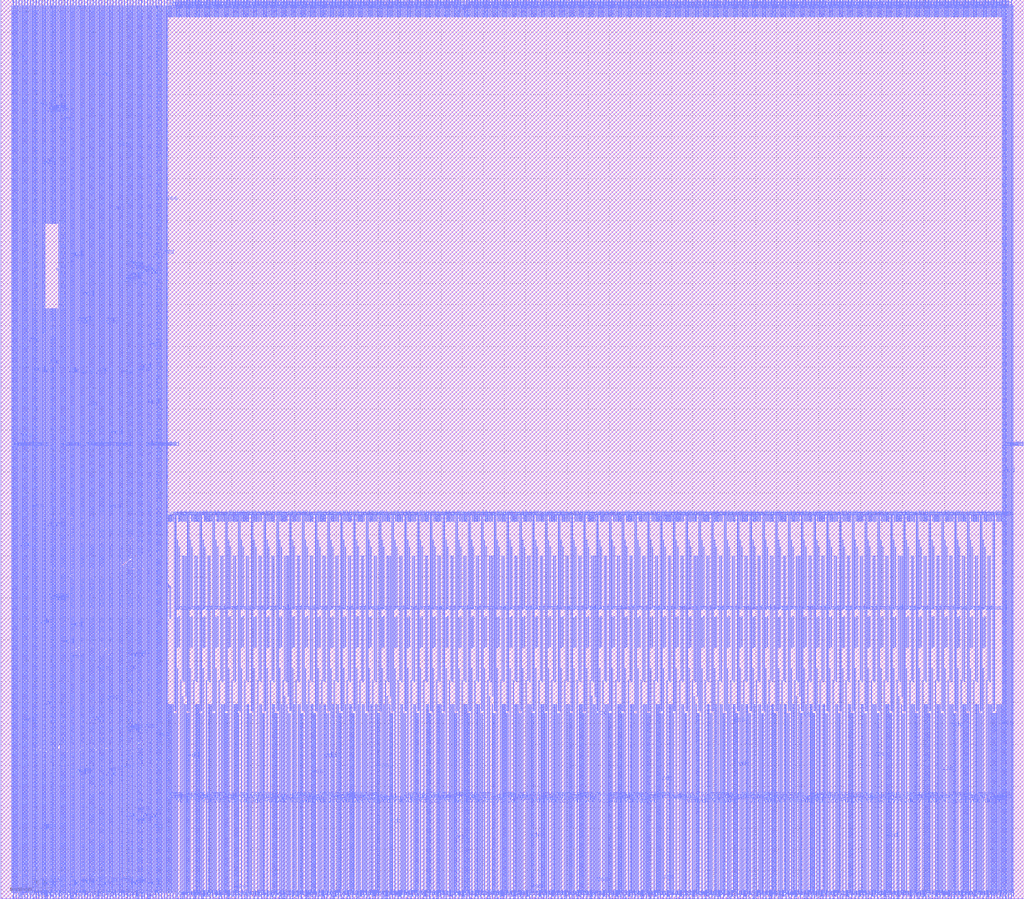
<source format=lef>
VERSION 5.8 ;
BUSBITCHARS "[]" ;
DIVIDERCHAR "/" ;

MACRO sram22_512x64m4w8
  CLASS BLOCK ;
  ORIGIN 80.225 183.565 ;
  FOREIGN sram22_512x64m4w8 -80.225 -183.565 ;
  SIZE 488.21 BY 429.01 ;
  SYMMETRY X Y R90 ;
  PIN vdd
    DIRECTION INOUT ;
    USE POWER ;
    PORT
      LAYER met3 ;
        RECT 398.995 244.04 399.325 245.17 ;
        RECT 398.995 239.875 399.325 240.205 ;
        RECT 398.995 238.515 399.325 238.845 ;
        RECT 398.995 237.155 399.325 237.485 ;
        RECT 398.995 235.17 399.325 235.5 ;
        RECT 398.995 232.995 399.325 233.325 ;
        RECT 398.995 231.415 399.325 231.745 ;
        RECT 398.995 230.565 399.325 230.895 ;
        RECT 398.995 228.255 399.325 228.585 ;
        RECT 398.995 227.405 399.325 227.735 ;
        RECT 398.995 225.095 399.325 225.425 ;
        RECT 398.995 224.245 399.325 224.575 ;
        RECT 398.995 221.935 399.325 222.265 ;
        RECT 398.995 221.085 399.325 221.415 ;
        RECT 398.995 218.775 399.325 219.105 ;
        RECT 398.995 217.195 399.325 217.525 ;
        RECT 398.995 216.345 399.325 216.675 ;
        RECT 398.995 214.035 399.325 214.365 ;
        RECT 398.995 213.185 399.325 213.515 ;
        RECT 398.995 210.875 399.325 211.205 ;
        RECT 398.995 210.025 399.325 210.355 ;
        RECT 398.995 207.715 399.325 208.045 ;
        RECT 398.995 206.865 399.325 207.195 ;
        RECT 398.995 204.555 399.325 204.885 ;
        RECT 398.995 202.975 399.325 203.305 ;
        RECT 398.995 202.125 399.325 202.455 ;
        RECT 398.995 199.815 399.325 200.145 ;
        RECT 398.995 198.965 399.325 199.295 ;
        RECT 398.995 196.655 399.325 196.985 ;
        RECT 398.995 195.805 399.325 196.135 ;
        RECT 398.995 193.495 399.325 193.825 ;
        RECT 398.995 192.645 399.325 192.975 ;
        RECT 398.995 190.335 399.325 190.665 ;
        RECT 398.995 188.755 399.325 189.085 ;
        RECT 398.995 187.905 399.325 188.235 ;
        RECT 398.995 185.595 399.325 185.925 ;
        RECT 398.995 184.745 399.325 185.075 ;
        RECT 398.995 182.435 399.325 182.765 ;
        RECT 398.995 181.585 399.325 181.915 ;
        RECT 398.995 179.275 399.325 179.605 ;
        RECT 398.995 178.425 399.325 178.755 ;
        RECT 398.995 176.115 399.325 176.445 ;
        RECT 398.995 174.535 399.325 174.865 ;
        RECT 398.995 173.685 399.325 174.015 ;
        RECT 398.995 171.375 399.325 171.705 ;
        RECT 398.995 170.525 399.325 170.855 ;
        RECT 398.995 168.215 399.325 168.545 ;
        RECT 398.995 167.365 399.325 167.695 ;
        RECT 398.995 165.055 399.325 165.385 ;
        RECT 398.995 164.205 399.325 164.535 ;
        RECT 398.995 161.895 399.325 162.225 ;
        RECT 398.995 160.315 399.325 160.645 ;
        RECT 398.995 159.465 399.325 159.795 ;
        RECT 398.995 157.155 399.325 157.485 ;
        RECT 398.995 156.305 399.325 156.635 ;
        RECT 398.995 153.995 399.325 154.325 ;
        RECT 398.995 153.145 399.325 153.475 ;
        RECT 398.995 150.835 399.325 151.165 ;
        RECT 398.995 149.985 399.325 150.315 ;
        RECT 398.995 147.675 399.325 148.005 ;
        RECT 398.995 146.095 399.325 146.425 ;
        RECT 398.995 145.245 399.325 145.575 ;
        RECT 398.995 142.935 399.325 143.265 ;
        RECT 398.995 142.085 399.325 142.415 ;
        RECT 398.995 139.775 399.325 140.105 ;
        RECT 398.995 138.925 399.325 139.255 ;
        RECT 398.995 136.615 399.325 136.945 ;
        RECT 398.995 135.765 399.325 136.095 ;
        RECT 398.995 133.455 399.325 133.785 ;
        RECT 398.995 131.875 399.325 132.205 ;
        RECT 398.995 131.025 399.325 131.355 ;
        RECT 398.995 128.715 399.325 129.045 ;
        RECT 398.995 127.865 399.325 128.195 ;
        RECT 398.995 125.555 399.325 125.885 ;
        RECT 398.995 124.705 399.325 125.035 ;
        RECT 398.995 122.395 399.325 122.725 ;
        RECT 398.995 121.545 399.325 121.875 ;
        RECT 398.995 119.235 399.325 119.565 ;
        RECT 398.995 117.655 399.325 117.985 ;
        RECT 398.995 116.805 399.325 117.135 ;
        RECT 398.995 114.495 399.325 114.825 ;
        RECT 398.995 113.645 399.325 113.975 ;
        RECT 398.995 111.335 399.325 111.665 ;
        RECT 398.995 110.485 399.325 110.815 ;
        RECT 398.995 108.175 399.325 108.505 ;
        RECT 398.995 107.325 399.325 107.655 ;
        RECT 398.995 105.015 399.325 105.345 ;
        RECT 398.995 103.435 399.325 103.765 ;
        RECT 398.995 102.585 399.325 102.915 ;
        RECT 398.995 100.275 399.325 100.605 ;
        RECT 398.995 99.425 399.325 99.755 ;
        RECT 398.995 97.115 399.325 97.445 ;
        RECT 398.995 96.265 399.325 96.595 ;
        RECT 398.995 93.955 399.325 94.285 ;
        RECT 398.995 93.105 399.325 93.435 ;
        RECT 398.995 90.795 399.325 91.125 ;
        RECT 398.995 89.215 399.325 89.545 ;
        RECT 398.995 88.365 399.325 88.695 ;
        RECT 398.995 86.055 399.325 86.385 ;
        RECT 398.995 85.205 399.325 85.535 ;
        RECT 398.995 82.895 399.325 83.225 ;
        RECT 398.995 82.045 399.325 82.375 ;
        RECT 398.995 79.735 399.325 80.065 ;
        RECT 398.995 78.885 399.325 79.215 ;
        RECT 398.995 76.575 399.325 76.905 ;
        RECT 398.995 74.995 399.325 75.325 ;
        RECT 398.995 74.145 399.325 74.475 ;
        RECT 398.995 71.835 399.325 72.165 ;
        RECT 398.995 70.985 399.325 71.315 ;
        RECT 398.995 68.675 399.325 69.005 ;
        RECT 398.995 67.825 399.325 68.155 ;
        RECT 398.995 65.515 399.325 65.845 ;
        RECT 398.995 64.665 399.325 64.995 ;
        RECT 398.995 62.355 399.325 62.685 ;
        RECT 398.995 60.775 399.325 61.105 ;
        RECT 398.995 59.925 399.325 60.255 ;
        RECT 398.995 57.615 399.325 57.945 ;
        RECT 398.995 56.765 399.325 57.095 ;
        RECT 398.995 54.455 399.325 54.785 ;
        RECT 398.995 53.605 399.325 53.935 ;
        RECT 398.995 51.295 399.325 51.625 ;
        RECT 398.995 50.445 399.325 50.775 ;
        RECT 398.995 48.135 399.325 48.465 ;
        RECT 398.995 46.555 399.325 46.885 ;
        RECT 398.995 45.705 399.325 46.035 ;
        RECT 398.995 43.395 399.325 43.725 ;
        RECT 398.995 42.545 399.325 42.875 ;
        RECT 398.995 40.235 399.325 40.565 ;
        RECT 398.995 39.385 399.325 39.715 ;
        RECT 398.995 37.075 399.325 37.405 ;
        RECT 398.995 36.225 399.325 36.555 ;
        RECT 398.995 33.915 399.325 34.245 ;
        RECT 398.995 32.335 399.325 32.665 ;
        RECT 398.995 31.485 399.325 31.815 ;
        RECT 398.995 29.175 399.325 29.505 ;
        RECT 398.995 28.325 399.325 28.655 ;
        RECT 398.995 26.015 399.325 26.345 ;
        RECT 398.995 25.165 399.325 25.495 ;
        RECT 398.995 22.855 399.325 23.185 ;
        RECT 398.995 22.005 399.325 22.335 ;
        RECT 398.995 19.695 399.325 20.025 ;
        RECT 398.995 18.115 399.325 18.445 ;
        RECT 398.995 17.265 399.325 17.595 ;
        RECT 398.995 14.955 399.325 15.285 ;
        RECT 398.995 14.105 399.325 14.435 ;
        RECT 398.995 11.795 399.325 12.125 ;
        RECT 398.995 10.945 399.325 11.275 ;
        RECT 398.995 8.635 399.325 8.965 ;
        RECT 398.995 7.785 399.325 8.115 ;
        RECT 398.995 5.475 399.325 5.805 ;
        RECT 398.995 3.895 399.325 4.225 ;
        RECT 398.995 3.045 399.325 3.375 ;
        RECT 398.995 0.87 399.325 1.2 ;
        RECT 398.995 -0.845 399.325 -0.515 ;
        RECT 398.995 -2.205 399.325 -1.875 ;
        RECT 398.995 -3.565 399.325 -3.235 ;
        RECT 398.995 -4.925 399.325 -4.595 ;
        RECT 398.995 -6.285 399.325 -5.955 ;
        RECT 398.995 -7.645 399.325 -7.315 ;
        RECT 398.995 -9.005 399.325 -8.675 ;
        RECT 398.995 -10.365 399.325 -10.035 ;
        RECT 398.995 -11.725 399.325 -11.395 ;
        RECT 398.995 -13.085 399.325 -12.755 ;
        RECT 398.995 -14.445 399.325 -14.115 ;
        RECT 398.995 -15.805 399.325 -15.475 ;
        RECT 398.995 -17.165 399.325 -16.835 ;
        RECT 398.995 -18.525 399.325 -18.195 ;
        RECT 398.995 -19.885 399.325 -19.555 ;
        RECT 398.995 -21.245 399.325 -20.915 ;
        RECT 398.995 -22.605 399.325 -22.275 ;
        RECT 398.995 -23.965 399.325 -23.635 ;
        RECT 398.995 -25.325 399.325 -24.995 ;
        RECT 398.995 -26.685 399.325 -26.355 ;
        RECT 398.995 -28.045 399.325 -27.715 ;
        RECT 398.995 -29.405 399.325 -29.075 ;
        RECT 398.995 -30.765 399.325 -30.435 ;
        RECT 398.995 -32.125 399.325 -31.795 ;
        RECT 398.995 -33.485 399.325 -33.155 ;
        RECT 398.995 -34.845 399.325 -34.515 ;
        RECT 398.995 -36.205 399.325 -35.875 ;
        RECT 398.995 -37.565 399.325 -37.235 ;
        RECT 398.995 -38.925 399.325 -38.595 ;
        RECT 398.995 -40.285 399.325 -39.955 ;
        RECT 398.995 -41.645 399.325 -41.315 ;
        RECT 398.995 -43.005 399.325 -42.675 ;
        RECT 398.995 -44.365 399.325 -44.035 ;
        RECT 398.995 -45.725 399.325 -45.395 ;
        RECT 398.995 -47.085 399.325 -46.755 ;
        RECT 398.995 -48.445 399.325 -48.115 ;
        RECT 398.995 -49.805 399.325 -49.475 ;
        RECT 398.995 -51.165 399.325 -50.835 ;
        RECT 398.995 -52.525 399.325 -52.195 ;
        RECT 398.995 -53.885 399.325 -53.555 ;
        RECT 398.995 -55.245 399.325 -54.915 ;
        RECT 398.995 -56.605 399.325 -56.275 ;
        RECT 398.995 -57.965 399.325 -57.635 ;
        RECT 398.995 -59.325 399.325 -58.995 ;
        RECT 398.995 -60.685 399.325 -60.355 ;
        RECT 398.995 -62.045 399.325 -61.715 ;
        RECT 398.995 -63.405 399.325 -63.075 ;
        RECT 398.995 -64.765 399.325 -64.435 ;
        RECT 398.995 -66.125 399.325 -65.795 ;
        RECT 398.995 -67.485 399.325 -67.155 ;
        RECT 398.995 -68.845 399.325 -68.515 ;
        RECT 398.995 -70.205 399.325 -69.875 ;
        RECT 398.995 -71.565 399.325 -71.235 ;
        RECT 398.995 -72.925 399.325 -72.595 ;
        RECT 398.995 -74.285 399.325 -73.955 ;
        RECT 398.995 -75.645 399.325 -75.315 ;
        RECT 398.995 -77.005 399.325 -76.675 ;
        RECT 398.995 -78.365 399.325 -78.035 ;
        RECT 398.995 -79.725 399.325 -79.395 ;
        RECT 398.995 -81.085 399.325 -80.755 ;
        RECT 398.995 -82.445 399.325 -82.115 ;
        RECT 398.995 -83.805 399.325 -83.475 ;
        RECT 398.995 -85.165 399.325 -84.835 ;
        RECT 398.995 -86.525 399.325 -86.195 ;
        RECT 398.995 -87.885 399.325 -87.555 ;
        RECT 398.995 -89.245 399.325 -88.915 ;
        RECT 398.995 -90.605 399.325 -90.275 ;
        RECT 398.995 -91.965 399.325 -91.635 ;
        RECT 398.995 -93.325 399.325 -92.995 ;
        RECT 398.995 -94.685 399.325 -94.355 ;
        RECT 398.995 -96.045 399.325 -95.715 ;
        RECT 398.995 -97.405 399.325 -97.075 ;
        RECT 398.995 -98.765 399.325 -98.435 ;
        RECT 398.995 -100.125 399.325 -99.795 ;
        RECT 398.995 -101.485 399.325 -101.155 ;
        RECT 398.995 -102.845 399.325 -102.515 ;
        RECT 398.995 -104.205 399.325 -103.875 ;
        RECT 398.995 -105.565 399.325 -105.235 ;
        RECT 398.995 -106.925 399.325 -106.595 ;
        RECT 398.995 -108.285 399.325 -107.955 ;
        RECT 398.995 -109.645 399.325 -109.315 ;
        RECT 398.995 -111.005 399.325 -110.675 ;
        RECT 398.995 -112.365 399.325 -112.035 ;
        RECT 398.995 -113.725 399.325 -113.395 ;
        RECT 398.995 -115.085 399.325 -114.755 ;
        RECT 398.995 -116.445 399.325 -116.115 ;
        RECT 398.995 -117.805 399.325 -117.475 ;
        RECT 398.995 -119.165 399.325 -118.835 ;
        RECT 398.995 -120.525 399.325 -120.195 ;
        RECT 398.995 -121.885 399.325 -121.555 ;
        RECT 398.995 -123.245 399.325 -122.915 ;
        RECT 398.995 -124.605 399.325 -124.275 ;
        RECT 398.995 -125.965 399.325 -125.635 ;
        RECT 398.995 -127.325 399.325 -126.995 ;
        RECT 398.995 -128.685 399.325 -128.355 ;
        RECT 398.995 -130.045 399.325 -129.715 ;
        RECT 398.995 -131.405 399.325 -131.075 ;
        RECT 398.995 -132.765 399.325 -132.435 ;
        RECT 398.995 -134.125 399.325 -133.795 ;
        RECT 398.995 -135.485 399.325 -135.155 ;
        RECT 398.995 -136.845 399.325 -136.515 ;
        RECT 398.995 -138.205 399.325 -137.875 ;
        RECT 398.995 -139.565 399.325 -139.235 ;
        RECT 398.995 -140.925 399.325 -140.595 ;
        RECT 398.995 -142.285 399.325 -141.955 ;
        RECT 398.995 -143.645 399.325 -143.315 ;
        RECT 398.995 -145.005 399.325 -144.675 ;
        RECT 398.995 -146.365 399.325 -146.035 ;
        RECT 398.995 -147.725 399.325 -147.395 ;
        RECT 398.995 -149.085 399.325 -148.755 ;
        RECT 398.995 -150.445 399.325 -150.115 ;
        RECT 398.995 -151.805 399.325 -151.475 ;
        RECT 398.995 -153.165 399.325 -152.835 ;
        RECT 398.995 -154.525 399.325 -154.195 ;
        RECT 398.995 -155.885 399.325 -155.555 ;
        RECT 398.995 -157.245 399.325 -156.915 ;
        RECT 398.995 -158.605 399.325 -158.275 ;
        RECT 398.995 -159.965 399.325 -159.635 ;
        RECT 398.995 -161.325 399.325 -160.995 ;
        RECT 398.995 -162.685 399.325 -162.355 ;
        RECT 398.995 -164.045 399.325 -163.715 ;
        RECT 398.995 -165.405 399.325 -165.075 ;
        RECT 398.995 -166.765 399.325 -166.435 ;
        RECT 398.995 -168.125 399.325 -167.795 ;
        RECT 398.995 -169.485 399.325 -169.155 ;
        RECT 398.995 -170.845 399.325 -170.515 ;
        RECT 398.995 -172.205 399.325 -171.875 ;
        RECT 398.995 -173.565 399.325 -173.235 ;
        RECT 398.995 -174.925 399.325 -174.595 ;
        RECT 398.995 -176.285 399.325 -175.955 ;
        RECT 398.995 -177.645 399.325 -177.315 ;
        RECT 398.995 -183.29 399.325 -182.16 ;
        RECT 399 -183.405 399.32 245.285 ;
    END
    PORT
      LAYER met3 ;
        RECT 400.355 244.04 400.685 245.17 ;
        RECT 400.355 239.875 400.685 240.205 ;
        RECT 400.355 238.515 400.685 238.845 ;
        RECT 400.355 237.155 400.685 237.485 ;
        RECT 400.355 235.17 400.685 235.5 ;
        RECT 400.355 232.995 400.685 233.325 ;
        RECT 400.355 231.415 400.685 231.745 ;
        RECT 400.355 230.565 400.685 230.895 ;
        RECT 400.355 228.255 400.685 228.585 ;
        RECT 400.355 227.405 400.685 227.735 ;
        RECT 400.355 225.095 400.685 225.425 ;
        RECT 400.355 224.245 400.685 224.575 ;
        RECT 400.355 221.935 400.685 222.265 ;
        RECT 400.355 221.085 400.685 221.415 ;
        RECT 400.355 218.775 400.685 219.105 ;
        RECT 400.355 217.195 400.685 217.525 ;
        RECT 400.355 216.345 400.685 216.675 ;
        RECT 400.355 214.035 400.685 214.365 ;
        RECT 400.355 213.185 400.685 213.515 ;
        RECT 400.355 210.875 400.685 211.205 ;
        RECT 400.355 210.025 400.685 210.355 ;
        RECT 400.355 207.715 400.685 208.045 ;
        RECT 400.355 206.865 400.685 207.195 ;
        RECT 400.355 204.555 400.685 204.885 ;
        RECT 400.355 202.975 400.685 203.305 ;
        RECT 400.355 202.125 400.685 202.455 ;
        RECT 400.355 199.815 400.685 200.145 ;
        RECT 400.355 198.965 400.685 199.295 ;
        RECT 400.355 196.655 400.685 196.985 ;
        RECT 400.355 195.805 400.685 196.135 ;
        RECT 400.355 193.495 400.685 193.825 ;
        RECT 400.355 192.645 400.685 192.975 ;
        RECT 400.355 190.335 400.685 190.665 ;
        RECT 400.355 188.755 400.685 189.085 ;
        RECT 400.355 187.905 400.685 188.235 ;
        RECT 400.355 185.595 400.685 185.925 ;
        RECT 400.355 184.745 400.685 185.075 ;
        RECT 400.355 182.435 400.685 182.765 ;
        RECT 400.355 181.585 400.685 181.915 ;
        RECT 400.355 179.275 400.685 179.605 ;
        RECT 400.355 178.425 400.685 178.755 ;
        RECT 400.355 176.115 400.685 176.445 ;
        RECT 400.355 174.535 400.685 174.865 ;
        RECT 400.355 173.685 400.685 174.015 ;
        RECT 400.355 171.375 400.685 171.705 ;
        RECT 400.355 170.525 400.685 170.855 ;
        RECT 400.355 168.215 400.685 168.545 ;
        RECT 400.355 167.365 400.685 167.695 ;
        RECT 400.355 165.055 400.685 165.385 ;
        RECT 400.355 164.205 400.685 164.535 ;
        RECT 400.355 161.895 400.685 162.225 ;
        RECT 400.355 160.315 400.685 160.645 ;
        RECT 400.355 159.465 400.685 159.795 ;
        RECT 400.355 157.155 400.685 157.485 ;
        RECT 400.355 156.305 400.685 156.635 ;
        RECT 400.355 153.995 400.685 154.325 ;
        RECT 400.355 153.145 400.685 153.475 ;
        RECT 400.355 150.835 400.685 151.165 ;
        RECT 400.355 149.985 400.685 150.315 ;
        RECT 400.355 147.675 400.685 148.005 ;
        RECT 400.355 146.095 400.685 146.425 ;
        RECT 400.355 145.245 400.685 145.575 ;
        RECT 400.355 142.935 400.685 143.265 ;
        RECT 400.355 142.085 400.685 142.415 ;
        RECT 400.355 139.775 400.685 140.105 ;
        RECT 400.355 138.925 400.685 139.255 ;
        RECT 400.355 136.615 400.685 136.945 ;
        RECT 400.355 135.765 400.685 136.095 ;
        RECT 400.355 133.455 400.685 133.785 ;
        RECT 400.355 131.875 400.685 132.205 ;
        RECT 400.355 131.025 400.685 131.355 ;
        RECT 400.355 128.715 400.685 129.045 ;
        RECT 400.355 127.865 400.685 128.195 ;
        RECT 400.355 125.555 400.685 125.885 ;
        RECT 400.355 124.705 400.685 125.035 ;
        RECT 400.355 122.395 400.685 122.725 ;
        RECT 400.355 121.545 400.685 121.875 ;
        RECT 400.355 119.235 400.685 119.565 ;
        RECT 400.355 117.655 400.685 117.985 ;
        RECT 400.355 116.805 400.685 117.135 ;
        RECT 400.355 114.495 400.685 114.825 ;
        RECT 400.355 113.645 400.685 113.975 ;
        RECT 400.355 111.335 400.685 111.665 ;
        RECT 400.355 110.485 400.685 110.815 ;
        RECT 400.355 108.175 400.685 108.505 ;
        RECT 400.355 107.325 400.685 107.655 ;
        RECT 400.355 105.015 400.685 105.345 ;
        RECT 400.355 103.435 400.685 103.765 ;
        RECT 400.355 102.585 400.685 102.915 ;
        RECT 400.355 100.275 400.685 100.605 ;
        RECT 400.355 99.425 400.685 99.755 ;
        RECT 400.355 97.115 400.685 97.445 ;
        RECT 400.355 96.265 400.685 96.595 ;
        RECT 400.355 93.955 400.685 94.285 ;
        RECT 400.355 93.105 400.685 93.435 ;
        RECT 400.355 90.795 400.685 91.125 ;
        RECT 400.355 89.215 400.685 89.545 ;
        RECT 400.355 88.365 400.685 88.695 ;
        RECT 400.355 86.055 400.685 86.385 ;
        RECT 400.355 85.205 400.685 85.535 ;
        RECT 400.355 82.895 400.685 83.225 ;
        RECT 400.355 82.045 400.685 82.375 ;
        RECT 400.355 79.735 400.685 80.065 ;
        RECT 400.355 78.885 400.685 79.215 ;
        RECT 400.355 76.575 400.685 76.905 ;
        RECT 400.355 74.995 400.685 75.325 ;
        RECT 400.355 74.145 400.685 74.475 ;
        RECT 400.355 71.835 400.685 72.165 ;
        RECT 400.355 70.985 400.685 71.315 ;
        RECT 400.355 68.675 400.685 69.005 ;
        RECT 400.355 67.825 400.685 68.155 ;
        RECT 400.355 65.515 400.685 65.845 ;
        RECT 400.355 64.665 400.685 64.995 ;
        RECT 400.355 62.355 400.685 62.685 ;
        RECT 400.355 60.775 400.685 61.105 ;
        RECT 400.355 59.925 400.685 60.255 ;
        RECT 400.355 57.615 400.685 57.945 ;
        RECT 400.355 56.765 400.685 57.095 ;
        RECT 400.355 54.455 400.685 54.785 ;
        RECT 400.355 53.605 400.685 53.935 ;
        RECT 400.355 51.295 400.685 51.625 ;
        RECT 400.355 50.445 400.685 50.775 ;
        RECT 400.355 48.135 400.685 48.465 ;
        RECT 400.355 46.555 400.685 46.885 ;
        RECT 400.355 45.705 400.685 46.035 ;
        RECT 400.355 43.395 400.685 43.725 ;
        RECT 400.355 42.545 400.685 42.875 ;
        RECT 400.355 40.235 400.685 40.565 ;
        RECT 400.355 39.385 400.685 39.715 ;
        RECT 400.355 37.075 400.685 37.405 ;
        RECT 400.355 36.225 400.685 36.555 ;
        RECT 400.355 33.915 400.685 34.245 ;
        RECT 400.355 32.335 400.685 32.665 ;
        RECT 400.355 31.485 400.685 31.815 ;
        RECT 400.355 29.175 400.685 29.505 ;
        RECT 400.355 28.325 400.685 28.655 ;
        RECT 400.355 26.015 400.685 26.345 ;
        RECT 400.355 25.165 400.685 25.495 ;
        RECT 400.355 22.855 400.685 23.185 ;
        RECT 400.355 22.005 400.685 22.335 ;
        RECT 400.355 19.695 400.685 20.025 ;
        RECT 400.355 18.115 400.685 18.445 ;
        RECT 400.355 17.265 400.685 17.595 ;
        RECT 400.355 14.955 400.685 15.285 ;
        RECT 400.355 14.105 400.685 14.435 ;
        RECT 400.355 11.795 400.685 12.125 ;
        RECT 400.355 10.945 400.685 11.275 ;
        RECT 400.355 8.635 400.685 8.965 ;
        RECT 400.355 7.785 400.685 8.115 ;
        RECT 400.355 5.475 400.685 5.805 ;
        RECT 400.355 3.895 400.685 4.225 ;
        RECT 400.355 3.045 400.685 3.375 ;
        RECT 400.355 0.87 400.685 1.2 ;
        RECT 400.355 -0.845 400.685 -0.515 ;
        RECT 400.355 -2.205 400.685 -1.875 ;
        RECT 400.355 -3.565 400.685 -3.235 ;
        RECT 400.355 -4.925 400.685 -4.595 ;
        RECT 400.355 -6.285 400.685 -5.955 ;
        RECT 400.355 -7.645 400.685 -7.315 ;
        RECT 400.355 -9.005 400.685 -8.675 ;
        RECT 400.355 -10.365 400.685 -10.035 ;
        RECT 400.355 -11.725 400.685 -11.395 ;
        RECT 400.355 -13.085 400.685 -12.755 ;
        RECT 400.355 -14.445 400.685 -14.115 ;
        RECT 400.355 -15.805 400.685 -15.475 ;
        RECT 400.355 -17.165 400.685 -16.835 ;
        RECT 400.355 -18.525 400.685 -18.195 ;
        RECT 400.355 -19.885 400.685 -19.555 ;
        RECT 400.355 -21.245 400.685 -20.915 ;
        RECT 400.355 -22.605 400.685 -22.275 ;
        RECT 400.355 -23.965 400.685 -23.635 ;
        RECT 400.355 -25.325 400.685 -24.995 ;
        RECT 400.355 -26.685 400.685 -26.355 ;
        RECT 400.355 -28.045 400.685 -27.715 ;
        RECT 400.355 -29.405 400.685 -29.075 ;
        RECT 400.355 -30.765 400.685 -30.435 ;
        RECT 400.355 -32.125 400.685 -31.795 ;
        RECT 400.355 -33.485 400.685 -33.155 ;
        RECT 400.355 -34.845 400.685 -34.515 ;
        RECT 400.355 -36.205 400.685 -35.875 ;
        RECT 400.355 -37.565 400.685 -37.235 ;
        RECT 400.355 -38.925 400.685 -38.595 ;
        RECT 400.355 -40.285 400.685 -39.955 ;
        RECT 400.355 -41.645 400.685 -41.315 ;
        RECT 400.355 -43.005 400.685 -42.675 ;
        RECT 400.355 -44.365 400.685 -44.035 ;
        RECT 400.355 -45.725 400.685 -45.395 ;
        RECT 400.355 -47.085 400.685 -46.755 ;
        RECT 400.355 -48.445 400.685 -48.115 ;
        RECT 400.355 -49.805 400.685 -49.475 ;
        RECT 400.355 -51.165 400.685 -50.835 ;
        RECT 400.355 -52.525 400.685 -52.195 ;
        RECT 400.355 -53.885 400.685 -53.555 ;
        RECT 400.355 -55.245 400.685 -54.915 ;
        RECT 400.355 -56.605 400.685 -56.275 ;
        RECT 400.355 -57.965 400.685 -57.635 ;
        RECT 400.355 -59.325 400.685 -58.995 ;
        RECT 400.355 -60.685 400.685 -60.355 ;
        RECT 400.355 -62.045 400.685 -61.715 ;
        RECT 400.355 -63.405 400.685 -63.075 ;
        RECT 400.355 -64.765 400.685 -64.435 ;
        RECT 400.355 -66.125 400.685 -65.795 ;
        RECT 400.355 -67.485 400.685 -67.155 ;
        RECT 400.355 -68.845 400.685 -68.515 ;
        RECT 400.355 -70.205 400.685 -69.875 ;
        RECT 400.355 -71.565 400.685 -71.235 ;
        RECT 400.355 -72.925 400.685 -72.595 ;
        RECT 400.355 -74.285 400.685 -73.955 ;
        RECT 400.355 -75.645 400.685 -75.315 ;
        RECT 400.355 -77.005 400.685 -76.675 ;
        RECT 400.355 -78.365 400.685 -78.035 ;
        RECT 400.355 -79.725 400.685 -79.395 ;
        RECT 400.355 -81.085 400.685 -80.755 ;
        RECT 400.355 -82.445 400.685 -82.115 ;
        RECT 400.355 -83.805 400.685 -83.475 ;
        RECT 400.355 -85.165 400.685 -84.835 ;
        RECT 400.355 -86.525 400.685 -86.195 ;
        RECT 400.355 -87.885 400.685 -87.555 ;
        RECT 400.355 -89.245 400.685 -88.915 ;
        RECT 400.355 -90.605 400.685 -90.275 ;
        RECT 400.355 -91.965 400.685 -91.635 ;
        RECT 400.355 -93.325 400.685 -92.995 ;
        RECT 400.355 -94.685 400.685 -94.355 ;
        RECT 400.355 -96.045 400.685 -95.715 ;
        RECT 400.355 -97.405 400.685 -97.075 ;
        RECT 400.355 -98.765 400.685 -98.435 ;
        RECT 400.355 -100.125 400.685 -99.795 ;
        RECT 400.355 -101.485 400.685 -101.155 ;
        RECT 400.355 -102.845 400.685 -102.515 ;
        RECT 400.355 -104.205 400.685 -103.875 ;
        RECT 400.355 -105.565 400.685 -105.235 ;
        RECT 400.355 -106.925 400.685 -106.595 ;
        RECT 400.355 -108.285 400.685 -107.955 ;
        RECT 400.355 -109.645 400.685 -109.315 ;
        RECT 400.355 -111.005 400.685 -110.675 ;
        RECT 400.355 -112.365 400.685 -112.035 ;
        RECT 400.355 -113.725 400.685 -113.395 ;
        RECT 400.355 -115.085 400.685 -114.755 ;
        RECT 400.355 -116.445 400.685 -116.115 ;
        RECT 400.355 -117.805 400.685 -117.475 ;
        RECT 400.355 -119.165 400.685 -118.835 ;
        RECT 400.355 -120.525 400.685 -120.195 ;
        RECT 400.355 -121.885 400.685 -121.555 ;
        RECT 400.355 -123.245 400.685 -122.915 ;
        RECT 400.355 -124.605 400.685 -124.275 ;
        RECT 400.355 -125.965 400.685 -125.635 ;
        RECT 400.355 -127.325 400.685 -126.995 ;
        RECT 400.355 -128.685 400.685 -128.355 ;
        RECT 400.355 -130.045 400.685 -129.715 ;
        RECT 400.355 -131.405 400.685 -131.075 ;
        RECT 400.355 -132.765 400.685 -132.435 ;
        RECT 400.355 -134.125 400.685 -133.795 ;
        RECT 400.355 -135.485 400.685 -135.155 ;
        RECT 400.355 -136.845 400.685 -136.515 ;
        RECT 400.355 -138.205 400.685 -137.875 ;
        RECT 400.355 -139.565 400.685 -139.235 ;
        RECT 400.355 -140.925 400.685 -140.595 ;
        RECT 400.355 -142.285 400.685 -141.955 ;
        RECT 400.355 -143.645 400.685 -143.315 ;
        RECT 400.355 -145.005 400.685 -144.675 ;
        RECT 400.355 -146.365 400.685 -146.035 ;
        RECT 400.355 -147.725 400.685 -147.395 ;
        RECT 400.355 -149.085 400.685 -148.755 ;
        RECT 400.355 -150.445 400.685 -150.115 ;
        RECT 400.355 -151.805 400.685 -151.475 ;
        RECT 400.355 -153.165 400.685 -152.835 ;
        RECT 400.355 -154.525 400.685 -154.195 ;
        RECT 400.355 -155.885 400.685 -155.555 ;
        RECT 400.355 -157.245 400.685 -156.915 ;
        RECT 400.355 -158.605 400.685 -158.275 ;
        RECT 400.355 -159.965 400.685 -159.635 ;
        RECT 400.355 -161.325 400.685 -160.995 ;
        RECT 400.355 -162.685 400.685 -162.355 ;
        RECT 400.355 -164.045 400.685 -163.715 ;
        RECT 400.355 -165.405 400.685 -165.075 ;
        RECT 400.355 -166.765 400.685 -166.435 ;
        RECT 400.355 -168.125 400.685 -167.795 ;
        RECT 400.355 -169.485 400.685 -169.155 ;
        RECT 400.355 -170.845 400.685 -170.515 ;
        RECT 400.355 -172.205 400.685 -171.875 ;
        RECT 400.355 -173.565 400.685 -173.235 ;
        RECT 400.355 -174.925 400.685 -174.595 ;
        RECT 400.355 -176.285 400.685 -175.955 ;
        RECT 400.355 -177.645 400.685 -177.315 ;
        RECT 400.355 -183.29 400.685 -182.16 ;
        RECT 400.36 -183.405 400.68 245.285 ;
    END
    PORT
      LAYER met3 ;
        RECT 401.715 244.04 402.045 245.17 ;
        RECT 401.715 239.875 402.045 240.205 ;
        RECT 401.715 238.515 402.045 238.845 ;
        RECT 401.715 237.155 402.045 237.485 ;
        RECT 401.715 235.17 402.045 235.5 ;
        RECT 401.715 232.995 402.045 233.325 ;
        RECT 401.715 231.415 402.045 231.745 ;
        RECT 401.715 230.565 402.045 230.895 ;
        RECT 401.715 228.255 402.045 228.585 ;
        RECT 401.715 227.405 402.045 227.735 ;
        RECT 401.715 225.095 402.045 225.425 ;
        RECT 401.715 224.245 402.045 224.575 ;
        RECT 401.715 221.935 402.045 222.265 ;
        RECT 401.715 221.085 402.045 221.415 ;
        RECT 401.715 218.775 402.045 219.105 ;
        RECT 401.715 217.195 402.045 217.525 ;
        RECT 401.715 216.345 402.045 216.675 ;
        RECT 401.715 214.035 402.045 214.365 ;
        RECT 401.715 213.185 402.045 213.515 ;
        RECT 401.715 210.875 402.045 211.205 ;
        RECT 401.715 210.025 402.045 210.355 ;
        RECT 401.715 207.715 402.045 208.045 ;
        RECT 401.715 206.865 402.045 207.195 ;
        RECT 401.715 204.555 402.045 204.885 ;
        RECT 401.715 202.975 402.045 203.305 ;
        RECT 401.715 202.125 402.045 202.455 ;
        RECT 401.715 199.815 402.045 200.145 ;
        RECT 401.715 198.965 402.045 199.295 ;
        RECT 401.715 196.655 402.045 196.985 ;
        RECT 401.715 195.805 402.045 196.135 ;
        RECT 401.715 193.495 402.045 193.825 ;
        RECT 401.715 192.645 402.045 192.975 ;
        RECT 401.715 190.335 402.045 190.665 ;
        RECT 401.715 188.755 402.045 189.085 ;
        RECT 401.715 187.905 402.045 188.235 ;
        RECT 401.715 185.595 402.045 185.925 ;
        RECT 401.715 184.745 402.045 185.075 ;
        RECT 401.715 182.435 402.045 182.765 ;
        RECT 401.715 181.585 402.045 181.915 ;
        RECT 401.715 179.275 402.045 179.605 ;
        RECT 401.715 178.425 402.045 178.755 ;
        RECT 401.715 176.115 402.045 176.445 ;
        RECT 401.715 174.535 402.045 174.865 ;
        RECT 401.715 173.685 402.045 174.015 ;
        RECT 401.715 171.375 402.045 171.705 ;
        RECT 401.715 170.525 402.045 170.855 ;
        RECT 401.715 168.215 402.045 168.545 ;
        RECT 401.715 167.365 402.045 167.695 ;
        RECT 401.715 165.055 402.045 165.385 ;
        RECT 401.715 164.205 402.045 164.535 ;
        RECT 401.715 161.895 402.045 162.225 ;
        RECT 401.715 160.315 402.045 160.645 ;
        RECT 401.715 159.465 402.045 159.795 ;
        RECT 401.715 157.155 402.045 157.485 ;
        RECT 401.715 156.305 402.045 156.635 ;
        RECT 401.715 153.995 402.045 154.325 ;
        RECT 401.715 153.145 402.045 153.475 ;
        RECT 401.715 150.835 402.045 151.165 ;
        RECT 401.715 149.985 402.045 150.315 ;
        RECT 401.715 147.675 402.045 148.005 ;
        RECT 401.715 146.095 402.045 146.425 ;
        RECT 401.715 145.245 402.045 145.575 ;
        RECT 401.715 142.935 402.045 143.265 ;
        RECT 401.715 142.085 402.045 142.415 ;
        RECT 401.715 139.775 402.045 140.105 ;
        RECT 401.715 138.925 402.045 139.255 ;
        RECT 401.715 136.615 402.045 136.945 ;
        RECT 401.715 135.765 402.045 136.095 ;
        RECT 401.715 133.455 402.045 133.785 ;
        RECT 401.715 131.875 402.045 132.205 ;
        RECT 401.715 131.025 402.045 131.355 ;
        RECT 401.715 128.715 402.045 129.045 ;
        RECT 401.715 127.865 402.045 128.195 ;
        RECT 401.715 125.555 402.045 125.885 ;
        RECT 401.715 124.705 402.045 125.035 ;
        RECT 401.715 122.395 402.045 122.725 ;
        RECT 401.715 121.545 402.045 121.875 ;
        RECT 401.715 119.235 402.045 119.565 ;
        RECT 401.715 117.655 402.045 117.985 ;
        RECT 401.715 116.805 402.045 117.135 ;
        RECT 401.715 114.495 402.045 114.825 ;
        RECT 401.715 113.645 402.045 113.975 ;
        RECT 401.715 111.335 402.045 111.665 ;
        RECT 401.715 110.485 402.045 110.815 ;
        RECT 401.715 108.175 402.045 108.505 ;
        RECT 401.715 107.325 402.045 107.655 ;
        RECT 401.715 105.015 402.045 105.345 ;
        RECT 401.715 103.435 402.045 103.765 ;
        RECT 401.715 102.585 402.045 102.915 ;
        RECT 401.715 100.275 402.045 100.605 ;
        RECT 401.715 99.425 402.045 99.755 ;
        RECT 401.715 97.115 402.045 97.445 ;
        RECT 401.715 96.265 402.045 96.595 ;
        RECT 401.715 93.955 402.045 94.285 ;
        RECT 401.715 93.105 402.045 93.435 ;
        RECT 401.715 90.795 402.045 91.125 ;
        RECT 401.715 89.215 402.045 89.545 ;
        RECT 401.715 88.365 402.045 88.695 ;
        RECT 401.715 86.055 402.045 86.385 ;
        RECT 401.715 85.205 402.045 85.535 ;
        RECT 401.715 82.895 402.045 83.225 ;
        RECT 401.715 82.045 402.045 82.375 ;
        RECT 401.715 79.735 402.045 80.065 ;
        RECT 401.715 78.885 402.045 79.215 ;
        RECT 401.715 76.575 402.045 76.905 ;
        RECT 401.715 74.995 402.045 75.325 ;
        RECT 401.715 74.145 402.045 74.475 ;
        RECT 401.715 71.835 402.045 72.165 ;
        RECT 401.715 70.985 402.045 71.315 ;
        RECT 401.715 68.675 402.045 69.005 ;
        RECT 401.715 67.825 402.045 68.155 ;
        RECT 401.715 65.515 402.045 65.845 ;
        RECT 401.715 64.665 402.045 64.995 ;
        RECT 401.715 62.355 402.045 62.685 ;
        RECT 401.715 60.775 402.045 61.105 ;
        RECT 401.715 59.925 402.045 60.255 ;
        RECT 401.715 57.615 402.045 57.945 ;
        RECT 401.715 56.765 402.045 57.095 ;
        RECT 401.715 54.455 402.045 54.785 ;
        RECT 401.715 53.605 402.045 53.935 ;
        RECT 401.715 51.295 402.045 51.625 ;
        RECT 401.715 50.445 402.045 50.775 ;
        RECT 401.715 48.135 402.045 48.465 ;
        RECT 401.715 46.555 402.045 46.885 ;
        RECT 401.715 45.705 402.045 46.035 ;
        RECT 401.715 43.395 402.045 43.725 ;
        RECT 401.715 42.545 402.045 42.875 ;
        RECT 401.715 40.235 402.045 40.565 ;
        RECT 401.715 39.385 402.045 39.715 ;
        RECT 401.715 37.075 402.045 37.405 ;
        RECT 401.715 36.225 402.045 36.555 ;
        RECT 401.715 33.915 402.045 34.245 ;
        RECT 401.715 32.335 402.045 32.665 ;
        RECT 401.715 31.485 402.045 31.815 ;
        RECT 401.715 29.175 402.045 29.505 ;
        RECT 401.715 28.325 402.045 28.655 ;
        RECT 401.715 26.015 402.045 26.345 ;
        RECT 401.715 25.165 402.045 25.495 ;
        RECT 401.715 22.855 402.045 23.185 ;
        RECT 401.715 22.005 402.045 22.335 ;
        RECT 401.715 19.695 402.045 20.025 ;
        RECT 401.715 18.115 402.045 18.445 ;
        RECT 401.715 17.265 402.045 17.595 ;
        RECT 401.715 14.955 402.045 15.285 ;
        RECT 401.715 14.105 402.045 14.435 ;
        RECT 401.715 11.795 402.045 12.125 ;
        RECT 401.715 10.945 402.045 11.275 ;
        RECT 401.715 8.635 402.045 8.965 ;
        RECT 401.715 7.785 402.045 8.115 ;
        RECT 401.715 5.475 402.045 5.805 ;
        RECT 401.715 3.895 402.045 4.225 ;
        RECT 401.715 3.045 402.045 3.375 ;
        RECT 401.715 0.87 402.045 1.2 ;
        RECT 401.715 -0.845 402.045 -0.515 ;
        RECT 401.715 -2.205 402.045 -1.875 ;
        RECT 401.715 -3.565 402.045 -3.235 ;
        RECT 401.715 -4.925 402.045 -4.595 ;
        RECT 401.715 -6.285 402.045 -5.955 ;
        RECT 401.715 -7.645 402.045 -7.315 ;
        RECT 401.715 -9.005 402.045 -8.675 ;
        RECT 401.715 -10.365 402.045 -10.035 ;
        RECT 401.715 -11.725 402.045 -11.395 ;
        RECT 401.715 -13.085 402.045 -12.755 ;
        RECT 401.715 -14.445 402.045 -14.115 ;
        RECT 401.715 -15.805 402.045 -15.475 ;
        RECT 401.715 -17.165 402.045 -16.835 ;
        RECT 401.715 -18.525 402.045 -18.195 ;
        RECT 401.715 -19.885 402.045 -19.555 ;
        RECT 401.715 -21.245 402.045 -20.915 ;
        RECT 401.715 -22.605 402.045 -22.275 ;
        RECT 401.715 -23.965 402.045 -23.635 ;
        RECT 401.715 -25.325 402.045 -24.995 ;
        RECT 401.715 -26.685 402.045 -26.355 ;
        RECT 401.715 -28.045 402.045 -27.715 ;
        RECT 401.715 -29.405 402.045 -29.075 ;
        RECT 401.715 -30.765 402.045 -30.435 ;
        RECT 401.715 -32.125 402.045 -31.795 ;
        RECT 401.715 -33.485 402.045 -33.155 ;
        RECT 401.715 -34.845 402.045 -34.515 ;
        RECT 401.715 -36.205 402.045 -35.875 ;
        RECT 401.715 -37.565 402.045 -37.235 ;
        RECT 401.715 -38.925 402.045 -38.595 ;
        RECT 401.715 -40.285 402.045 -39.955 ;
        RECT 401.715 -41.645 402.045 -41.315 ;
        RECT 401.715 -43.005 402.045 -42.675 ;
        RECT 401.715 -44.365 402.045 -44.035 ;
        RECT 401.715 -45.725 402.045 -45.395 ;
        RECT 401.715 -47.085 402.045 -46.755 ;
        RECT 401.715 -48.445 402.045 -48.115 ;
        RECT 401.715 -49.805 402.045 -49.475 ;
        RECT 401.715 -51.165 402.045 -50.835 ;
        RECT 401.715 -52.525 402.045 -52.195 ;
        RECT 401.715 -53.885 402.045 -53.555 ;
        RECT 401.715 -55.245 402.045 -54.915 ;
        RECT 401.715 -56.605 402.045 -56.275 ;
        RECT 401.715 -57.965 402.045 -57.635 ;
        RECT 401.715 -59.325 402.045 -58.995 ;
        RECT 401.715 -60.685 402.045 -60.355 ;
        RECT 401.715 -62.045 402.045 -61.715 ;
        RECT 401.715 -63.405 402.045 -63.075 ;
        RECT 401.715 -64.765 402.045 -64.435 ;
        RECT 401.715 -66.125 402.045 -65.795 ;
        RECT 401.715 -67.485 402.045 -67.155 ;
        RECT 401.715 -68.845 402.045 -68.515 ;
        RECT 401.715 -70.205 402.045 -69.875 ;
        RECT 401.715 -71.565 402.045 -71.235 ;
        RECT 401.715 -72.925 402.045 -72.595 ;
        RECT 401.715 -74.285 402.045 -73.955 ;
        RECT 401.715 -75.645 402.045 -75.315 ;
        RECT 401.715 -77.005 402.045 -76.675 ;
        RECT 401.715 -78.365 402.045 -78.035 ;
        RECT 401.715 -79.725 402.045 -79.395 ;
        RECT 401.715 -81.085 402.045 -80.755 ;
        RECT 401.715 -82.445 402.045 -82.115 ;
        RECT 401.715 -83.805 402.045 -83.475 ;
        RECT 401.715 -85.165 402.045 -84.835 ;
        RECT 401.715 -86.525 402.045 -86.195 ;
        RECT 401.715 -87.885 402.045 -87.555 ;
        RECT 401.715 -89.245 402.045 -88.915 ;
        RECT 401.715 -90.605 402.045 -90.275 ;
        RECT 401.715 -91.965 402.045 -91.635 ;
        RECT 401.715 -93.325 402.045 -92.995 ;
        RECT 401.715 -94.685 402.045 -94.355 ;
        RECT 401.715 -96.045 402.045 -95.715 ;
        RECT 401.715 -97.405 402.045 -97.075 ;
        RECT 401.715 -98.765 402.045 -98.435 ;
        RECT 401.715 -100.125 402.045 -99.795 ;
        RECT 401.715 -101.485 402.045 -101.155 ;
        RECT 401.715 -102.845 402.045 -102.515 ;
        RECT 401.715 -104.205 402.045 -103.875 ;
        RECT 401.715 -105.565 402.045 -105.235 ;
        RECT 401.715 -106.925 402.045 -106.595 ;
        RECT 401.715 -108.285 402.045 -107.955 ;
        RECT 401.715 -109.645 402.045 -109.315 ;
        RECT 401.715 -111.005 402.045 -110.675 ;
        RECT 401.715 -112.365 402.045 -112.035 ;
        RECT 401.715 -113.725 402.045 -113.395 ;
        RECT 401.715 -115.085 402.045 -114.755 ;
        RECT 401.715 -116.445 402.045 -116.115 ;
        RECT 401.715 -117.805 402.045 -117.475 ;
        RECT 401.715 -119.165 402.045 -118.835 ;
        RECT 401.715 -120.525 402.045 -120.195 ;
        RECT 401.715 -121.885 402.045 -121.555 ;
        RECT 401.715 -123.245 402.045 -122.915 ;
        RECT 401.715 -124.605 402.045 -124.275 ;
        RECT 401.715 -125.965 402.045 -125.635 ;
        RECT 401.715 -127.325 402.045 -126.995 ;
        RECT 401.715 -128.685 402.045 -128.355 ;
        RECT 401.715 -130.045 402.045 -129.715 ;
        RECT 401.715 -131.405 402.045 -131.075 ;
        RECT 401.715 -132.765 402.045 -132.435 ;
        RECT 401.715 -134.125 402.045 -133.795 ;
        RECT 401.715 -135.485 402.045 -135.155 ;
        RECT 401.715 -136.845 402.045 -136.515 ;
        RECT 401.715 -138.205 402.045 -137.875 ;
        RECT 401.715 -139.565 402.045 -139.235 ;
        RECT 401.715 -140.925 402.045 -140.595 ;
        RECT 401.715 -142.285 402.045 -141.955 ;
        RECT 401.715 -143.645 402.045 -143.315 ;
        RECT 401.715 -145.005 402.045 -144.675 ;
        RECT 401.715 -146.365 402.045 -146.035 ;
        RECT 401.715 -147.725 402.045 -147.395 ;
        RECT 401.715 -149.085 402.045 -148.755 ;
        RECT 401.715 -150.445 402.045 -150.115 ;
        RECT 401.715 -151.805 402.045 -151.475 ;
        RECT 401.715 -153.165 402.045 -152.835 ;
        RECT 401.715 -154.525 402.045 -154.195 ;
        RECT 401.715 -155.885 402.045 -155.555 ;
        RECT 401.715 -157.245 402.045 -156.915 ;
        RECT 401.715 -158.605 402.045 -158.275 ;
        RECT 401.715 -159.965 402.045 -159.635 ;
        RECT 401.715 -161.325 402.045 -160.995 ;
        RECT 401.715 -162.685 402.045 -162.355 ;
        RECT 401.715 -164.045 402.045 -163.715 ;
        RECT 401.715 -165.405 402.045 -165.075 ;
        RECT 401.715 -166.765 402.045 -166.435 ;
        RECT 401.715 -168.125 402.045 -167.795 ;
        RECT 401.715 -169.485 402.045 -169.155 ;
        RECT 401.715 -170.845 402.045 -170.515 ;
        RECT 401.715 -172.205 402.045 -171.875 ;
        RECT 401.715 -173.565 402.045 -173.235 ;
        RECT 401.715 -174.925 402.045 -174.595 ;
        RECT 401.715 -176.285 402.045 -175.955 ;
        RECT 401.715 -177.645 402.045 -177.315 ;
        RECT 401.715 -183.29 402.045 -182.16 ;
        RECT 401.72 -183.405 402.04 245.285 ;
    END
    PORT
      LAYER met3 ;
        RECT 374.515 244.04 374.845 245.17 ;
        RECT 374.515 239.875 374.845 240.205 ;
        RECT 374.515 238.515 374.845 238.845 ;
        RECT 374.515 237.155 374.845 237.485 ;
        RECT 374.52 237.155 374.84 245.285 ;
    END
    PORT
      LAYER met3 ;
        RECT 374.515 -96.045 374.845 -95.715 ;
        RECT 374.515 -97.405 374.845 -97.075 ;
        RECT 374.515 -98.765 374.845 -98.435 ;
        RECT 374.515 -100.125 374.845 -99.795 ;
        RECT 374.515 -101.485 374.845 -101.155 ;
        RECT 374.515 -102.845 374.845 -102.515 ;
        RECT 374.515 -104.205 374.845 -103.875 ;
        RECT 374.515 -105.565 374.845 -105.235 ;
        RECT 374.515 -106.925 374.845 -106.595 ;
        RECT 374.515 -108.285 374.845 -107.955 ;
        RECT 374.515 -109.645 374.845 -109.315 ;
        RECT 374.515 -111.005 374.845 -110.675 ;
        RECT 374.515 -112.365 374.845 -112.035 ;
        RECT 374.515 -113.725 374.845 -113.395 ;
        RECT 374.515 -115.085 374.845 -114.755 ;
        RECT 374.515 -116.445 374.845 -116.115 ;
        RECT 374.515 -117.805 374.845 -117.475 ;
        RECT 374.515 -119.165 374.845 -118.835 ;
        RECT 374.515 -120.525 374.845 -120.195 ;
        RECT 374.515 -121.885 374.845 -121.555 ;
        RECT 374.515 -123.245 374.845 -122.915 ;
        RECT 374.515 -124.605 374.845 -124.275 ;
        RECT 374.515 -125.965 374.845 -125.635 ;
        RECT 374.515 -127.325 374.845 -126.995 ;
        RECT 374.515 -128.685 374.845 -128.355 ;
        RECT 374.515 -130.045 374.845 -129.715 ;
        RECT 374.515 -131.405 374.845 -131.075 ;
        RECT 374.515 -132.765 374.845 -132.435 ;
        RECT 374.515 -134.125 374.845 -133.795 ;
        RECT 374.515 -135.485 374.845 -135.155 ;
        RECT 374.515 -136.845 374.845 -136.515 ;
        RECT 374.515 -138.205 374.845 -137.875 ;
        RECT 374.515 -139.565 374.845 -139.235 ;
        RECT 374.515 -140.925 374.845 -140.595 ;
        RECT 374.515 -142.285 374.845 -141.955 ;
        RECT 374.515 -143.645 374.845 -143.315 ;
        RECT 374.515 -145.005 374.845 -144.675 ;
        RECT 374.515 -146.365 374.845 -146.035 ;
        RECT 374.515 -147.725 374.845 -147.395 ;
        RECT 374.515 -149.085 374.845 -148.755 ;
        RECT 374.515 -150.445 374.845 -150.115 ;
        RECT 374.515 -151.805 374.845 -151.475 ;
        RECT 374.515 -153.165 374.845 -152.835 ;
        RECT 374.515 -154.525 374.845 -154.195 ;
        RECT 374.515 -155.885 374.845 -155.555 ;
        RECT 374.515 -157.245 374.845 -156.915 ;
        RECT 374.515 -158.605 374.845 -158.275 ;
        RECT 374.515 -159.965 374.845 -159.635 ;
        RECT 374.515 -161.325 374.845 -160.995 ;
        RECT 374.515 -162.685 374.845 -162.355 ;
        RECT 374.515 -164.045 374.845 -163.715 ;
        RECT 374.515 -165.405 374.845 -165.075 ;
        RECT 374.515 -166.765 374.845 -166.435 ;
        RECT 374.515 -168.125 374.845 -167.795 ;
        RECT 374.515 -169.485 374.845 -169.155 ;
        RECT 374.515 -170.845 374.845 -170.515 ;
        RECT 374.515 -172.205 374.845 -171.875 ;
        RECT 374.515 -173.565 374.845 -173.235 ;
        RECT 374.515 -174.925 374.845 -174.595 ;
        RECT 374.515 -176.285 374.845 -175.955 ;
        RECT 374.515 -177.645 374.845 -177.315 ;
        RECT 374.515 -183.29 374.845 -182.16 ;
        RECT 374.52 -183.405 374.84 -95.04 ;
    END
    PORT
      LAYER met3 ;
        RECT 374.76 -94.075 375.09 -0.51 ;
    END
    PORT
      LAYER met3 ;
        RECT 375.875 244.04 376.205 245.17 ;
        RECT 375.875 239.875 376.205 240.205 ;
        RECT 375.875 238.515 376.205 238.845 ;
        RECT 375.875 237.155 376.205 237.485 ;
        RECT 375.88 237.155 376.2 245.285 ;
    END
    PORT
      LAYER met3 ;
        RECT 377.235 244.04 377.565 245.17 ;
        RECT 377.235 239.875 377.565 240.205 ;
        RECT 377.235 238.515 377.565 238.845 ;
        RECT 377.235 237.155 377.565 237.485 ;
        RECT 377.24 237.155 377.56 245.285 ;
    END
    PORT
      LAYER met3 ;
        RECT 377.235 -0.845 377.565 -0.515 ;
        RECT 377.235 -2.205 377.565 -1.875 ;
        RECT 377.235 -3.565 377.565 -3.235 ;
        RECT 377.24 -3.565 377.56 -0.515 ;
    END
    PORT
      LAYER met3 ;
        RECT 378.595 244.04 378.925 245.17 ;
        RECT 378.595 239.875 378.925 240.205 ;
        RECT 378.595 238.515 378.925 238.845 ;
        RECT 378.595 237.155 378.925 237.485 ;
        RECT 378.6 237.155 378.92 245.285 ;
    END
    PORT
      LAYER met3 ;
        RECT 378.595 -0.845 378.925 -0.515 ;
        RECT 378.595 -2.205 378.925 -1.875 ;
        RECT 378.595 -3.565 378.925 -3.235 ;
        RECT 378.6 -3.565 378.92 -0.515 ;
    END
    PORT
      LAYER met3 ;
        RECT 378.595 -91.965 378.925 -91.635 ;
        RECT 378.595 -93.325 378.925 -92.995 ;
        RECT 378.595 -94.685 378.925 -94.355 ;
        RECT 378.595 -96.045 378.925 -95.715 ;
        RECT 378.595 -97.405 378.925 -97.075 ;
        RECT 378.595 -98.765 378.925 -98.435 ;
        RECT 378.595 -100.125 378.925 -99.795 ;
        RECT 378.595 -101.485 378.925 -101.155 ;
        RECT 378.595 -102.845 378.925 -102.515 ;
        RECT 378.595 -104.205 378.925 -103.875 ;
        RECT 378.595 -105.565 378.925 -105.235 ;
        RECT 378.595 -106.925 378.925 -106.595 ;
        RECT 378.595 -108.285 378.925 -107.955 ;
        RECT 378.595 -109.645 378.925 -109.315 ;
        RECT 378.595 -111.005 378.925 -110.675 ;
        RECT 378.595 -112.365 378.925 -112.035 ;
        RECT 378.595 -113.725 378.925 -113.395 ;
        RECT 378.595 -115.085 378.925 -114.755 ;
        RECT 378.595 -116.445 378.925 -116.115 ;
        RECT 378.595 -117.805 378.925 -117.475 ;
        RECT 378.595 -119.165 378.925 -118.835 ;
        RECT 378.595 -120.525 378.925 -120.195 ;
        RECT 378.595 -121.885 378.925 -121.555 ;
        RECT 378.595 -123.245 378.925 -122.915 ;
        RECT 378.595 -124.605 378.925 -124.275 ;
        RECT 378.595 -125.965 378.925 -125.635 ;
        RECT 378.595 -127.325 378.925 -126.995 ;
        RECT 378.595 -128.685 378.925 -128.355 ;
        RECT 378.595 -130.045 378.925 -129.715 ;
        RECT 378.595 -131.405 378.925 -131.075 ;
        RECT 378.595 -132.765 378.925 -132.435 ;
        RECT 378.595 -134.125 378.925 -133.795 ;
        RECT 378.595 -135.485 378.925 -135.155 ;
        RECT 378.595 -136.845 378.925 -136.515 ;
        RECT 378.595 -138.205 378.925 -137.875 ;
        RECT 378.595 -139.565 378.925 -139.235 ;
        RECT 378.595 -140.925 378.925 -140.595 ;
        RECT 378.595 -142.285 378.925 -141.955 ;
        RECT 378.595 -143.645 378.925 -143.315 ;
        RECT 378.595 -145.005 378.925 -144.675 ;
        RECT 378.595 -146.365 378.925 -146.035 ;
        RECT 378.595 -147.725 378.925 -147.395 ;
        RECT 378.595 -149.085 378.925 -148.755 ;
        RECT 378.595 -150.445 378.925 -150.115 ;
        RECT 378.595 -151.805 378.925 -151.475 ;
        RECT 378.595 -153.165 378.925 -152.835 ;
        RECT 378.595 -154.525 378.925 -154.195 ;
        RECT 378.595 -155.885 378.925 -155.555 ;
        RECT 378.595 -157.245 378.925 -156.915 ;
        RECT 378.595 -158.605 378.925 -158.275 ;
        RECT 378.595 -159.965 378.925 -159.635 ;
        RECT 378.595 -161.325 378.925 -160.995 ;
        RECT 378.595 -162.685 378.925 -162.355 ;
        RECT 378.595 -164.045 378.925 -163.715 ;
        RECT 378.595 -165.405 378.925 -165.075 ;
        RECT 378.595 -166.765 378.925 -166.435 ;
        RECT 378.595 -168.125 378.925 -167.795 ;
        RECT 378.595 -169.485 378.925 -169.155 ;
        RECT 378.595 -170.845 378.925 -170.515 ;
        RECT 378.595 -172.205 378.925 -171.875 ;
        RECT 378.595 -173.565 378.925 -173.235 ;
        RECT 378.595 -174.925 378.925 -174.595 ;
        RECT 378.595 -176.285 378.925 -175.955 ;
        RECT 378.595 -177.645 378.925 -177.315 ;
        RECT 378.595 -183.29 378.925 -182.16 ;
        RECT 378.6 -183.405 378.92 -90.96 ;
    END
    PORT
      LAYER met3 ;
        RECT 379.955 244.04 380.285 245.17 ;
        RECT 379.955 239.875 380.285 240.205 ;
        RECT 379.955 238.515 380.285 238.845 ;
        RECT 379.955 237.155 380.285 237.485 ;
        RECT 379.96 237.155 380.28 245.285 ;
    END
    PORT
      LAYER met3 ;
        RECT 379.955 -0.845 380.285 -0.515 ;
        RECT 379.955 -2.205 380.285 -1.875 ;
        RECT 379.955 -3.565 380.285 -3.235 ;
        RECT 379.96 -3.565 380.28 -0.515 ;
    END
    PORT
      LAYER met3 ;
        RECT 379.955 -91.965 380.285 -91.635 ;
        RECT 379.955 -93.325 380.285 -92.995 ;
        RECT 379.955 -94.685 380.285 -94.355 ;
        RECT 379.955 -96.045 380.285 -95.715 ;
        RECT 379.955 -97.405 380.285 -97.075 ;
        RECT 379.955 -98.765 380.285 -98.435 ;
        RECT 379.955 -100.125 380.285 -99.795 ;
        RECT 379.955 -101.485 380.285 -101.155 ;
        RECT 379.955 -102.845 380.285 -102.515 ;
        RECT 379.955 -104.205 380.285 -103.875 ;
        RECT 379.955 -105.565 380.285 -105.235 ;
        RECT 379.955 -106.925 380.285 -106.595 ;
        RECT 379.955 -108.285 380.285 -107.955 ;
        RECT 379.955 -109.645 380.285 -109.315 ;
        RECT 379.955 -111.005 380.285 -110.675 ;
        RECT 379.955 -112.365 380.285 -112.035 ;
        RECT 379.955 -113.725 380.285 -113.395 ;
        RECT 379.955 -115.085 380.285 -114.755 ;
        RECT 379.955 -116.445 380.285 -116.115 ;
        RECT 379.955 -117.805 380.285 -117.475 ;
        RECT 379.955 -119.165 380.285 -118.835 ;
        RECT 379.955 -120.525 380.285 -120.195 ;
        RECT 379.955 -121.885 380.285 -121.555 ;
        RECT 379.955 -123.245 380.285 -122.915 ;
        RECT 379.955 -124.605 380.285 -124.275 ;
        RECT 379.955 -125.965 380.285 -125.635 ;
        RECT 379.955 -127.325 380.285 -126.995 ;
        RECT 379.955 -128.685 380.285 -128.355 ;
        RECT 379.955 -130.045 380.285 -129.715 ;
        RECT 379.955 -131.405 380.285 -131.075 ;
        RECT 379.955 -132.765 380.285 -132.435 ;
        RECT 379.955 -134.125 380.285 -133.795 ;
        RECT 379.955 -135.485 380.285 -135.155 ;
        RECT 379.955 -136.845 380.285 -136.515 ;
        RECT 379.955 -138.205 380.285 -137.875 ;
        RECT 379.955 -139.565 380.285 -139.235 ;
        RECT 379.955 -140.925 380.285 -140.595 ;
        RECT 379.955 -142.285 380.285 -141.955 ;
        RECT 379.955 -143.645 380.285 -143.315 ;
        RECT 379.955 -145.005 380.285 -144.675 ;
        RECT 379.955 -146.365 380.285 -146.035 ;
        RECT 379.955 -147.725 380.285 -147.395 ;
        RECT 379.955 -149.085 380.285 -148.755 ;
        RECT 379.955 -150.445 380.285 -150.115 ;
        RECT 379.955 -151.805 380.285 -151.475 ;
        RECT 379.955 -153.165 380.285 -152.835 ;
        RECT 379.955 -154.525 380.285 -154.195 ;
        RECT 379.955 -155.885 380.285 -155.555 ;
        RECT 379.955 -157.245 380.285 -156.915 ;
        RECT 379.955 -158.605 380.285 -158.275 ;
        RECT 379.955 -159.965 380.285 -159.635 ;
        RECT 379.955 -161.325 380.285 -160.995 ;
        RECT 379.955 -162.685 380.285 -162.355 ;
        RECT 379.955 -164.045 380.285 -163.715 ;
        RECT 379.955 -165.405 380.285 -165.075 ;
        RECT 379.955 -166.765 380.285 -166.435 ;
        RECT 379.955 -168.125 380.285 -167.795 ;
        RECT 379.955 -169.485 380.285 -169.155 ;
        RECT 379.955 -170.845 380.285 -170.515 ;
        RECT 379.955 -172.205 380.285 -171.875 ;
        RECT 379.955 -173.565 380.285 -173.235 ;
        RECT 379.955 -174.925 380.285 -174.595 ;
        RECT 379.955 -176.285 380.285 -175.955 ;
        RECT 379.955 -177.645 380.285 -177.315 ;
        RECT 379.955 -183.29 380.285 -182.16 ;
        RECT 379.96 -183.405 380.28 -90.96 ;
    END
    PORT
      LAYER met3 ;
        RECT 380.86 -94.075 381.19 -0.51 ;
    END
    PORT
      LAYER met3 ;
        RECT 381.315 244.04 381.645 245.17 ;
        RECT 381.315 239.875 381.645 240.205 ;
        RECT 381.315 238.515 381.645 238.845 ;
        RECT 381.315 237.155 381.645 237.485 ;
        RECT 381.32 237.155 381.64 245.285 ;
    END
    PORT
      LAYER met3 ;
        RECT 381.315 -96.045 381.645 -95.715 ;
        RECT 381.315 -97.405 381.645 -97.075 ;
        RECT 381.315 -98.765 381.645 -98.435 ;
        RECT 381.315 -100.125 381.645 -99.795 ;
        RECT 381.315 -101.485 381.645 -101.155 ;
        RECT 381.315 -102.845 381.645 -102.515 ;
        RECT 381.315 -104.205 381.645 -103.875 ;
        RECT 381.315 -105.565 381.645 -105.235 ;
        RECT 381.315 -106.925 381.645 -106.595 ;
        RECT 381.315 -108.285 381.645 -107.955 ;
        RECT 381.315 -109.645 381.645 -109.315 ;
        RECT 381.315 -111.005 381.645 -110.675 ;
        RECT 381.315 -112.365 381.645 -112.035 ;
        RECT 381.315 -113.725 381.645 -113.395 ;
        RECT 381.315 -115.085 381.645 -114.755 ;
        RECT 381.315 -116.445 381.645 -116.115 ;
        RECT 381.315 -117.805 381.645 -117.475 ;
        RECT 381.315 -119.165 381.645 -118.835 ;
        RECT 381.315 -120.525 381.645 -120.195 ;
        RECT 381.315 -121.885 381.645 -121.555 ;
        RECT 381.315 -123.245 381.645 -122.915 ;
        RECT 381.315 -124.605 381.645 -124.275 ;
        RECT 381.315 -125.965 381.645 -125.635 ;
        RECT 381.315 -127.325 381.645 -126.995 ;
        RECT 381.315 -128.685 381.645 -128.355 ;
        RECT 381.315 -130.045 381.645 -129.715 ;
        RECT 381.315 -131.405 381.645 -131.075 ;
        RECT 381.315 -132.765 381.645 -132.435 ;
        RECT 381.315 -134.125 381.645 -133.795 ;
        RECT 381.315 -135.485 381.645 -135.155 ;
        RECT 381.315 -136.845 381.645 -136.515 ;
        RECT 381.315 -138.205 381.645 -137.875 ;
        RECT 381.315 -139.565 381.645 -139.235 ;
        RECT 381.315 -140.925 381.645 -140.595 ;
        RECT 381.315 -142.285 381.645 -141.955 ;
        RECT 381.315 -143.645 381.645 -143.315 ;
        RECT 381.315 -145.005 381.645 -144.675 ;
        RECT 381.315 -146.365 381.645 -146.035 ;
        RECT 381.315 -147.725 381.645 -147.395 ;
        RECT 381.315 -149.085 381.645 -148.755 ;
        RECT 381.315 -150.445 381.645 -150.115 ;
        RECT 381.315 -151.805 381.645 -151.475 ;
        RECT 381.315 -153.165 381.645 -152.835 ;
        RECT 381.315 -154.525 381.645 -154.195 ;
        RECT 381.315 -155.885 381.645 -155.555 ;
        RECT 381.315 -157.245 381.645 -156.915 ;
        RECT 381.315 -158.605 381.645 -158.275 ;
        RECT 381.315 -159.965 381.645 -159.635 ;
        RECT 381.315 -161.325 381.645 -160.995 ;
        RECT 381.315 -162.685 381.645 -162.355 ;
        RECT 381.315 -164.045 381.645 -163.715 ;
        RECT 381.315 -165.405 381.645 -165.075 ;
        RECT 381.315 -166.765 381.645 -166.435 ;
        RECT 381.315 -168.125 381.645 -167.795 ;
        RECT 381.315 -169.485 381.645 -169.155 ;
        RECT 381.315 -170.845 381.645 -170.515 ;
        RECT 381.315 -172.205 381.645 -171.875 ;
        RECT 381.315 -173.565 381.645 -173.235 ;
        RECT 381.315 -174.925 381.645 -174.595 ;
        RECT 381.315 -176.285 381.645 -175.955 ;
        RECT 381.315 -177.645 381.645 -177.315 ;
        RECT 381.315 -183.29 381.645 -182.16 ;
        RECT 381.32 -183.405 381.64 -95.04 ;
    END
    PORT
      LAYER met3 ;
        RECT 382.675 244.04 383.005 245.17 ;
        RECT 382.675 239.875 383.005 240.205 ;
        RECT 382.675 238.515 383.005 238.845 ;
        RECT 382.675 237.155 383.005 237.485 ;
        RECT 382.68 237.155 383 245.285 ;
    END
    PORT
      LAYER met3 ;
        RECT 382.675 -0.845 383.005 -0.515 ;
        RECT 382.675 -2.205 383.005 -1.875 ;
        RECT 382.675 -3.565 383.005 -3.235 ;
        RECT 382.68 -3.565 383 -0.515 ;
    END
    PORT
      LAYER met3 ;
        RECT 384.035 244.04 384.365 245.17 ;
        RECT 384.035 239.875 384.365 240.205 ;
        RECT 384.035 238.515 384.365 238.845 ;
        RECT 384.035 237.155 384.365 237.485 ;
        RECT 384.04 237.155 384.36 245.285 ;
    END
    PORT
      LAYER met3 ;
        RECT 384.035 -0.845 384.365 -0.515 ;
        RECT 384.035 -2.205 384.365 -1.875 ;
        RECT 384.035 -3.565 384.365 -3.235 ;
        RECT 384.04 -3.565 384.36 -0.515 ;
    END
    PORT
      LAYER met3 ;
        RECT 385.395 244.04 385.725 245.17 ;
        RECT 385.395 239.875 385.725 240.205 ;
        RECT 385.395 238.515 385.725 238.845 ;
        RECT 385.395 237.155 385.725 237.485 ;
        RECT 385.4 237.155 385.72 245.285 ;
    END
    PORT
      LAYER met3 ;
        RECT 385.395 -0.845 385.725 -0.515 ;
        RECT 385.395 -2.205 385.725 -1.875 ;
        RECT 385.395 -3.565 385.725 -3.235 ;
        RECT 385.4 -3.565 385.72 -0.515 ;
    END
    PORT
      LAYER met3 ;
        RECT 385.395 -91.965 385.725 -91.635 ;
        RECT 385.395 -93.325 385.725 -92.995 ;
        RECT 385.395 -94.685 385.725 -94.355 ;
        RECT 385.395 -96.045 385.725 -95.715 ;
        RECT 385.395 -97.405 385.725 -97.075 ;
        RECT 385.395 -98.765 385.725 -98.435 ;
        RECT 385.395 -100.125 385.725 -99.795 ;
        RECT 385.395 -101.485 385.725 -101.155 ;
        RECT 385.395 -102.845 385.725 -102.515 ;
        RECT 385.395 -104.205 385.725 -103.875 ;
        RECT 385.395 -105.565 385.725 -105.235 ;
        RECT 385.395 -106.925 385.725 -106.595 ;
        RECT 385.395 -108.285 385.725 -107.955 ;
        RECT 385.395 -109.645 385.725 -109.315 ;
        RECT 385.395 -111.005 385.725 -110.675 ;
        RECT 385.395 -112.365 385.725 -112.035 ;
        RECT 385.395 -113.725 385.725 -113.395 ;
        RECT 385.395 -115.085 385.725 -114.755 ;
        RECT 385.395 -116.445 385.725 -116.115 ;
        RECT 385.395 -117.805 385.725 -117.475 ;
        RECT 385.395 -119.165 385.725 -118.835 ;
        RECT 385.395 -120.525 385.725 -120.195 ;
        RECT 385.395 -121.885 385.725 -121.555 ;
        RECT 385.395 -123.245 385.725 -122.915 ;
        RECT 385.395 -124.605 385.725 -124.275 ;
        RECT 385.395 -125.965 385.725 -125.635 ;
        RECT 385.395 -127.325 385.725 -126.995 ;
        RECT 385.395 -128.685 385.725 -128.355 ;
        RECT 385.395 -130.045 385.725 -129.715 ;
        RECT 385.395 -131.405 385.725 -131.075 ;
        RECT 385.395 -132.765 385.725 -132.435 ;
        RECT 385.395 -134.125 385.725 -133.795 ;
        RECT 385.395 -135.485 385.725 -135.155 ;
        RECT 385.395 -136.845 385.725 -136.515 ;
        RECT 385.395 -138.205 385.725 -137.875 ;
        RECT 385.395 -139.565 385.725 -139.235 ;
        RECT 385.395 -140.925 385.725 -140.595 ;
        RECT 385.395 -142.285 385.725 -141.955 ;
        RECT 385.395 -143.645 385.725 -143.315 ;
        RECT 385.395 -145.005 385.725 -144.675 ;
        RECT 385.395 -146.365 385.725 -146.035 ;
        RECT 385.395 -147.725 385.725 -147.395 ;
        RECT 385.395 -149.085 385.725 -148.755 ;
        RECT 385.395 -150.445 385.725 -150.115 ;
        RECT 385.395 -151.805 385.725 -151.475 ;
        RECT 385.395 -153.165 385.725 -152.835 ;
        RECT 385.395 -154.525 385.725 -154.195 ;
        RECT 385.395 -155.885 385.725 -155.555 ;
        RECT 385.395 -157.245 385.725 -156.915 ;
        RECT 385.395 -158.605 385.725 -158.275 ;
        RECT 385.395 -159.965 385.725 -159.635 ;
        RECT 385.395 -161.325 385.725 -160.995 ;
        RECT 385.395 -162.685 385.725 -162.355 ;
        RECT 385.395 -164.045 385.725 -163.715 ;
        RECT 385.395 -165.405 385.725 -165.075 ;
        RECT 385.395 -166.765 385.725 -166.435 ;
        RECT 385.395 -168.125 385.725 -167.795 ;
        RECT 385.395 -169.485 385.725 -169.155 ;
        RECT 385.395 -170.845 385.725 -170.515 ;
        RECT 385.395 -172.205 385.725 -171.875 ;
        RECT 385.395 -173.565 385.725 -173.235 ;
        RECT 385.395 -174.925 385.725 -174.595 ;
        RECT 385.395 -176.285 385.725 -175.955 ;
        RECT 385.395 -177.645 385.725 -177.315 ;
        RECT 385.395 -183.29 385.725 -182.16 ;
        RECT 385.4 -183.405 385.72 -90.96 ;
    END
    PORT
      LAYER met3 ;
        RECT 386.755 244.04 387.085 245.17 ;
        RECT 386.755 239.875 387.085 240.205 ;
        RECT 386.755 238.515 387.085 238.845 ;
        RECT 386.755 237.155 387.085 237.485 ;
        RECT 386.76 237.155 387.08 245.285 ;
    END
    PORT
      LAYER met3 ;
        RECT 386.755 -96.045 387.085 -95.715 ;
        RECT 386.755 -97.405 387.085 -97.075 ;
        RECT 386.755 -98.765 387.085 -98.435 ;
        RECT 386.755 -100.125 387.085 -99.795 ;
        RECT 386.755 -101.485 387.085 -101.155 ;
        RECT 386.755 -102.845 387.085 -102.515 ;
        RECT 386.755 -104.205 387.085 -103.875 ;
        RECT 386.755 -105.565 387.085 -105.235 ;
        RECT 386.755 -106.925 387.085 -106.595 ;
        RECT 386.755 -108.285 387.085 -107.955 ;
        RECT 386.755 -109.645 387.085 -109.315 ;
        RECT 386.755 -111.005 387.085 -110.675 ;
        RECT 386.755 -112.365 387.085 -112.035 ;
        RECT 386.755 -113.725 387.085 -113.395 ;
        RECT 386.755 -115.085 387.085 -114.755 ;
        RECT 386.755 -116.445 387.085 -116.115 ;
        RECT 386.755 -117.805 387.085 -117.475 ;
        RECT 386.755 -119.165 387.085 -118.835 ;
        RECT 386.755 -120.525 387.085 -120.195 ;
        RECT 386.755 -121.885 387.085 -121.555 ;
        RECT 386.755 -123.245 387.085 -122.915 ;
        RECT 386.755 -124.605 387.085 -124.275 ;
        RECT 386.755 -125.965 387.085 -125.635 ;
        RECT 386.755 -127.325 387.085 -126.995 ;
        RECT 386.755 -128.685 387.085 -128.355 ;
        RECT 386.755 -130.045 387.085 -129.715 ;
        RECT 386.755 -131.405 387.085 -131.075 ;
        RECT 386.755 -132.765 387.085 -132.435 ;
        RECT 386.755 -134.125 387.085 -133.795 ;
        RECT 386.755 -135.485 387.085 -135.155 ;
        RECT 386.755 -136.845 387.085 -136.515 ;
        RECT 386.755 -138.205 387.085 -137.875 ;
        RECT 386.755 -139.565 387.085 -139.235 ;
        RECT 386.755 -140.925 387.085 -140.595 ;
        RECT 386.755 -142.285 387.085 -141.955 ;
        RECT 386.755 -143.645 387.085 -143.315 ;
        RECT 386.755 -145.005 387.085 -144.675 ;
        RECT 386.755 -146.365 387.085 -146.035 ;
        RECT 386.755 -147.725 387.085 -147.395 ;
        RECT 386.755 -149.085 387.085 -148.755 ;
        RECT 386.755 -150.445 387.085 -150.115 ;
        RECT 386.755 -151.805 387.085 -151.475 ;
        RECT 386.755 -153.165 387.085 -152.835 ;
        RECT 386.755 -154.525 387.085 -154.195 ;
        RECT 386.755 -155.885 387.085 -155.555 ;
        RECT 386.755 -157.245 387.085 -156.915 ;
        RECT 386.755 -158.605 387.085 -158.275 ;
        RECT 386.755 -159.965 387.085 -159.635 ;
        RECT 386.755 -161.325 387.085 -160.995 ;
        RECT 386.755 -162.685 387.085 -162.355 ;
        RECT 386.755 -164.045 387.085 -163.715 ;
        RECT 386.755 -165.405 387.085 -165.075 ;
        RECT 386.755 -166.765 387.085 -166.435 ;
        RECT 386.755 -168.125 387.085 -167.795 ;
        RECT 386.755 -169.485 387.085 -169.155 ;
        RECT 386.755 -170.845 387.085 -170.515 ;
        RECT 386.755 -172.205 387.085 -171.875 ;
        RECT 386.755 -173.565 387.085 -173.235 ;
        RECT 386.755 -174.925 387.085 -174.595 ;
        RECT 386.755 -176.285 387.085 -175.955 ;
        RECT 386.755 -177.645 387.085 -177.315 ;
        RECT 386.755 -183.29 387.085 -182.16 ;
        RECT 386.76 -183.405 387.08 -95.04 ;
    END
    PORT
      LAYER met3 ;
        RECT 386.96 -94.075 387.29 -0.51 ;
    END
    PORT
      LAYER met3 ;
        RECT 388.115 244.04 388.445 245.17 ;
        RECT 388.115 239.875 388.445 240.205 ;
        RECT 388.115 238.515 388.445 238.845 ;
        RECT 388.115 237.155 388.445 237.485 ;
        RECT 388.12 237.155 388.44 245.285 ;
    END
    PORT
      LAYER met3 ;
        RECT 389.475 244.04 389.805 245.17 ;
        RECT 389.475 239.875 389.805 240.205 ;
        RECT 389.475 238.515 389.805 238.845 ;
        RECT 389.475 237.155 389.805 237.485 ;
        RECT 389.48 237.155 389.8 245.285 ;
    END
    PORT
      LAYER met3 ;
        RECT 389.475 -0.845 389.805 -0.515 ;
        RECT 389.475 -2.205 389.805 -1.875 ;
        RECT 389.475 -3.565 389.805 -3.235 ;
        RECT 389.48 -3.565 389.8 -0.515 ;
    END
    PORT
      LAYER met3 ;
        RECT 390.835 244.04 391.165 245.17 ;
        RECT 390.835 239.875 391.165 240.205 ;
        RECT 390.835 238.515 391.165 238.845 ;
        RECT 390.835 237.155 391.165 237.485 ;
        RECT 390.84 237.155 391.16 245.285 ;
    END
    PORT
      LAYER met3 ;
        RECT 390.835 -0.845 391.165 -0.515 ;
        RECT 390.835 -2.205 391.165 -1.875 ;
        RECT 390.835 -3.565 391.165 -3.235 ;
        RECT 390.84 -3.565 391.16 -0.515 ;
    END
    PORT
      LAYER met3 ;
        RECT 390.835 -91.965 391.165 -91.635 ;
        RECT 390.835 -93.325 391.165 -92.995 ;
        RECT 390.835 -94.685 391.165 -94.355 ;
        RECT 390.835 -96.045 391.165 -95.715 ;
        RECT 390.835 -97.405 391.165 -97.075 ;
        RECT 390.835 -98.765 391.165 -98.435 ;
        RECT 390.835 -100.125 391.165 -99.795 ;
        RECT 390.835 -101.485 391.165 -101.155 ;
        RECT 390.835 -102.845 391.165 -102.515 ;
        RECT 390.835 -104.205 391.165 -103.875 ;
        RECT 390.835 -105.565 391.165 -105.235 ;
        RECT 390.835 -106.925 391.165 -106.595 ;
        RECT 390.835 -108.285 391.165 -107.955 ;
        RECT 390.835 -109.645 391.165 -109.315 ;
        RECT 390.835 -111.005 391.165 -110.675 ;
        RECT 390.835 -112.365 391.165 -112.035 ;
        RECT 390.835 -113.725 391.165 -113.395 ;
        RECT 390.835 -115.085 391.165 -114.755 ;
        RECT 390.835 -116.445 391.165 -116.115 ;
        RECT 390.835 -117.805 391.165 -117.475 ;
        RECT 390.835 -119.165 391.165 -118.835 ;
        RECT 390.835 -120.525 391.165 -120.195 ;
        RECT 390.835 -121.885 391.165 -121.555 ;
        RECT 390.835 -123.245 391.165 -122.915 ;
        RECT 390.835 -124.605 391.165 -124.275 ;
        RECT 390.835 -125.965 391.165 -125.635 ;
        RECT 390.835 -127.325 391.165 -126.995 ;
        RECT 390.835 -128.685 391.165 -128.355 ;
        RECT 390.835 -130.045 391.165 -129.715 ;
        RECT 390.835 -131.405 391.165 -131.075 ;
        RECT 390.835 -132.765 391.165 -132.435 ;
        RECT 390.835 -134.125 391.165 -133.795 ;
        RECT 390.835 -135.485 391.165 -135.155 ;
        RECT 390.835 -136.845 391.165 -136.515 ;
        RECT 390.835 -138.205 391.165 -137.875 ;
        RECT 390.835 -139.565 391.165 -139.235 ;
        RECT 390.835 -140.925 391.165 -140.595 ;
        RECT 390.835 -142.285 391.165 -141.955 ;
        RECT 390.835 -143.645 391.165 -143.315 ;
        RECT 390.835 -145.005 391.165 -144.675 ;
        RECT 390.835 -146.365 391.165 -146.035 ;
        RECT 390.835 -147.725 391.165 -147.395 ;
        RECT 390.835 -149.085 391.165 -148.755 ;
        RECT 390.835 -150.445 391.165 -150.115 ;
        RECT 390.835 -151.805 391.165 -151.475 ;
        RECT 390.835 -153.165 391.165 -152.835 ;
        RECT 390.835 -154.525 391.165 -154.195 ;
        RECT 390.835 -155.885 391.165 -155.555 ;
        RECT 390.835 -157.245 391.165 -156.915 ;
        RECT 390.835 -158.605 391.165 -158.275 ;
        RECT 390.835 -159.965 391.165 -159.635 ;
        RECT 390.835 -161.325 391.165 -160.995 ;
        RECT 390.835 -162.685 391.165 -162.355 ;
        RECT 390.835 -164.045 391.165 -163.715 ;
        RECT 390.835 -165.405 391.165 -165.075 ;
        RECT 390.835 -166.765 391.165 -166.435 ;
        RECT 390.835 -168.125 391.165 -167.795 ;
        RECT 390.835 -169.485 391.165 -169.155 ;
        RECT 390.835 -170.845 391.165 -170.515 ;
        RECT 390.835 -172.205 391.165 -171.875 ;
        RECT 390.835 -173.565 391.165 -173.235 ;
        RECT 390.835 -174.925 391.165 -174.595 ;
        RECT 390.835 -176.285 391.165 -175.955 ;
        RECT 390.835 -177.645 391.165 -177.315 ;
        RECT 390.835 -183.29 391.165 -182.16 ;
        RECT 390.84 -183.405 391.16 -90.96 ;
    END
    PORT
      LAYER met3 ;
        RECT 392.195 244.04 392.525 245.17 ;
        RECT 392.195 239.875 392.525 240.205 ;
        RECT 392.195 238.515 392.525 238.845 ;
        RECT 392.195 237.155 392.525 237.485 ;
        RECT 392.2 237.155 392.52 245.285 ;
    END
    PORT
      LAYER met3 ;
        RECT 392.195 -0.845 392.525 -0.515 ;
        RECT 392.195 -2.205 392.525 -1.875 ;
        RECT 392.195 -3.565 392.525 -3.235 ;
        RECT 392.2 -3.565 392.52 -0.515 ;
    END
    PORT
      LAYER met3 ;
        RECT 392.195 -91.965 392.525 -91.635 ;
        RECT 392.195 -93.325 392.525 -92.995 ;
        RECT 392.195 -94.685 392.525 -94.355 ;
        RECT 392.195 -96.045 392.525 -95.715 ;
        RECT 392.195 -97.405 392.525 -97.075 ;
        RECT 392.195 -98.765 392.525 -98.435 ;
        RECT 392.195 -100.125 392.525 -99.795 ;
        RECT 392.195 -101.485 392.525 -101.155 ;
        RECT 392.195 -102.845 392.525 -102.515 ;
        RECT 392.195 -104.205 392.525 -103.875 ;
        RECT 392.195 -105.565 392.525 -105.235 ;
        RECT 392.195 -106.925 392.525 -106.595 ;
        RECT 392.195 -108.285 392.525 -107.955 ;
        RECT 392.195 -109.645 392.525 -109.315 ;
        RECT 392.195 -111.005 392.525 -110.675 ;
        RECT 392.195 -112.365 392.525 -112.035 ;
        RECT 392.195 -113.725 392.525 -113.395 ;
        RECT 392.195 -115.085 392.525 -114.755 ;
        RECT 392.195 -116.445 392.525 -116.115 ;
        RECT 392.195 -117.805 392.525 -117.475 ;
        RECT 392.195 -119.165 392.525 -118.835 ;
        RECT 392.195 -120.525 392.525 -120.195 ;
        RECT 392.195 -121.885 392.525 -121.555 ;
        RECT 392.195 -123.245 392.525 -122.915 ;
        RECT 392.195 -124.605 392.525 -124.275 ;
        RECT 392.195 -125.965 392.525 -125.635 ;
        RECT 392.195 -127.325 392.525 -126.995 ;
        RECT 392.195 -128.685 392.525 -128.355 ;
        RECT 392.195 -130.045 392.525 -129.715 ;
        RECT 392.195 -131.405 392.525 -131.075 ;
        RECT 392.195 -132.765 392.525 -132.435 ;
        RECT 392.195 -134.125 392.525 -133.795 ;
        RECT 392.195 -135.485 392.525 -135.155 ;
        RECT 392.195 -136.845 392.525 -136.515 ;
        RECT 392.195 -138.205 392.525 -137.875 ;
        RECT 392.195 -139.565 392.525 -139.235 ;
        RECT 392.195 -140.925 392.525 -140.595 ;
        RECT 392.195 -142.285 392.525 -141.955 ;
        RECT 392.195 -143.645 392.525 -143.315 ;
        RECT 392.195 -145.005 392.525 -144.675 ;
        RECT 392.195 -146.365 392.525 -146.035 ;
        RECT 392.195 -147.725 392.525 -147.395 ;
        RECT 392.195 -149.085 392.525 -148.755 ;
        RECT 392.195 -150.445 392.525 -150.115 ;
        RECT 392.195 -151.805 392.525 -151.475 ;
        RECT 392.195 -153.165 392.525 -152.835 ;
        RECT 392.195 -154.525 392.525 -154.195 ;
        RECT 392.195 -155.885 392.525 -155.555 ;
        RECT 392.195 -157.245 392.525 -156.915 ;
        RECT 392.195 -158.605 392.525 -158.275 ;
        RECT 392.195 -159.965 392.525 -159.635 ;
        RECT 392.195 -161.325 392.525 -160.995 ;
        RECT 392.195 -162.685 392.525 -162.355 ;
        RECT 392.195 -164.045 392.525 -163.715 ;
        RECT 392.195 -165.405 392.525 -165.075 ;
        RECT 392.195 -166.765 392.525 -166.435 ;
        RECT 392.195 -168.125 392.525 -167.795 ;
        RECT 392.195 -169.485 392.525 -169.155 ;
        RECT 392.195 -170.845 392.525 -170.515 ;
        RECT 392.195 -172.205 392.525 -171.875 ;
        RECT 392.195 -173.565 392.525 -173.235 ;
        RECT 392.195 -174.925 392.525 -174.595 ;
        RECT 392.195 -176.285 392.525 -175.955 ;
        RECT 392.195 -177.645 392.525 -177.315 ;
        RECT 392.195 -183.29 392.525 -182.16 ;
        RECT 392.2 -183.405 392.52 -90.96 ;
    END
    PORT
      LAYER met3 ;
        RECT 393.555 244.04 393.885 245.17 ;
        RECT 393.555 239.875 393.885 240.205 ;
        RECT 393.555 238.515 393.885 238.845 ;
        RECT 393.555 237.155 393.885 237.485 ;
        RECT 393.56 237.155 393.88 245.285 ;
    END
    PORT
      LAYER met3 ;
        RECT 393.555 -96.045 393.885 -95.715 ;
        RECT 393.555 -97.405 393.885 -97.075 ;
        RECT 393.555 -98.765 393.885 -98.435 ;
        RECT 393.555 -100.125 393.885 -99.795 ;
        RECT 393.555 -101.485 393.885 -101.155 ;
        RECT 393.555 -102.845 393.885 -102.515 ;
        RECT 393.555 -104.205 393.885 -103.875 ;
        RECT 393.555 -105.565 393.885 -105.235 ;
        RECT 393.555 -106.925 393.885 -106.595 ;
        RECT 393.555 -108.285 393.885 -107.955 ;
        RECT 393.555 -109.645 393.885 -109.315 ;
        RECT 393.555 -111.005 393.885 -110.675 ;
        RECT 393.555 -112.365 393.885 -112.035 ;
        RECT 393.555 -113.725 393.885 -113.395 ;
        RECT 393.555 -115.085 393.885 -114.755 ;
        RECT 393.555 -116.445 393.885 -116.115 ;
        RECT 393.555 -117.805 393.885 -117.475 ;
        RECT 393.555 -119.165 393.885 -118.835 ;
        RECT 393.555 -120.525 393.885 -120.195 ;
        RECT 393.555 -121.885 393.885 -121.555 ;
        RECT 393.555 -123.245 393.885 -122.915 ;
        RECT 393.555 -124.605 393.885 -124.275 ;
        RECT 393.555 -125.965 393.885 -125.635 ;
        RECT 393.555 -127.325 393.885 -126.995 ;
        RECT 393.555 -128.685 393.885 -128.355 ;
        RECT 393.555 -130.045 393.885 -129.715 ;
        RECT 393.555 -131.405 393.885 -131.075 ;
        RECT 393.555 -132.765 393.885 -132.435 ;
        RECT 393.555 -134.125 393.885 -133.795 ;
        RECT 393.555 -135.485 393.885 -135.155 ;
        RECT 393.555 -136.845 393.885 -136.515 ;
        RECT 393.555 -138.205 393.885 -137.875 ;
        RECT 393.555 -139.565 393.885 -139.235 ;
        RECT 393.555 -140.925 393.885 -140.595 ;
        RECT 393.555 -142.285 393.885 -141.955 ;
        RECT 393.555 -143.645 393.885 -143.315 ;
        RECT 393.555 -145.005 393.885 -144.675 ;
        RECT 393.555 -146.365 393.885 -146.035 ;
        RECT 393.555 -147.725 393.885 -147.395 ;
        RECT 393.555 -149.085 393.885 -148.755 ;
        RECT 393.555 -150.445 393.885 -150.115 ;
        RECT 393.555 -151.805 393.885 -151.475 ;
        RECT 393.555 -153.165 393.885 -152.835 ;
        RECT 393.555 -154.525 393.885 -154.195 ;
        RECT 393.555 -155.885 393.885 -155.555 ;
        RECT 393.555 -157.245 393.885 -156.915 ;
        RECT 393.555 -158.605 393.885 -158.275 ;
        RECT 393.555 -159.965 393.885 -159.635 ;
        RECT 393.555 -161.325 393.885 -160.995 ;
        RECT 393.555 -162.685 393.885 -162.355 ;
        RECT 393.555 -164.045 393.885 -163.715 ;
        RECT 393.555 -165.405 393.885 -165.075 ;
        RECT 393.555 -166.765 393.885 -166.435 ;
        RECT 393.555 -168.125 393.885 -167.795 ;
        RECT 393.555 -169.485 393.885 -169.155 ;
        RECT 393.555 -170.845 393.885 -170.515 ;
        RECT 393.555 -172.205 393.885 -171.875 ;
        RECT 393.555 -173.565 393.885 -173.235 ;
        RECT 393.555 -174.925 393.885 -174.595 ;
        RECT 393.555 -176.285 393.885 -175.955 ;
        RECT 393.555 -177.645 393.885 -177.315 ;
        RECT 393.555 -183.29 393.885 -182.16 ;
        RECT 393.56 -183.405 393.88 -95.04 ;
    END
    PORT
      LAYER met3 ;
        RECT 393.71 -94.075 394.04 -0.51 ;
    END
    PORT
      LAYER met3 ;
        RECT 394.915 244.04 395.245 245.17 ;
        RECT 394.915 239.875 395.245 240.205 ;
        RECT 394.915 238.515 395.245 238.845 ;
        RECT 394.915 237.155 395.245 237.485 ;
        RECT 394.92 237.155 395.24 245.285 ;
    END
    PORT
      LAYER met3 ;
        RECT 394.915 -0.845 395.245 -0.515 ;
        RECT 394.915 -2.205 395.245 -1.875 ;
        RECT 394.915 -3.565 395.245 -3.235 ;
        RECT 394.92 -3.565 395.24 -0.515 ;
    END
    PORT
      LAYER met3 ;
        RECT 394.915 -91.965 395.245 -91.635 ;
        RECT 394.915 -93.325 395.245 -92.995 ;
        RECT 394.915 -94.685 395.245 -94.355 ;
        RECT 394.915 -96.045 395.245 -95.715 ;
        RECT 394.915 -97.405 395.245 -97.075 ;
        RECT 394.915 -98.765 395.245 -98.435 ;
        RECT 394.915 -100.125 395.245 -99.795 ;
        RECT 394.915 -101.485 395.245 -101.155 ;
        RECT 394.915 -102.845 395.245 -102.515 ;
        RECT 394.915 -104.205 395.245 -103.875 ;
        RECT 394.915 -105.565 395.245 -105.235 ;
        RECT 394.915 -106.925 395.245 -106.595 ;
        RECT 394.915 -108.285 395.245 -107.955 ;
        RECT 394.915 -109.645 395.245 -109.315 ;
        RECT 394.915 -111.005 395.245 -110.675 ;
        RECT 394.915 -112.365 395.245 -112.035 ;
        RECT 394.915 -113.725 395.245 -113.395 ;
        RECT 394.915 -115.085 395.245 -114.755 ;
        RECT 394.915 -116.445 395.245 -116.115 ;
        RECT 394.915 -117.805 395.245 -117.475 ;
        RECT 394.915 -119.165 395.245 -118.835 ;
        RECT 394.915 -120.525 395.245 -120.195 ;
        RECT 394.915 -121.885 395.245 -121.555 ;
        RECT 394.915 -123.245 395.245 -122.915 ;
        RECT 394.915 -124.605 395.245 -124.275 ;
        RECT 394.915 -125.965 395.245 -125.635 ;
        RECT 394.915 -127.325 395.245 -126.995 ;
        RECT 394.915 -128.685 395.245 -128.355 ;
        RECT 394.915 -130.045 395.245 -129.715 ;
        RECT 394.915 -131.405 395.245 -131.075 ;
        RECT 394.915 -132.765 395.245 -132.435 ;
        RECT 394.915 -134.125 395.245 -133.795 ;
        RECT 394.915 -135.485 395.245 -135.155 ;
        RECT 394.915 -136.845 395.245 -136.515 ;
        RECT 394.915 -138.205 395.245 -137.875 ;
        RECT 394.915 -139.565 395.245 -139.235 ;
        RECT 394.915 -140.925 395.245 -140.595 ;
        RECT 394.915 -142.285 395.245 -141.955 ;
        RECT 394.915 -143.645 395.245 -143.315 ;
        RECT 394.915 -145.005 395.245 -144.675 ;
        RECT 394.915 -146.365 395.245 -146.035 ;
        RECT 394.915 -147.725 395.245 -147.395 ;
        RECT 394.915 -149.085 395.245 -148.755 ;
        RECT 394.915 -150.445 395.245 -150.115 ;
        RECT 394.915 -151.805 395.245 -151.475 ;
        RECT 394.915 -153.165 395.245 -152.835 ;
        RECT 394.915 -154.525 395.245 -154.195 ;
        RECT 394.915 -155.885 395.245 -155.555 ;
        RECT 394.915 -157.245 395.245 -156.915 ;
        RECT 394.915 -158.605 395.245 -158.275 ;
        RECT 394.915 -159.965 395.245 -159.635 ;
        RECT 394.915 -161.325 395.245 -160.995 ;
        RECT 394.915 -162.685 395.245 -162.355 ;
        RECT 394.915 -164.045 395.245 -163.715 ;
        RECT 394.915 -165.405 395.245 -165.075 ;
        RECT 394.915 -166.765 395.245 -166.435 ;
        RECT 394.915 -168.125 395.245 -167.795 ;
        RECT 394.915 -169.485 395.245 -169.155 ;
        RECT 394.915 -170.845 395.245 -170.515 ;
        RECT 394.915 -172.205 395.245 -171.875 ;
        RECT 394.915 -173.565 395.245 -173.235 ;
        RECT 394.915 -174.925 395.245 -174.595 ;
        RECT 394.915 -176.285 395.245 -175.955 ;
        RECT 394.915 -177.645 395.245 -177.315 ;
        RECT 394.915 -183.29 395.245 -182.16 ;
        RECT 394.92 -183.405 395.24 -90.96 ;
    END
    PORT
      LAYER met3 ;
        RECT 396.275 244.04 396.605 245.17 ;
        RECT 396.275 239.875 396.605 240.205 ;
        RECT 396.275 238.515 396.605 238.845 ;
        RECT 396.275 237.155 396.605 237.485 ;
        RECT 396.28 237.155 396.6 245.285 ;
    END
    PORT
      LAYER met3 ;
        RECT 396.275 -0.845 396.605 -0.515 ;
        RECT 396.275 -2.205 396.605 -1.875 ;
        RECT 396.275 -3.565 396.605 -3.235 ;
        RECT 396.28 -3.565 396.6 -0.515 ;
    END
    PORT
      LAYER met3 ;
        RECT 396.275 -91.965 396.605 -91.635 ;
        RECT 396.275 -93.325 396.605 -92.995 ;
        RECT 396.275 -94.685 396.605 -94.355 ;
        RECT 396.275 -96.045 396.605 -95.715 ;
        RECT 396.275 -97.405 396.605 -97.075 ;
        RECT 396.275 -98.765 396.605 -98.435 ;
        RECT 396.275 -100.125 396.605 -99.795 ;
        RECT 396.275 -101.485 396.605 -101.155 ;
        RECT 396.275 -102.845 396.605 -102.515 ;
        RECT 396.275 -104.205 396.605 -103.875 ;
        RECT 396.275 -105.565 396.605 -105.235 ;
        RECT 396.275 -106.925 396.605 -106.595 ;
        RECT 396.275 -108.285 396.605 -107.955 ;
        RECT 396.275 -109.645 396.605 -109.315 ;
        RECT 396.275 -111.005 396.605 -110.675 ;
        RECT 396.275 -112.365 396.605 -112.035 ;
        RECT 396.275 -113.725 396.605 -113.395 ;
        RECT 396.275 -115.085 396.605 -114.755 ;
        RECT 396.275 -116.445 396.605 -116.115 ;
        RECT 396.275 -117.805 396.605 -117.475 ;
        RECT 396.275 -119.165 396.605 -118.835 ;
        RECT 396.275 -120.525 396.605 -120.195 ;
        RECT 396.275 -121.885 396.605 -121.555 ;
        RECT 396.275 -123.245 396.605 -122.915 ;
        RECT 396.275 -124.605 396.605 -124.275 ;
        RECT 396.275 -125.965 396.605 -125.635 ;
        RECT 396.275 -127.325 396.605 -126.995 ;
        RECT 396.275 -128.685 396.605 -128.355 ;
        RECT 396.275 -130.045 396.605 -129.715 ;
        RECT 396.275 -131.405 396.605 -131.075 ;
        RECT 396.275 -132.765 396.605 -132.435 ;
        RECT 396.275 -134.125 396.605 -133.795 ;
        RECT 396.275 -135.485 396.605 -135.155 ;
        RECT 396.275 -136.845 396.605 -136.515 ;
        RECT 396.275 -138.205 396.605 -137.875 ;
        RECT 396.275 -139.565 396.605 -139.235 ;
        RECT 396.275 -140.925 396.605 -140.595 ;
        RECT 396.275 -142.285 396.605 -141.955 ;
        RECT 396.275 -143.645 396.605 -143.315 ;
        RECT 396.275 -145.005 396.605 -144.675 ;
        RECT 396.275 -146.365 396.605 -146.035 ;
        RECT 396.275 -147.725 396.605 -147.395 ;
        RECT 396.275 -149.085 396.605 -148.755 ;
        RECT 396.275 -150.445 396.605 -150.115 ;
        RECT 396.275 -151.805 396.605 -151.475 ;
        RECT 396.275 -153.165 396.605 -152.835 ;
        RECT 396.275 -154.525 396.605 -154.195 ;
        RECT 396.275 -155.885 396.605 -155.555 ;
        RECT 396.275 -157.245 396.605 -156.915 ;
        RECT 396.275 -158.605 396.605 -158.275 ;
        RECT 396.275 -159.965 396.605 -159.635 ;
        RECT 396.275 -161.325 396.605 -160.995 ;
        RECT 396.275 -162.685 396.605 -162.355 ;
        RECT 396.275 -164.045 396.605 -163.715 ;
        RECT 396.275 -165.405 396.605 -165.075 ;
        RECT 396.275 -166.765 396.605 -166.435 ;
        RECT 396.275 -168.125 396.605 -167.795 ;
        RECT 396.275 -169.485 396.605 -169.155 ;
        RECT 396.275 -170.845 396.605 -170.515 ;
        RECT 396.275 -172.205 396.605 -171.875 ;
        RECT 396.275 -173.565 396.605 -173.235 ;
        RECT 396.275 -174.925 396.605 -174.595 ;
        RECT 396.275 -176.285 396.605 -175.955 ;
        RECT 396.275 -177.645 396.605 -177.315 ;
        RECT 396.275 -183.29 396.605 -182.16 ;
        RECT 396.28 -183.405 396.6 -90.96 ;
    END
    PORT
      LAYER met3 ;
        RECT 397.635 17.265 397.965 17.595 ;
        RECT 397.635 14.955 397.965 15.285 ;
        RECT 397.635 14.105 397.965 14.435 ;
        RECT 397.635 11.795 397.965 12.125 ;
        RECT 397.635 10.945 397.965 11.275 ;
        RECT 397.635 8.635 397.965 8.965 ;
        RECT 397.635 7.785 397.965 8.115 ;
        RECT 397.635 5.475 397.965 5.805 ;
        RECT 397.635 3.895 397.965 4.225 ;
        RECT 397.635 3.045 397.965 3.375 ;
        RECT 397.635 0.87 397.965 1.2 ;
        RECT 397.635 -0.845 397.965 -0.515 ;
        RECT 397.635 -2.205 397.965 -1.875 ;
        RECT 397.635 -3.565 397.965 -3.235 ;
        RECT 397.635 -4.925 397.965 -4.595 ;
        RECT 397.635 -6.285 397.965 -5.955 ;
        RECT 397.635 -7.645 397.965 -7.315 ;
        RECT 397.635 -9.005 397.965 -8.675 ;
        RECT 397.635 -10.365 397.965 -10.035 ;
        RECT 397.635 -11.725 397.965 -11.395 ;
        RECT 397.635 -13.085 397.965 -12.755 ;
        RECT 397.635 -14.445 397.965 -14.115 ;
        RECT 397.635 -15.805 397.965 -15.475 ;
        RECT 397.635 -17.165 397.965 -16.835 ;
        RECT 397.635 -18.525 397.965 -18.195 ;
        RECT 397.635 -19.885 397.965 -19.555 ;
        RECT 397.635 -21.245 397.965 -20.915 ;
        RECT 397.635 -22.605 397.965 -22.275 ;
        RECT 397.635 -23.965 397.965 -23.635 ;
        RECT 397.635 -25.325 397.965 -24.995 ;
        RECT 397.635 -26.685 397.965 -26.355 ;
        RECT 397.635 -28.045 397.965 -27.715 ;
        RECT 397.635 -29.405 397.965 -29.075 ;
        RECT 397.635 -30.765 397.965 -30.435 ;
        RECT 397.635 -32.125 397.965 -31.795 ;
        RECT 397.635 -33.485 397.965 -33.155 ;
        RECT 397.635 -34.845 397.965 -34.515 ;
        RECT 397.635 -36.205 397.965 -35.875 ;
        RECT 397.635 -37.565 397.965 -37.235 ;
        RECT 397.635 -38.925 397.965 -38.595 ;
        RECT 397.635 -40.285 397.965 -39.955 ;
        RECT 397.635 -41.645 397.965 -41.315 ;
        RECT 397.635 -43.005 397.965 -42.675 ;
        RECT 397.635 -44.365 397.965 -44.035 ;
        RECT 397.635 -45.725 397.965 -45.395 ;
        RECT 397.635 -47.085 397.965 -46.755 ;
        RECT 397.635 -48.445 397.965 -48.115 ;
        RECT 397.635 -49.805 397.965 -49.475 ;
        RECT 397.635 -51.165 397.965 -50.835 ;
        RECT 397.635 -52.525 397.965 -52.195 ;
        RECT 397.635 -53.885 397.965 -53.555 ;
        RECT 397.635 -55.245 397.965 -54.915 ;
        RECT 397.635 -56.605 397.965 -56.275 ;
        RECT 397.635 -57.965 397.965 -57.635 ;
        RECT 397.635 -59.325 397.965 -58.995 ;
        RECT 397.635 -60.685 397.965 -60.355 ;
        RECT 397.635 -62.045 397.965 -61.715 ;
        RECT 397.635 -63.405 397.965 -63.075 ;
        RECT 397.635 -64.765 397.965 -64.435 ;
        RECT 397.635 -66.125 397.965 -65.795 ;
        RECT 397.635 -67.485 397.965 -67.155 ;
        RECT 397.635 -68.845 397.965 -68.515 ;
        RECT 397.635 -70.205 397.965 -69.875 ;
        RECT 397.635 -71.565 397.965 -71.235 ;
        RECT 397.635 -72.925 397.965 -72.595 ;
        RECT 397.635 -74.285 397.965 -73.955 ;
        RECT 397.635 -75.645 397.965 -75.315 ;
        RECT 397.635 -77.005 397.965 -76.675 ;
        RECT 397.635 -78.365 397.965 -78.035 ;
        RECT 397.635 -79.725 397.965 -79.395 ;
        RECT 397.635 -81.085 397.965 -80.755 ;
        RECT 397.635 -82.445 397.965 -82.115 ;
        RECT 397.635 -83.805 397.965 -83.475 ;
        RECT 397.635 -85.165 397.965 -84.835 ;
        RECT 397.635 -86.525 397.965 -86.195 ;
        RECT 397.635 -87.885 397.965 -87.555 ;
        RECT 397.635 -89.245 397.965 -88.915 ;
        RECT 397.635 -90.605 397.965 -90.275 ;
        RECT 397.635 -91.965 397.965 -91.635 ;
        RECT 397.635 -93.325 397.965 -92.995 ;
        RECT 397.635 -94.685 397.965 -94.355 ;
        RECT 397.635 -96.045 397.965 -95.715 ;
        RECT 397.635 -97.405 397.965 -97.075 ;
        RECT 397.635 -98.765 397.965 -98.435 ;
        RECT 397.635 -100.125 397.965 -99.795 ;
        RECT 397.635 -101.485 397.965 -101.155 ;
        RECT 397.635 -102.845 397.965 -102.515 ;
        RECT 397.635 -104.205 397.965 -103.875 ;
        RECT 397.635 -105.565 397.965 -105.235 ;
        RECT 397.635 -106.925 397.965 -106.595 ;
        RECT 397.635 -108.285 397.965 -107.955 ;
        RECT 397.635 -109.645 397.965 -109.315 ;
        RECT 397.635 -111.005 397.965 -110.675 ;
        RECT 397.635 -112.365 397.965 -112.035 ;
        RECT 397.635 -113.725 397.965 -113.395 ;
        RECT 397.635 -115.085 397.965 -114.755 ;
        RECT 397.635 -116.445 397.965 -116.115 ;
        RECT 397.635 -117.805 397.965 -117.475 ;
        RECT 397.635 -119.165 397.965 -118.835 ;
        RECT 397.635 -120.525 397.965 -120.195 ;
        RECT 397.635 -121.885 397.965 -121.555 ;
        RECT 397.635 -123.245 397.965 -122.915 ;
        RECT 397.635 -124.605 397.965 -124.275 ;
        RECT 397.635 -125.965 397.965 -125.635 ;
        RECT 397.635 -127.325 397.965 -126.995 ;
        RECT 397.635 -128.685 397.965 -128.355 ;
        RECT 397.635 -130.045 397.965 -129.715 ;
        RECT 397.635 -131.405 397.965 -131.075 ;
        RECT 397.635 -132.765 397.965 -132.435 ;
        RECT 397.635 -134.125 397.965 -133.795 ;
        RECT 397.635 -135.485 397.965 -135.155 ;
        RECT 397.635 -136.845 397.965 -136.515 ;
        RECT 397.635 -138.205 397.965 -137.875 ;
        RECT 397.635 -139.565 397.965 -139.235 ;
        RECT 397.635 -140.925 397.965 -140.595 ;
        RECT 397.635 -142.285 397.965 -141.955 ;
        RECT 397.635 -143.645 397.965 -143.315 ;
        RECT 397.635 -145.005 397.965 -144.675 ;
        RECT 397.635 -146.365 397.965 -146.035 ;
        RECT 397.635 -147.725 397.965 -147.395 ;
        RECT 397.635 -149.085 397.965 -148.755 ;
        RECT 397.635 -150.445 397.965 -150.115 ;
        RECT 397.635 -151.805 397.965 -151.475 ;
        RECT 397.635 -153.165 397.965 -152.835 ;
        RECT 397.635 -154.525 397.965 -154.195 ;
        RECT 397.635 -155.885 397.965 -155.555 ;
        RECT 397.635 -157.245 397.965 -156.915 ;
        RECT 397.635 -158.605 397.965 -158.275 ;
        RECT 397.635 -159.965 397.965 -159.635 ;
        RECT 397.635 -161.325 397.965 -160.995 ;
        RECT 397.635 -162.685 397.965 -162.355 ;
        RECT 397.635 -164.045 397.965 -163.715 ;
        RECT 397.635 -165.405 397.965 -165.075 ;
        RECT 397.635 -166.765 397.965 -166.435 ;
        RECT 397.635 -168.125 397.965 -167.795 ;
        RECT 397.635 -169.485 397.965 -169.155 ;
        RECT 397.635 -170.845 397.965 -170.515 ;
        RECT 397.635 -172.205 397.965 -171.875 ;
        RECT 397.635 -173.565 397.965 -173.235 ;
        RECT 397.635 -174.925 397.965 -174.595 ;
        RECT 397.635 -176.285 397.965 -175.955 ;
        RECT 397.635 -177.645 397.965 -177.315 ;
        RECT 397.635 -183.29 397.965 -182.16 ;
        RECT 397.64 -183.405 397.96 245.285 ;
        RECT 397.635 244.04 397.965 245.17 ;
        RECT 397.635 239.875 397.965 240.205 ;
        RECT 397.635 238.515 397.965 238.845 ;
        RECT 397.635 237.155 397.965 237.485 ;
        RECT 397.635 235.17 397.965 235.5 ;
        RECT 397.635 232.995 397.965 233.325 ;
        RECT 397.635 231.415 397.965 231.745 ;
        RECT 397.635 230.565 397.965 230.895 ;
        RECT 397.635 228.255 397.965 228.585 ;
        RECT 397.635 227.405 397.965 227.735 ;
        RECT 397.635 225.095 397.965 225.425 ;
        RECT 397.635 224.245 397.965 224.575 ;
        RECT 397.635 221.935 397.965 222.265 ;
        RECT 397.635 221.085 397.965 221.415 ;
        RECT 397.635 218.775 397.965 219.105 ;
        RECT 397.635 217.195 397.965 217.525 ;
        RECT 397.635 216.345 397.965 216.675 ;
        RECT 397.635 214.035 397.965 214.365 ;
        RECT 397.635 213.185 397.965 213.515 ;
        RECT 397.635 210.875 397.965 211.205 ;
        RECT 397.635 210.025 397.965 210.355 ;
        RECT 397.635 207.715 397.965 208.045 ;
        RECT 397.635 206.865 397.965 207.195 ;
        RECT 397.635 204.555 397.965 204.885 ;
        RECT 397.635 202.975 397.965 203.305 ;
        RECT 397.635 202.125 397.965 202.455 ;
        RECT 397.635 199.815 397.965 200.145 ;
        RECT 397.635 198.965 397.965 199.295 ;
        RECT 397.635 196.655 397.965 196.985 ;
        RECT 397.635 195.805 397.965 196.135 ;
        RECT 397.635 193.495 397.965 193.825 ;
        RECT 397.635 192.645 397.965 192.975 ;
        RECT 397.635 190.335 397.965 190.665 ;
        RECT 397.635 188.755 397.965 189.085 ;
        RECT 397.635 187.905 397.965 188.235 ;
        RECT 397.635 185.595 397.965 185.925 ;
        RECT 397.635 184.745 397.965 185.075 ;
        RECT 397.635 182.435 397.965 182.765 ;
        RECT 397.635 181.585 397.965 181.915 ;
        RECT 397.635 179.275 397.965 179.605 ;
        RECT 397.635 178.425 397.965 178.755 ;
        RECT 397.635 176.115 397.965 176.445 ;
        RECT 397.635 174.535 397.965 174.865 ;
        RECT 397.635 173.685 397.965 174.015 ;
        RECT 397.635 171.375 397.965 171.705 ;
        RECT 397.635 170.525 397.965 170.855 ;
        RECT 397.635 168.215 397.965 168.545 ;
        RECT 397.635 167.365 397.965 167.695 ;
        RECT 397.635 165.055 397.965 165.385 ;
        RECT 397.635 164.205 397.965 164.535 ;
        RECT 397.635 161.895 397.965 162.225 ;
        RECT 397.635 160.315 397.965 160.645 ;
        RECT 397.635 159.465 397.965 159.795 ;
        RECT 397.635 157.155 397.965 157.485 ;
        RECT 397.635 156.305 397.965 156.635 ;
        RECT 397.635 153.995 397.965 154.325 ;
        RECT 397.635 153.145 397.965 153.475 ;
        RECT 397.635 150.835 397.965 151.165 ;
        RECT 397.635 149.985 397.965 150.315 ;
        RECT 397.635 147.675 397.965 148.005 ;
        RECT 397.635 146.095 397.965 146.425 ;
        RECT 397.635 145.245 397.965 145.575 ;
        RECT 397.635 142.935 397.965 143.265 ;
        RECT 397.635 142.085 397.965 142.415 ;
        RECT 397.635 139.775 397.965 140.105 ;
        RECT 397.635 138.925 397.965 139.255 ;
        RECT 397.635 136.615 397.965 136.945 ;
        RECT 397.635 135.765 397.965 136.095 ;
        RECT 397.635 133.455 397.965 133.785 ;
        RECT 397.635 131.875 397.965 132.205 ;
        RECT 397.635 131.025 397.965 131.355 ;
        RECT 397.635 128.715 397.965 129.045 ;
        RECT 397.635 127.865 397.965 128.195 ;
        RECT 397.635 125.555 397.965 125.885 ;
        RECT 397.635 124.705 397.965 125.035 ;
        RECT 397.635 122.395 397.965 122.725 ;
        RECT 397.635 121.545 397.965 121.875 ;
        RECT 397.635 119.235 397.965 119.565 ;
        RECT 397.635 117.655 397.965 117.985 ;
        RECT 397.635 116.805 397.965 117.135 ;
        RECT 397.635 114.495 397.965 114.825 ;
        RECT 397.635 113.645 397.965 113.975 ;
        RECT 397.635 111.335 397.965 111.665 ;
        RECT 397.635 110.485 397.965 110.815 ;
        RECT 397.635 108.175 397.965 108.505 ;
        RECT 397.635 107.325 397.965 107.655 ;
        RECT 397.635 105.015 397.965 105.345 ;
        RECT 397.635 103.435 397.965 103.765 ;
        RECT 397.635 102.585 397.965 102.915 ;
        RECT 397.635 100.275 397.965 100.605 ;
        RECT 397.635 99.425 397.965 99.755 ;
        RECT 397.635 97.115 397.965 97.445 ;
        RECT 397.635 96.265 397.965 96.595 ;
        RECT 397.635 93.955 397.965 94.285 ;
        RECT 397.635 93.105 397.965 93.435 ;
        RECT 397.635 90.795 397.965 91.125 ;
        RECT 397.635 89.215 397.965 89.545 ;
        RECT 397.635 88.365 397.965 88.695 ;
        RECT 397.635 86.055 397.965 86.385 ;
        RECT 397.635 85.205 397.965 85.535 ;
        RECT 397.635 82.895 397.965 83.225 ;
        RECT 397.635 82.045 397.965 82.375 ;
        RECT 397.635 79.735 397.965 80.065 ;
        RECT 397.635 78.885 397.965 79.215 ;
        RECT 397.635 76.575 397.965 76.905 ;
        RECT 397.635 74.995 397.965 75.325 ;
        RECT 397.635 74.145 397.965 74.475 ;
        RECT 397.635 71.835 397.965 72.165 ;
        RECT 397.635 70.985 397.965 71.315 ;
        RECT 397.635 68.675 397.965 69.005 ;
        RECT 397.635 67.825 397.965 68.155 ;
        RECT 397.635 65.515 397.965 65.845 ;
        RECT 397.635 64.665 397.965 64.995 ;
        RECT 397.635 62.355 397.965 62.685 ;
        RECT 397.635 60.775 397.965 61.105 ;
        RECT 397.635 59.925 397.965 60.255 ;
        RECT 397.635 57.615 397.965 57.945 ;
        RECT 397.635 56.765 397.965 57.095 ;
        RECT 397.635 54.455 397.965 54.785 ;
        RECT 397.635 53.605 397.965 53.935 ;
        RECT 397.635 51.295 397.965 51.625 ;
        RECT 397.635 50.445 397.965 50.775 ;
        RECT 397.635 48.135 397.965 48.465 ;
        RECT 397.635 46.555 397.965 46.885 ;
        RECT 397.635 45.705 397.965 46.035 ;
        RECT 397.635 43.395 397.965 43.725 ;
        RECT 397.635 42.545 397.965 42.875 ;
        RECT 397.635 40.235 397.965 40.565 ;
        RECT 397.635 39.385 397.965 39.715 ;
        RECT 397.635 37.075 397.965 37.405 ;
        RECT 397.635 36.225 397.965 36.555 ;
        RECT 397.635 33.915 397.965 34.245 ;
        RECT 397.635 32.335 397.965 32.665 ;
        RECT 397.635 31.485 397.965 31.815 ;
        RECT 397.635 29.175 397.965 29.505 ;
        RECT 397.635 28.325 397.965 28.655 ;
        RECT 397.635 26.015 397.965 26.345 ;
        RECT 397.635 25.165 397.965 25.495 ;
        RECT 397.635 22.855 397.965 23.185 ;
        RECT 397.635 22.005 397.965 22.335 ;
        RECT 397.635 19.695 397.965 20.025 ;
        RECT 397.635 18.115 397.965 18.445 ;
    END
    PORT
      LAYER met3 ;
        RECT 343.235 244.04 343.565 245.17 ;
        RECT 343.235 239.875 343.565 240.205 ;
        RECT 343.235 238.515 343.565 238.845 ;
        RECT 343.235 237.155 343.565 237.485 ;
        RECT 343.24 237.155 343.56 245.285 ;
    END
    PORT
      LAYER met3 ;
        RECT 343.235 -0.845 343.565 -0.515 ;
        RECT 343.235 -2.205 343.565 -1.875 ;
        RECT 343.235 -3.565 343.565 -3.235 ;
        RECT 343.24 -3.565 343.56 -0.515 ;
    END
    PORT
      LAYER met3 ;
        RECT 343.235 -91.965 343.565 -91.635 ;
        RECT 343.235 -93.325 343.565 -92.995 ;
        RECT 343.235 -94.685 343.565 -94.355 ;
        RECT 343.235 -96.045 343.565 -95.715 ;
        RECT 343.235 -97.405 343.565 -97.075 ;
        RECT 343.235 -98.765 343.565 -98.435 ;
        RECT 343.235 -100.125 343.565 -99.795 ;
        RECT 343.235 -101.485 343.565 -101.155 ;
        RECT 343.235 -102.845 343.565 -102.515 ;
        RECT 343.235 -104.205 343.565 -103.875 ;
        RECT 343.235 -105.565 343.565 -105.235 ;
        RECT 343.235 -106.925 343.565 -106.595 ;
        RECT 343.235 -108.285 343.565 -107.955 ;
        RECT 343.235 -109.645 343.565 -109.315 ;
        RECT 343.235 -111.005 343.565 -110.675 ;
        RECT 343.235 -112.365 343.565 -112.035 ;
        RECT 343.235 -113.725 343.565 -113.395 ;
        RECT 343.235 -115.085 343.565 -114.755 ;
        RECT 343.235 -116.445 343.565 -116.115 ;
        RECT 343.235 -117.805 343.565 -117.475 ;
        RECT 343.235 -119.165 343.565 -118.835 ;
        RECT 343.235 -120.525 343.565 -120.195 ;
        RECT 343.235 -121.885 343.565 -121.555 ;
        RECT 343.235 -123.245 343.565 -122.915 ;
        RECT 343.235 -124.605 343.565 -124.275 ;
        RECT 343.235 -125.965 343.565 -125.635 ;
        RECT 343.235 -127.325 343.565 -126.995 ;
        RECT 343.235 -128.685 343.565 -128.355 ;
        RECT 343.235 -130.045 343.565 -129.715 ;
        RECT 343.235 -131.405 343.565 -131.075 ;
        RECT 343.235 -132.765 343.565 -132.435 ;
        RECT 343.235 -134.125 343.565 -133.795 ;
        RECT 343.235 -135.485 343.565 -135.155 ;
        RECT 343.235 -136.845 343.565 -136.515 ;
        RECT 343.235 -138.205 343.565 -137.875 ;
        RECT 343.235 -139.565 343.565 -139.235 ;
        RECT 343.235 -140.925 343.565 -140.595 ;
        RECT 343.235 -142.285 343.565 -141.955 ;
        RECT 343.235 -143.645 343.565 -143.315 ;
        RECT 343.235 -145.005 343.565 -144.675 ;
        RECT 343.235 -146.365 343.565 -146.035 ;
        RECT 343.235 -147.725 343.565 -147.395 ;
        RECT 343.235 -149.085 343.565 -148.755 ;
        RECT 343.235 -150.445 343.565 -150.115 ;
        RECT 343.235 -151.805 343.565 -151.475 ;
        RECT 343.235 -153.165 343.565 -152.835 ;
        RECT 343.235 -154.525 343.565 -154.195 ;
        RECT 343.235 -155.885 343.565 -155.555 ;
        RECT 343.235 -157.245 343.565 -156.915 ;
        RECT 343.235 -158.605 343.565 -158.275 ;
        RECT 343.235 -159.965 343.565 -159.635 ;
        RECT 343.235 -161.325 343.565 -160.995 ;
        RECT 343.235 -162.685 343.565 -162.355 ;
        RECT 343.235 -164.045 343.565 -163.715 ;
        RECT 343.235 -165.405 343.565 -165.075 ;
        RECT 343.235 -166.765 343.565 -166.435 ;
        RECT 343.235 -168.125 343.565 -167.795 ;
        RECT 343.235 -169.485 343.565 -169.155 ;
        RECT 343.235 -170.845 343.565 -170.515 ;
        RECT 343.235 -172.205 343.565 -171.875 ;
        RECT 343.235 -173.565 343.565 -173.235 ;
        RECT 343.235 -174.925 343.565 -174.595 ;
        RECT 343.235 -176.285 343.565 -175.955 ;
        RECT 343.235 -177.645 343.565 -177.315 ;
        RECT 343.235 -183.29 343.565 -182.16 ;
        RECT 343.24 -183.405 343.56 -90.96 ;
    END
    PORT
      LAYER met3 ;
        RECT 344.26 -94.075 344.59 -0.51 ;
    END
    PORT
      LAYER met3 ;
        RECT 344.595 244.04 344.925 245.17 ;
        RECT 344.595 239.875 344.925 240.205 ;
        RECT 344.595 238.515 344.925 238.845 ;
        RECT 344.595 237.155 344.925 237.485 ;
        RECT 344.6 237.155 344.92 245.285 ;
    END
    PORT
      LAYER met3 ;
        RECT 344.595 -96.045 344.925 -95.715 ;
        RECT 344.595 -97.405 344.925 -97.075 ;
        RECT 344.595 -98.765 344.925 -98.435 ;
        RECT 344.595 -100.125 344.925 -99.795 ;
        RECT 344.595 -101.485 344.925 -101.155 ;
        RECT 344.595 -102.845 344.925 -102.515 ;
        RECT 344.595 -104.205 344.925 -103.875 ;
        RECT 344.595 -105.565 344.925 -105.235 ;
        RECT 344.595 -106.925 344.925 -106.595 ;
        RECT 344.595 -108.285 344.925 -107.955 ;
        RECT 344.595 -109.645 344.925 -109.315 ;
        RECT 344.595 -111.005 344.925 -110.675 ;
        RECT 344.595 -112.365 344.925 -112.035 ;
        RECT 344.595 -113.725 344.925 -113.395 ;
        RECT 344.595 -115.085 344.925 -114.755 ;
        RECT 344.595 -116.445 344.925 -116.115 ;
        RECT 344.595 -117.805 344.925 -117.475 ;
        RECT 344.595 -119.165 344.925 -118.835 ;
        RECT 344.595 -120.525 344.925 -120.195 ;
        RECT 344.595 -121.885 344.925 -121.555 ;
        RECT 344.595 -123.245 344.925 -122.915 ;
        RECT 344.595 -124.605 344.925 -124.275 ;
        RECT 344.595 -125.965 344.925 -125.635 ;
        RECT 344.595 -127.325 344.925 -126.995 ;
        RECT 344.595 -128.685 344.925 -128.355 ;
        RECT 344.595 -130.045 344.925 -129.715 ;
        RECT 344.595 -131.405 344.925 -131.075 ;
        RECT 344.595 -132.765 344.925 -132.435 ;
        RECT 344.595 -134.125 344.925 -133.795 ;
        RECT 344.595 -135.485 344.925 -135.155 ;
        RECT 344.595 -136.845 344.925 -136.515 ;
        RECT 344.595 -138.205 344.925 -137.875 ;
        RECT 344.595 -139.565 344.925 -139.235 ;
        RECT 344.595 -140.925 344.925 -140.595 ;
        RECT 344.595 -142.285 344.925 -141.955 ;
        RECT 344.595 -143.645 344.925 -143.315 ;
        RECT 344.595 -145.005 344.925 -144.675 ;
        RECT 344.595 -146.365 344.925 -146.035 ;
        RECT 344.595 -147.725 344.925 -147.395 ;
        RECT 344.595 -149.085 344.925 -148.755 ;
        RECT 344.595 -150.445 344.925 -150.115 ;
        RECT 344.595 -151.805 344.925 -151.475 ;
        RECT 344.595 -153.165 344.925 -152.835 ;
        RECT 344.595 -154.525 344.925 -154.195 ;
        RECT 344.595 -155.885 344.925 -155.555 ;
        RECT 344.595 -157.245 344.925 -156.915 ;
        RECT 344.595 -158.605 344.925 -158.275 ;
        RECT 344.595 -159.965 344.925 -159.635 ;
        RECT 344.595 -161.325 344.925 -160.995 ;
        RECT 344.595 -162.685 344.925 -162.355 ;
        RECT 344.595 -164.045 344.925 -163.715 ;
        RECT 344.595 -165.405 344.925 -165.075 ;
        RECT 344.595 -166.765 344.925 -166.435 ;
        RECT 344.595 -168.125 344.925 -167.795 ;
        RECT 344.595 -169.485 344.925 -169.155 ;
        RECT 344.595 -170.845 344.925 -170.515 ;
        RECT 344.595 -172.205 344.925 -171.875 ;
        RECT 344.595 -173.565 344.925 -173.235 ;
        RECT 344.595 -174.925 344.925 -174.595 ;
        RECT 344.595 -176.285 344.925 -175.955 ;
        RECT 344.595 -177.645 344.925 -177.315 ;
        RECT 344.595 -183.29 344.925 -182.16 ;
        RECT 344.6 -183.405 344.92 -95.04 ;
    END
    PORT
      LAYER met3 ;
        RECT 345.955 244.04 346.285 245.17 ;
        RECT 345.955 239.875 346.285 240.205 ;
        RECT 345.955 238.515 346.285 238.845 ;
        RECT 345.955 237.155 346.285 237.485 ;
        RECT 345.96 237.155 346.28 245.285 ;
    END
    PORT
      LAYER met3 ;
        RECT 345.955 -0.845 346.285 -0.515 ;
        RECT 345.955 -2.205 346.285 -1.875 ;
        RECT 345.955 -3.565 346.285 -3.235 ;
        RECT 345.96 -3.565 346.28 -0.515 ;
    END
    PORT
      LAYER met3 ;
        RECT 347.315 244.04 347.645 245.17 ;
        RECT 347.315 239.875 347.645 240.205 ;
        RECT 347.315 238.515 347.645 238.845 ;
        RECT 347.315 237.155 347.645 237.485 ;
        RECT 347.32 237.155 347.64 245.285 ;
    END
    PORT
      LAYER met3 ;
        RECT 347.315 -0.845 347.645 -0.515 ;
        RECT 347.315 -2.205 347.645 -1.875 ;
        RECT 347.315 -3.565 347.645 -3.235 ;
        RECT 347.32 -3.565 347.64 -0.515 ;
    END
    PORT
      LAYER met3 ;
        RECT 348.675 244.04 349.005 245.17 ;
        RECT 348.675 239.875 349.005 240.205 ;
        RECT 348.675 238.515 349.005 238.845 ;
        RECT 348.675 237.155 349.005 237.485 ;
        RECT 348.68 237.155 349 245.285 ;
    END
    PORT
      LAYER met3 ;
        RECT 348.675 -0.845 349.005 -0.515 ;
        RECT 348.675 -2.205 349.005 -1.875 ;
        RECT 348.675 -3.565 349.005 -3.235 ;
        RECT 348.68 -3.565 349 -0.515 ;
    END
    PORT
      LAYER met3 ;
        RECT 350.035 244.04 350.365 245.17 ;
        RECT 350.035 239.875 350.365 240.205 ;
        RECT 350.035 238.515 350.365 238.845 ;
        RECT 350.035 237.155 350.365 237.485 ;
        RECT 350.04 237.155 350.36 245.285 ;
    END
    PORT
      LAYER met3 ;
        RECT 350.035 -96.045 350.365 -95.715 ;
        RECT 350.035 -97.405 350.365 -97.075 ;
        RECT 350.035 -98.765 350.365 -98.435 ;
        RECT 350.035 -100.125 350.365 -99.795 ;
        RECT 350.035 -101.485 350.365 -101.155 ;
        RECT 350.035 -102.845 350.365 -102.515 ;
        RECT 350.035 -104.205 350.365 -103.875 ;
        RECT 350.035 -105.565 350.365 -105.235 ;
        RECT 350.035 -106.925 350.365 -106.595 ;
        RECT 350.035 -108.285 350.365 -107.955 ;
        RECT 350.035 -109.645 350.365 -109.315 ;
        RECT 350.035 -111.005 350.365 -110.675 ;
        RECT 350.035 -112.365 350.365 -112.035 ;
        RECT 350.035 -113.725 350.365 -113.395 ;
        RECT 350.035 -115.085 350.365 -114.755 ;
        RECT 350.035 -116.445 350.365 -116.115 ;
        RECT 350.035 -117.805 350.365 -117.475 ;
        RECT 350.035 -119.165 350.365 -118.835 ;
        RECT 350.035 -120.525 350.365 -120.195 ;
        RECT 350.035 -121.885 350.365 -121.555 ;
        RECT 350.035 -123.245 350.365 -122.915 ;
        RECT 350.035 -124.605 350.365 -124.275 ;
        RECT 350.035 -125.965 350.365 -125.635 ;
        RECT 350.035 -127.325 350.365 -126.995 ;
        RECT 350.035 -128.685 350.365 -128.355 ;
        RECT 350.035 -130.045 350.365 -129.715 ;
        RECT 350.035 -131.405 350.365 -131.075 ;
        RECT 350.035 -132.765 350.365 -132.435 ;
        RECT 350.035 -134.125 350.365 -133.795 ;
        RECT 350.035 -135.485 350.365 -135.155 ;
        RECT 350.035 -136.845 350.365 -136.515 ;
        RECT 350.035 -138.205 350.365 -137.875 ;
        RECT 350.035 -139.565 350.365 -139.235 ;
        RECT 350.035 -140.925 350.365 -140.595 ;
        RECT 350.035 -142.285 350.365 -141.955 ;
        RECT 350.035 -143.645 350.365 -143.315 ;
        RECT 350.035 -145.005 350.365 -144.675 ;
        RECT 350.035 -146.365 350.365 -146.035 ;
        RECT 350.035 -147.725 350.365 -147.395 ;
        RECT 350.035 -149.085 350.365 -148.755 ;
        RECT 350.035 -150.445 350.365 -150.115 ;
        RECT 350.035 -151.805 350.365 -151.475 ;
        RECT 350.035 -153.165 350.365 -152.835 ;
        RECT 350.035 -154.525 350.365 -154.195 ;
        RECT 350.035 -155.885 350.365 -155.555 ;
        RECT 350.035 -157.245 350.365 -156.915 ;
        RECT 350.035 -158.605 350.365 -158.275 ;
        RECT 350.035 -159.965 350.365 -159.635 ;
        RECT 350.035 -161.325 350.365 -160.995 ;
        RECT 350.035 -162.685 350.365 -162.355 ;
        RECT 350.035 -164.045 350.365 -163.715 ;
        RECT 350.035 -165.405 350.365 -165.075 ;
        RECT 350.035 -166.765 350.365 -166.435 ;
        RECT 350.035 -168.125 350.365 -167.795 ;
        RECT 350.035 -169.485 350.365 -169.155 ;
        RECT 350.035 -170.845 350.365 -170.515 ;
        RECT 350.035 -172.205 350.365 -171.875 ;
        RECT 350.035 -173.565 350.365 -173.235 ;
        RECT 350.035 -174.925 350.365 -174.595 ;
        RECT 350.035 -176.285 350.365 -175.955 ;
        RECT 350.035 -177.645 350.365 -177.315 ;
        RECT 350.035 -183.29 350.365 -182.16 ;
        RECT 350.04 -183.405 350.36 -95.04 ;
    END
    PORT
      LAYER met3 ;
        RECT 350.36 -94.075 350.69 -0.51 ;
    END
    PORT
      LAYER met3 ;
        RECT 351.395 244.04 351.725 245.17 ;
        RECT 351.395 239.875 351.725 240.205 ;
        RECT 351.395 238.515 351.725 238.845 ;
        RECT 351.395 237.155 351.725 237.485 ;
        RECT 351.4 237.155 351.72 245.285 ;
    END
    PORT
      LAYER met3 ;
        RECT 352.755 244.04 353.085 245.17 ;
        RECT 352.755 239.875 353.085 240.205 ;
        RECT 352.755 238.515 353.085 238.845 ;
        RECT 352.755 237.155 353.085 237.485 ;
        RECT 352.76 237.155 353.08 245.285 ;
    END
    PORT
      LAYER met3 ;
        RECT 352.755 -0.845 353.085 -0.515 ;
        RECT 352.755 -2.205 353.085 -1.875 ;
        RECT 352.755 -3.565 353.085 -3.235 ;
        RECT 352.76 -3.565 353.08 -0.515 ;
    END
    PORT
      LAYER met3 ;
        RECT 354.115 244.04 354.445 245.17 ;
        RECT 354.115 239.875 354.445 240.205 ;
        RECT 354.115 238.515 354.445 238.845 ;
        RECT 354.115 237.155 354.445 237.485 ;
        RECT 354.12 237.155 354.44 245.285 ;
    END
    PORT
      LAYER met3 ;
        RECT 354.115 -0.845 354.445 -0.515 ;
        RECT 354.115 -2.205 354.445 -1.875 ;
        RECT 354.115 -3.565 354.445 -3.235 ;
        RECT 354.12 -3.565 354.44 -0.515 ;
    END
    PORT
      LAYER met3 ;
        RECT 354.115 -91.965 354.445 -91.635 ;
        RECT 354.115 -93.325 354.445 -92.995 ;
        RECT 354.115 -94.685 354.445 -94.355 ;
        RECT 354.115 -96.045 354.445 -95.715 ;
        RECT 354.115 -97.405 354.445 -97.075 ;
        RECT 354.115 -98.765 354.445 -98.435 ;
        RECT 354.115 -100.125 354.445 -99.795 ;
        RECT 354.115 -101.485 354.445 -101.155 ;
        RECT 354.115 -102.845 354.445 -102.515 ;
        RECT 354.115 -104.205 354.445 -103.875 ;
        RECT 354.115 -105.565 354.445 -105.235 ;
        RECT 354.115 -106.925 354.445 -106.595 ;
        RECT 354.115 -108.285 354.445 -107.955 ;
        RECT 354.115 -109.645 354.445 -109.315 ;
        RECT 354.115 -111.005 354.445 -110.675 ;
        RECT 354.115 -112.365 354.445 -112.035 ;
        RECT 354.115 -113.725 354.445 -113.395 ;
        RECT 354.115 -115.085 354.445 -114.755 ;
        RECT 354.115 -116.445 354.445 -116.115 ;
        RECT 354.115 -117.805 354.445 -117.475 ;
        RECT 354.115 -119.165 354.445 -118.835 ;
        RECT 354.115 -120.525 354.445 -120.195 ;
        RECT 354.115 -121.885 354.445 -121.555 ;
        RECT 354.115 -123.245 354.445 -122.915 ;
        RECT 354.115 -124.605 354.445 -124.275 ;
        RECT 354.115 -125.965 354.445 -125.635 ;
        RECT 354.115 -127.325 354.445 -126.995 ;
        RECT 354.115 -128.685 354.445 -128.355 ;
        RECT 354.115 -130.045 354.445 -129.715 ;
        RECT 354.115 -131.405 354.445 -131.075 ;
        RECT 354.115 -132.765 354.445 -132.435 ;
        RECT 354.115 -134.125 354.445 -133.795 ;
        RECT 354.115 -135.485 354.445 -135.155 ;
        RECT 354.115 -136.845 354.445 -136.515 ;
        RECT 354.115 -138.205 354.445 -137.875 ;
        RECT 354.115 -139.565 354.445 -139.235 ;
        RECT 354.115 -140.925 354.445 -140.595 ;
        RECT 354.115 -142.285 354.445 -141.955 ;
        RECT 354.115 -143.645 354.445 -143.315 ;
        RECT 354.115 -145.005 354.445 -144.675 ;
        RECT 354.115 -146.365 354.445 -146.035 ;
        RECT 354.115 -147.725 354.445 -147.395 ;
        RECT 354.115 -149.085 354.445 -148.755 ;
        RECT 354.115 -150.445 354.445 -150.115 ;
        RECT 354.115 -151.805 354.445 -151.475 ;
        RECT 354.115 -153.165 354.445 -152.835 ;
        RECT 354.115 -154.525 354.445 -154.195 ;
        RECT 354.115 -155.885 354.445 -155.555 ;
        RECT 354.115 -157.245 354.445 -156.915 ;
        RECT 354.115 -158.605 354.445 -158.275 ;
        RECT 354.115 -159.965 354.445 -159.635 ;
        RECT 354.115 -161.325 354.445 -160.995 ;
        RECT 354.115 -162.685 354.445 -162.355 ;
        RECT 354.115 -164.045 354.445 -163.715 ;
        RECT 354.115 -165.405 354.445 -165.075 ;
        RECT 354.115 -166.765 354.445 -166.435 ;
        RECT 354.115 -168.125 354.445 -167.795 ;
        RECT 354.115 -169.485 354.445 -169.155 ;
        RECT 354.115 -170.845 354.445 -170.515 ;
        RECT 354.115 -172.205 354.445 -171.875 ;
        RECT 354.115 -173.565 354.445 -173.235 ;
        RECT 354.115 -174.925 354.445 -174.595 ;
        RECT 354.115 -176.285 354.445 -175.955 ;
        RECT 354.115 -177.645 354.445 -177.315 ;
        RECT 354.115 -183.29 354.445 -182.16 ;
        RECT 354.12 -183.405 354.44 -90.96 ;
    END
    PORT
      LAYER met3 ;
        RECT 355.475 244.04 355.805 245.17 ;
        RECT 355.475 239.875 355.805 240.205 ;
        RECT 355.475 238.515 355.805 238.845 ;
        RECT 355.475 237.155 355.805 237.485 ;
        RECT 355.48 237.155 355.8 245.285 ;
    END
    PORT
      LAYER met3 ;
        RECT 355.475 -0.845 355.805 -0.515 ;
        RECT 355.475 -2.205 355.805 -1.875 ;
        RECT 355.475 -3.565 355.805 -3.235 ;
        RECT 355.48 -3.565 355.8 -0.515 ;
    END
    PORT
      LAYER met3 ;
        RECT 355.475 -91.965 355.805 -91.635 ;
        RECT 355.475 -93.325 355.805 -92.995 ;
        RECT 355.475 -94.685 355.805 -94.355 ;
        RECT 355.475 -96.045 355.805 -95.715 ;
        RECT 355.475 -97.405 355.805 -97.075 ;
        RECT 355.475 -98.765 355.805 -98.435 ;
        RECT 355.475 -100.125 355.805 -99.795 ;
        RECT 355.475 -101.485 355.805 -101.155 ;
        RECT 355.475 -102.845 355.805 -102.515 ;
        RECT 355.475 -104.205 355.805 -103.875 ;
        RECT 355.475 -105.565 355.805 -105.235 ;
        RECT 355.475 -106.925 355.805 -106.595 ;
        RECT 355.475 -108.285 355.805 -107.955 ;
        RECT 355.475 -109.645 355.805 -109.315 ;
        RECT 355.475 -111.005 355.805 -110.675 ;
        RECT 355.475 -112.365 355.805 -112.035 ;
        RECT 355.475 -113.725 355.805 -113.395 ;
        RECT 355.475 -115.085 355.805 -114.755 ;
        RECT 355.475 -116.445 355.805 -116.115 ;
        RECT 355.475 -117.805 355.805 -117.475 ;
        RECT 355.475 -119.165 355.805 -118.835 ;
        RECT 355.475 -120.525 355.805 -120.195 ;
        RECT 355.475 -121.885 355.805 -121.555 ;
        RECT 355.475 -123.245 355.805 -122.915 ;
        RECT 355.475 -124.605 355.805 -124.275 ;
        RECT 355.475 -125.965 355.805 -125.635 ;
        RECT 355.475 -127.325 355.805 -126.995 ;
        RECT 355.475 -128.685 355.805 -128.355 ;
        RECT 355.475 -130.045 355.805 -129.715 ;
        RECT 355.475 -131.405 355.805 -131.075 ;
        RECT 355.475 -132.765 355.805 -132.435 ;
        RECT 355.475 -134.125 355.805 -133.795 ;
        RECT 355.475 -135.485 355.805 -135.155 ;
        RECT 355.475 -136.845 355.805 -136.515 ;
        RECT 355.475 -138.205 355.805 -137.875 ;
        RECT 355.475 -139.565 355.805 -139.235 ;
        RECT 355.475 -140.925 355.805 -140.595 ;
        RECT 355.475 -142.285 355.805 -141.955 ;
        RECT 355.475 -143.645 355.805 -143.315 ;
        RECT 355.475 -145.005 355.805 -144.675 ;
        RECT 355.475 -146.365 355.805 -146.035 ;
        RECT 355.475 -147.725 355.805 -147.395 ;
        RECT 355.475 -149.085 355.805 -148.755 ;
        RECT 355.475 -150.445 355.805 -150.115 ;
        RECT 355.475 -151.805 355.805 -151.475 ;
        RECT 355.475 -153.165 355.805 -152.835 ;
        RECT 355.475 -154.525 355.805 -154.195 ;
        RECT 355.475 -155.885 355.805 -155.555 ;
        RECT 355.475 -157.245 355.805 -156.915 ;
        RECT 355.475 -158.605 355.805 -158.275 ;
        RECT 355.475 -159.965 355.805 -159.635 ;
        RECT 355.475 -161.325 355.805 -160.995 ;
        RECT 355.475 -162.685 355.805 -162.355 ;
        RECT 355.475 -164.045 355.805 -163.715 ;
        RECT 355.475 -165.405 355.805 -165.075 ;
        RECT 355.475 -166.765 355.805 -166.435 ;
        RECT 355.475 -168.125 355.805 -167.795 ;
        RECT 355.475 -169.485 355.805 -169.155 ;
        RECT 355.475 -170.845 355.805 -170.515 ;
        RECT 355.475 -172.205 355.805 -171.875 ;
        RECT 355.475 -173.565 355.805 -173.235 ;
        RECT 355.475 -174.925 355.805 -174.595 ;
        RECT 355.475 -176.285 355.805 -175.955 ;
        RECT 355.475 -177.645 355.805 -177.315 ;
        RECT 355.475 -183.29 355.805 -182.16 ;
        RECT 355.48 -183.405 355.8 -90.96 ;
    END
    PORT
      LAYER met3 ;
        RECT 356.46 -94.075 356.79 -0.51 ;
    END
    PORT
      LAYER met3 ;
        RECT 356.835 244.04 357.165 245.17 ;
        RECT 356.835 239.875 357.165 240.205 ;
        RECT 356.835 238.515 357.165 238.845 ;
        RECT 356.835 237.155 357.165 237.485 ;
        RECT 356.84 237.155 357.16 245.285 ;
    END
    PORT
      LAYER met3 ;
        RECT 356.835 -96.045 357.165 -95.715 ;
        RECT 356.835 -97.405 357.165 -97.075 ;
        RECT 356.835 -98.765 357.165 -98.435 ;
        RECT 356.835 -100.125 357.165 -99.795 ;
        RECT 356.835 -101.485 357.165 -101.155 ;
        RECT 356.835 -102.845 357.165 -102.515 ;
        RECT 356.835 -104.205 357.165 -103.875 ;
        RECT 356.835 -105.565 357.165 -105.235 ;
        RECT 356.835 -106.925 357.165 -106.595 ;
        RECT 356.835 -108.285 357.165 -107.955 ;
        RECT 356.835 -109.645 357.165 -109.315 ;
        RECT 356.835 -111.005 357.165 -110.675 ;
        RECT 356.835 -112.365 357.165 -112.035 ;
        RECT 356.835 -113.725 357.165 -113.395 ;
        RECT 356.835 -115.085 357.165 -114.755 ;
        RECT 356.835 -116.445 357.165 -116.115 ;
        RECT 356.835 -117.805 357.165 -117.475 ;
        RECT 356.835 -119.165 357.165 -118.835 ;
        RECT 356.835 -120.525 357.165 -120.195 ;
        RECT 356.835 -121.885 357.165 -121.555 ;
        RECT 356.835 -123.245 357.165 -122.915 ;
        RECT 356.835 -124.605 357.165 -124.275 ;
        RECT 356.835 -125.965 357.165 -125.635 ;
        RECT 356.835 -127.325 357.165 -126.995 ;
        RECT 356.835 -128.685 357.165 -128.355 ;
        RECT 356.835 -130.045 357.165 -129.715 ;
        RECT 356.835 -131.405 357.165 -131.075 ;
        RECT 356.835 -132.765 357.165 -132.435 ;
        RECT 356.835 -134.125 357.165 -133.795 ;
        RECT 356.835 -135.485 357.165 -135.155 ;
        RECT 356.835 -136.845 357.165 -136.515 ;
        RECT 356.835 -138.205 357.165 -137.875 ;
        RECT 356.835 -139.565 357.165 -139.235 ;
        RECT 356.835 -140.925 357.165 -140.595 ;
        RECT 356.835 -142.285 357.165 -141.955 ;
        RECT 356.835 -143.645 357.165 -143.315 ;
        RECT 356.835 -145.005 357.165 -144.675 ;
        RECT 356.835 -146.365 357.165 -146.035 ;
        RECT 356.835 -147.725 357.165 -147.395 ;
        RECT 356.835 -149.085 357.165 -148.755 ;
        RECT 356.835 -150.445 357.165 -150.115 ;
        RECT 356.835 -151.805 357.165 -151.475 ;
        RECT 356.835 -153.165 357.165 -152.835 ;
        RECT 356.835 -154.525 357.165 -154.195 ;
        RECT 356.835 -155.885 357.165 -155.555 ;
        RECT 356.835 -157.245 357.165 -156.915 ;
        RECT 356.835 -158.605 357.165 -158.275 ;
        RECT 356.835 -159.965 357.165 -159.635 ;
        RECT 356.835 -161.325 357.165 -160.995 ;
        RECT 356.835 -162.685 357.165 -162.355 ;
        RECT 356.835 -164.045 357.165 -163.715 ;
        RECT 356.835 -165.405 357.165 -165.075 ;
        RECT 356.835 -166.765 357.165 -166.435 ;
        RECT 356.835 -168.125 357.165 -167.795 ;
        RECT 356.835 -169.485 357.165 -169.155 ;
        RECT 356.835 -170.845 357.165 -170.515 ;
        RECT 356.835 -172.205 357.165 -171.875 ;
        RECT 356.835 -173.565 357.165 -173.235 ;
        RECT 356.835 -174.925 357.165 -174.595 ;
        RECT 356.835 -176.285 357.165 -175.955 ;
        RECT 356.835 -177.645 357.165 -177.315 ;
        RECT 356.835 -183.29 357.165 -182.16 ;
        RECT 356.84 -183.405 357.16 -95.04 ;
    END
    PORT
      LAYER met3 ;
        RECT 358.195 244.04 358.525 245.17 ;
        RECT 358.195 239.875 358.525 240.205 ;
        RECT 358.195 238.515 358.525 238.845 ;
        RECT 358.195 237.155 358.525 237.485 ;
        RECT 358.2 237.155 358.52 245.285 ;
    END
    PORT
      LAYER met3 ;
        RECT 358.195 -0.845 358.525 -0.515 ;
        RECT 358.195 -2.205 358.525 -1.875 ;
        RECT 358.195 -3.565 358.525 -3.235 ;
        RECT 358.2 -3.565 358.52 -0.515 ;
    END
    PORT
      LAYER met3 ;
        RECT 359.555 244.04 359.885 245.17 ;
        RECT 359.555 239.875 359.885 240.205 ;
        RECT 359.555 238.515 359.885 238.845 ;
        RECT 359.555 237.155 359.885 237.485 ;
        RECT 359.56 237.155 359.88 245.285 ;
    END
    PORT
      LAYER met3 ;
        RECT 359.555 -0.845 359.885 -0.515 ;
        RECT 359.555 -2.205 359.885 -1.875 ;
        RECT 359.555 -3.565 359.885 -3.235 ;
        RECT 359.56 -3.565 359.88 -0.515 ;
    END
    PORT
      LAYER met3 ;
        RECT 360.915 244.04 361.245 245.17 ;
        RECT 360.915 239.875 361.245 240.205 ;
        RECT 360.915 238.515 361.245 238.845 ;
        RECT 360.915 237.155 361.245 237.485 ;
        RECT 360.92 237.155 361.24 245.285 ;
    END
    PORT
      LAYER met3 ;
        RECT 360.915 -0.845 361.245 -0.515 ;
        RECT 360.915 -2.205 361.245 -1.875 ;
        RECT 360.915 -3.565 361.245 -3.235 ;
        RECT 360.92 -3.565 361.24 -0.515 ;
    END
    PORT
      LAYER met3 ;
        RECT 360.915 -91.965 361.245 -91.635 ;
        RECT 360.915 -93.325 361.245 -92.995 ;
        RECT 360.915 -94.685 361.245 -94.355 ;
        RECT 360.915 -96.045 361.245 -95.715 ;
        RECT 360.915 -97.405 361.245 -97.075 ;
        RECT 360.915 -98.765 361.245 -98.435 ;
        RECT 360.915 -100.125 361.245 -99.795 ;
        RECT 360.915 -101.485 361.245 -101.155 ;
        RECT 360.915 -102.845 361.245 -102.515 ;
        RECT 360.915 -104.205 361.245 -103.875 ;
        RECT 360.915 -105.565 361.245 -105.235 ;
        RECT 360.915 -106.925 361.245 -106.595 ;
        RECT 360.915 -108.285 361.245 -107.955 ;
        RECT 360.915 -109.645 361.245 -109.315 ;
        RECT 360.915 -111.005 361.245 -110.675 ;
        RECT 360.915 -112.365 361.245 -112.035 ;
        RECT 360.915 -113.725 361.245 -113.395 ;
        RECT 360.915 -115.085 361.245 -114.755 ;
        RECT 360.915 -116.445 361.245 -116.115 ;
        RECT 360.915 -117.805 361.245 -117.475 ;
        RECT 360.915 -119.165 361.245 -118.835 ;
        RECT 360.915 -120.525 361.245 -120.195 ;
        RECT 360.915 -121.885 361.245 -121.555 ;
        RECT 360.915 -123.245 361.245 -122.915 ;
        RECT 360.915 -124.605 361.245 -124.275 ;
        RECT 360.915 -125.965 361.245 -125.635 ;
        RECT 360.915 -127.325 361.245 -126.995 ;
        RECT 360.915 -128.685 361.245 -128.355 ;
        RECT 360.915 -130.045 361.245 -129.715 ;
        RECT 360.915 -131.405 361.245 -131.075 ;
        RECT 360.915 -132.765 361.245 -132.435 ;
        RECT 360.915 -134.125 361.245 -133.795 ;
        RECT 360.915 -135.485 361.245 -135.155 ;
        RECT 360.915 -136.845 361.245 -136.515 ;
        RECT 360.915 -138.205 361.245 -137.875 ;
        RECT 360.915 -139.565 361.245 -139.235 ;
        RECT 360.915 -140.925 361.245 -140.595 ;
        RECT 360.915 -142.285 361.245 -141.955 ;
        RECT 360.915 -143.645 361.245 -143.315 ;
        RECT 360.915 -145.005 361.245 -144.675 ;
        RECT 360.915 -146.365 361.245 -146.035 ;
        RECT 360.915 -147.725 361.245 -147.395 ;
        RECT 360.915 -149.085 361.245 -148.755 ;
        RECT 360.915 -150.445 361.245 -150.115 ;
        RECT 360.915 -151.805 361.245 -151.475 ;
        RECT 360.915 -153.165 361.245 -152.835 ;
        RECT 360.915 -154.525 361.245 -154.195 ;
        RECT 360.915 -155.885 361.245 -155.555 ;
        RECT 360.915 -157.245 361.245 -156.915 ;
        RECT 360.915 -158.605 361.245 -158.275 ;
        RECT 360.915 -159.965 361.245 -159.635 ;
        RECT 360.915 -161.325 361.245 -160.995 ;
        RECT 360.915 -162.685 361.245 -162.355 ;
        RECT 360.915 -164.045 361.245 -163.715 ;
        RECT 360.915 -165.405 361.245 -165.075 ;
        RECT 360.915 -166.765 361.245 -166.435 ;
        RECT 360.915 -168.125 361.245 -167.795 ;
        RECT 360.915 -169.485 361.245 -169.155 ;
        RECT 360.915 -170.845 361.245 -170.515 ;
        RECT 360.915 -172.205 361.245 -171.875 ;
        RECT 360.915 -173.565 361.245 -173.235 ;
        RECT 360.915 -174.925 361.245 -174.595 ;
        RECT 360.915 -176.285 361.245 -175.955 ;
        RECT 360.915 -177.645 361.245 -177.315 ;
        RECT 360.915 -183.29 361.245 -182.16 ;
        RECT 360.92 -183.405 361.24 -90.96 ;
    END
    PORT
      LAYER met3 ;
        RECT 362.275 244.04 362.605 245.17 ;
        RECT 362.275 239.875 362.605 240.205 ;
        RECT 362.275 238.515 362.605 238.845 ;
        RECT 362.275 237.155 362.605 237.485 ;
        RECT 362.28 237.155 362.6 245.285 ;
    END
    PORT
      LAYER met3 ;
        RECT 362.275 -96.045 362.605 -95.715 ;
        RECT 362.275 -97.405 362.605 -97.075 ;
        RECT 362.275 -98.765 362.605 -98.435 ;
        RECT 362.275 -100.125 362.605 -99.795 ;
        RECT 362.275 -101.485 362.605 -101.155 ;
        RECT 362.275 -102.845 362.605 -102.515 ;
        RECT 362.275 -104.205 362.605 -103.875 ;
        RECT 362.275 -105.565 362.605 -105.235 ;
        RECT 362.275 -106.925 362.605 -106.595 ;
        RECT 362.275 -108.285 362.605 -107.955 ;
        RECT 362.275 -109.645 362.605 -109.315 ;
        RECT 362.275 -111.005 362.605 -110.675 ;
        RECT 362.275 -112.365 362.605 -112.035 ;
        RECT 362.275 -113.725 362.605 -113.395 ;
        RECT 362.275 -115.085 362.605 -114.755 ;
        RECT 362.275 -116.445 362.605 -116.115 ;
        RECT 362.275 -117.805 362.605 -117.475 ;
        RECT 362.275 -119.165 362.605 -118.835 ;
        RECT 362.275 -120.525 362.605 -120.195 ;
        RECT 362.275 -121.885 362.605 -121.555 ;
        RECT 362.275 -123.245 362.605 -122.915 ;
        RECT 362.275 -124.605 362.605 -124.275 ;
        RECT 362.275 -125.965 362.605 -125.635 ;
        RECT 362.275 -127.325 362.605 -126.995 ;
        RECT 362.275 -128.685 362.605 -128.355 ;
        RECT 362.275 -130.045 362.605 -129.715 ;
        RECT 362.275 -131.405 362.605 -131.075 ;
        RECT 362.275 -132.765 362.605 -132.435 ;
        RECT 362.275 -134.125 362.605 -133.795 ;
        RECT 362.275 -135.485 362.605 -135.155 ;
        RECT 362.275 -136.845 362.605 -136.515 ;
        RECT 362.275 -138.205 362.605 -137.875 ;
        RECT 362.275 -139.565 362.605 -139.235 ;
        RECT 362.275 -140.925 362.605 -140.595 ;
        RECT 362.275 -142.285 362.605 -141.955 ;
        RECT 362.275 -143.645 362.605 -143.315 ;
        RECT 362.275 -145.005 362.605 -144.675 ;
        RECT 362.275 -146.365 362.605 -146.035 ;
        RECT 362.275 -147.725 362.605 -147.395 ;
        RECT 362.275 -149.085 362.605 -148.755 ;
        RECT 362.275 -150.445 362.605 -150.115 ;
        RECT 362.275 -151.805 362.605 -151.475 ;
        RECT 362.275 -153.165 362.605 -152.835 ;
        RECT 362.275 -154.525 362.605 -154.195 ;
        RECT 362.275 -155.885 362.605 -155.555 ;
        RECT 362.275 -157.245 362.605 -156.915 ;
        RECT 362.275 -158.605 362.605 -158.275 ;
        RECT 362.275 -159.965 362.605 -159.635 ;
        RECT 362.275 -161.325 362.605 -160.995 ;
        RECT 362.275 -162.685 362.605 -162.355 ;
        RECT 362.275 -164.045 362.605 -163.715 ;
        RECT 362.275 -165.405 362.605 -165.075 ;
        RECT 362.275 -166.765 362.605 -166.435 ;
        RECT 362.275 -168.125 362.605 -167.795 ;
        RECT 362.275 -169.485 362.605 -169.155 ;
        RECT 362.275 -170.845 362.605 -170.515 ;
        RECT 362.275 -172.205 362.605 -171.875 ;
        RECT 362.275 -173.565 362.605 -173.235 ;
        RECT 362.275 -174.925 362.605 -174.595 ;
        RECT 362.275 -176.285 362.605 -175.955 ;
        RECT 362.275 -177.645 362.605 -177.315 ;
        RECT 362.275 -183.29 362.605 -182.16 ;
        RECT 362.28 -183.405 362.6 -95.04 ;
    END
    PORT
      LAYER met3 ;
        RECT 362.56 -94.075 362.89 -0.51 ;
    END
    PORT
      LAYER met3 ;
        RECT 363.635 244.04 363.965 245.17 ;
        RECT 363.635 239.875 363.965 240.205 ;
        RECT 363.635 238.515 363.965 238.845 ;
        RECT 363.635 237.155 363.965 237.485 ;
        RECT 363.64 237.155 363.96 245.285 ;
    END
    PORT
      LAYER met3 ;
        RECT 364.995 244.04 365.325 245.17 ;
        RECT 364.995 239.875 365.325 240.205 ;
        RECT 364.995 238.515 365.325 238.845 ;
        RECT 364.995 237.155 365.325 237.485 ;
        RECT 365 237.155 365.32 245.285 ;
    END
    PORT
      LAYER met3 ;
        RECT 364.995 -0.845 365.325 -0.515 ;
        RECT 364.995 -2.205 365.325 -1.875 ;
        RECT 364.995 -3.565 365.325 -3.235 ;
        RECT 365 -3.565 365.32 -0.515 ;
    END
    PORT
      LAYER met3 ;
        RECT 366.355 244.04 366.685 245.17 ;
        RECT 366.355 239.875 366.685 240.205 ;
        RECT 366.355 238.515 366.685 238.845 ;
        RECT 366.355 237.155 366.685 237.485 ;
        RECT 366.36 237.155 366.68 245.285 ;
    END
    PORT
      LAYER met3 ;
        RECT 366.355 -0.845 366.685 -0.515 ;
        RECT 366.355 -2.205 366.685 -1.875 ;
        RECT 366.355 -3.565 366.685 -3.235 ;
        RECT 366.36 -3.565 366.68 -0.515 ;
    END
    PORT
      LAYER met3 ;
        RECT 366.355 -91.965 366.685 -91.635 ;
        RECT 366.355 -93.325 366.685 -92.995 ;
        RECT 366.355 -94.685 366.685 -94.355 ;
        RECT 366.355 -96.045 366.685 -95.715 ;
        RECT 366.355 -97.405 366.685 -97.075 ;
        RECT 366.355 -98.765 366.685 -98.435 ;
        RECT 366.355 -100.125 366.685 -99.795 ;
        RECT 366.355 -101.485 366.685 -101.155 ;
        RECT 366.355 -102.845 366.685 -102.515 ;
        RECT 366.355 -104.205 366.685 -103.875 ;
        RECT 366.355 -105.565 366.685 -105.235 ;
        RECT 366.355 -106.925 366.685 -106.595 ;
        RECT 366.355 -108.285 366.685 -107.955 ;
        RECT 366.355 -109.645 366.685 -109.315 ;
        RECT 366.355 -111.005 366.685 -110.675 ;
        RECT 366.355 -112.365 366.685 -112.035 ;
        RECT 366.355 -113.725 366.685 -113.395 ;
        RECT 366.355 -115.085 366.685 -114.755 ;
        RECT 366.355 -116.445 366.685 -116.115 ;
        RECT 366.355 -117.805 366.685 -117.475 ;
        RECT 366.355 -119.165 366.685 -118.835 ;
        RECT 366.355 -120.525 366.685 -120.195 ;
        RECT 366.355 -121.885 366.685 -121.555 ;
        RECT 366.355 -123.245 366.685 -122.915 ;
        RECT 366.355 -124.605 366.685 -124.275 ;
        RECT 366.355 -125.965 366.685 -125.635 ;
        RECT 366.355 -127.325 366.685 -126.995 ;
        RECT 366.355 -128.685 366.685 -128.355 ;
        RECT 366.355 -130.045 366.685 -129.715 ;
        RECT 366.355 -131.405 366.685 -131.075 ;
        RECT 366.355 -132.765 366.685 -132.435 ;
        RECT 366.355 -134.125 366.685 -133.795 ;
        RECT 366.355 -135.485 366.685 -135.155 ;
        RECT 366.355 -136.845 366.685 -136.515 ;
        RECT 366.355 -138.205 366.685 -137.875 ;
        RECT 366.355 -139.565 366.685 -139.235 ;
        RECT 366.355 -140.925 366.685 -140.595 ;
        RECT 366.355 -142.285 366.685 -141.955 ;
        RECT 366.355 -143.645 366.685 -143.315 ;
        RECT 366.355 -145.005 366.685 -144.675 ;
        RECT 366.355 -146.365 366.685 -146.035 ;
        RECT 366.355 -147.725 366.685 -147.395 ;
        RECT 366.355 -149.085 366.685 -148.755 ;
        RECT 366.355 -150.445 366.685 -150.115 ;
        RECT 366.355 -151.805 366.685 -151.475 ;
        RECT 366.355 -153.165 366.685 -152.835 ;
        RECT 366.355 -154.525 366.685 -154.195 ;
        RECT 366.355 -155.885 366.685 -155.555 ;
        RECT 366.355 -157.245 366.685 -156.915 ;
        RECT 366.355 -158.605 366.685 -158.275 ;
        RECT 366.355 -159.965 366.685 -159.635 ;
        RECT 366.355 -161.325 366.685 -160.995 ;
        RECT 366.355 -162.685 366.685 -162.355 ;
        RECT 366.355 -164.045 366.685 -163.715 ;
        RECT 366.355 -165.405 366.685 -165.075 ;
        RECT 366.355 -166.765 366.685 -166.435 ;
        RECT 366.355 -168.125 366.685 -167.795 ;
        RECT 366.355 -169.485 366.685 -169.155 ;
        RECT 366.355 -170.845 366.685 -170.515 ;
        RECT 366.355 -172.205 366.685 -171.875 ;
        RECT 366.355 -173.565 366.685 -173.235 ;
        RECT 366.355 -174.925 366.685 -174.595 ;
        RECT 366.355 -176.285 366.685 -175.955 ;
        RECT 366.355 -177.645 366.685 -177.315 ;
        RECT 366.355 -183.29 366.685 -182.16 ;
        RECT 366.36 -183.405 366.68 -90.96 ;
    END
    PORT
      LAYER met3 ;
        RECT 367.715 244.04 368.045 245.17 ;
        RECT 367.715 239.875 368.045 240.205 ;
        RECT 367.715 238.515 368.045 238.845 ;
        RECT 367.715 237.155 368.045 237.485 ;
        RECT 367.72 237.155 368.04 245.285 ;
    END
    PORT
      LAYER met3 ;
        RECT 367.715 -0.845 368.045 -0.515 ;
        RECT 367.715 -2.205 368.045 -1.875 ;
        RECT 367.715 -3.565 368.045 -3.235 ;
        RECT 367.72 -3.565 368.04 -0.515 ;
    END
    PORT
      LAYER met3 ;
        RECT 367.715 -91.965 368.045 -91.635 ;
        RECT 367.715 -93.325 368.045 -92.995 ;
        RECT 367.715 -94.685 368.045 -94.355 ;
        RECT 367.715 -96.045 368.045 -95.715 ;
        RECT 367.715 -97.405 368.045 -97.075 ;
        RECT 367.715 -98.765 368.045 -98.435 ;
        RECT 367.715 -100.125 368.045 -99.795 ;
        RECT 367.715 -101.485 368.045 -101.155 ;
        RECT 367.715 -102.845 368.045 -102.515 ;
        RECT 367.715 -104.205 368.045 -103.875 ;
        RECT 367.715 -105.565 368.045 -105.235 ;
        RECT 367.715 -106.925 368.045 -106.595 ;
        RECT 367.715 -108.285 368.045 -107.955 ;
        RECT 367.715 -109.645 368.045 -109.315 ;
        RECT 367.715 -111.005 368.045 -110.675 ;
        RECT 367.715 -112.365 368.045 -112.035 ;
        RECT 367.715 -113.725 368.045 -113.395 ;
        RECT 367.715 -115.085 368.045 -114.755 ;
        RECT 367.715 -116.445 368.045 -116.115 ;
        RECT 367.715 -117.805 368.045 -117.475 ;
        RECT 367.715 -119.165 368.045 -118.835 ;
        RECT 367.715 -120.525 368.045 -120.195 ;
        RECT 367.715 -121.885 368.045 -121.555 ;
        RECT 367.715 -123.245 368.045 -122.915 ;
        RECT 367.715 -124.605 368.045 -124.275 ;
        RECT 367.715 -125.965 368.045 -125.635 ;
        RECT 367.715 -127.325 368.045 -126.995 ;
        RECT 367.715 -128.685 368.045 -128.355 ;
        RECT 367.715 -130.045 368.045 -129.715 ;
        RECT 367.715 -131.405 368.045 -131.075 ;
        RECT 367.715 -132.765 368.045 -132.435 ;
        RECT 367.715 -134.125 368.045 -133.795 ;
        RECT 367.715 -135.485 368.045 -135.155 ;
        RECT 367.715 -136.845 368.045 -136.515 ;
        RECT 367.715 -138.205 368.045 -137.875 ;
        RECT 367.715 -139.565 368.045 -139.235 ;
        RECT 367.715 -140.925 368.045 -140.595 ;
        RECT 367.715 -142.285 368.045 -141.955 ;
        RECT 367.715 -143.645 368.045 -143.315 ;
        RECT 367.715 -145.005 368.045 -144.675 ;
        RECT 367.715 -146.365 368.045 -146.035 ;
        RECT 367.715 -147.725 368.045 -147.395 ;
        RECT 367.715 -149.085 368.045 -148.755 ;
        RECT 367.715 -150.445 368.045 -150.115 ;
        RECT 367.715 -151.805 368.045 -151.475 ;
        RECT 367.715 -153.165 368.045 -152.835 ;
        RECT 367.715 -154.525 368.045 -154.195 ;
        RECT 367.715 -155.885 368.045 -155.555 ;
        RECT 367.715 -157.245 368.045 -156.915 ;
        RECT 367.715 -158.605 368.045 -158.275 ;
        RECT 367.715 -159.965 368.045 -159.635 ;
        RECT 367.715 -161.325 368.045 -160.995 ;
        RECT 367.715 -162.685 368.045 -162.355 ;
        RECT 367.715 -164.045 368.045 -163.715 ;
        RECT 367.715 -165.405 368.045 -165.075 ;
        RECT 367.715 -166.765 368.045 -166.435 ;
        RECT 367.715 -168.125 368.045 -167.795 ;
        RECT 367.715 -169.485 368.045 -169.155 ;
        RECT 367.715 -170.845 368.045 -170.515 ;
        RECT 367.715 -172.205 368.045 -171.875 ;
        RECT 367.715 -173.565 368.045 -173.235 ;
        RECT 367.715 -174.925 368.045 -174.595 ;
        RECT 367.715 -176.285 368.045 -175.955 ;
        RECT 367.715 -177.645 368.045 -177.315 ;
        RECT 367.715 -183.29 368.045 -182.16 ;
        RECT 367.72 -183.405 368.04 -90.96 ;
    END
    PORT
      LAYER met3 ;
        RECT 368.66 -94.075 368.99 -0.51 ;
    END
    PORT
      LAYER met3 ;
        RECT 369.075 244.04 369.405 245.17 ;
        RECT 369.075 239.875 369.405 240.205 ;
        RECT 369.075 238.515 369.405 238.845 ;
        RECT 369.075 237.155 369.405 237.485 ;
        RECT 369.08 237.155 369.4 245.285 ;
    END
    PORT
      LAYER met3 ;
        RECT 369.075 -96.045 369.405 -95.715 ;
        RECT 369.075 -97.405 369.405 -97.075 ;
        RECT 369.075 -98.765 369.405 -98.435 ;
        RECT 369.075 -100.125 369.405 -99.795 ;
        RECT 369.075 -101.485 369.405 -101.155 ;
        RECT 369.075 -102.845 369.405 -102.515 ;
        RECT 369.075 -104.205 369.405 -103.875 ;
        RECT 369.075 -105.565 369.405 -105.235 ;
        RECT 369.075 -106.925 369.405 -106.595 ;
        RECT 369.075 -108.285 369.405 -107.955 ;
        RECT 369.075 -109.645 369.405 -109.315 ;
        RECT 369.075 -111.005 369.405 -110.675 ;
        RECT 369.075 -112.365 369.405 -112.035 ;
        RECT 369.075 -113.725 369.405 -113.395 ;
        RECT 369.075 -115.085 369.405 -114.755 ;
        RECT 369.075 -116.445 369.405 -116.115 ;
        RECT 369.075 -117.805 369.405 -117.475 ;
        RECT 369.075 -119.165 369.405 -118.835 ;
        RECT 369.075 -120.525 369.405 -120.195 ;
        RECT 369.075 -121.885 369.405 -121.555 ;
        RECT 369.075 -123.245 369.405 -122.915 ;
        RECT 369.075 -124.605 369.405 -124.275 ;
        RECT 369.075 -125.965 369.405 -125.635 ;
        RECT 369.075 -127.325 369.405 -126.995 ;
        RECT 369.075 -128.685 369.405 -128.355 ;
        RECT 369.075 -130.045 369.405 -129.715 ;
        RECT 369.075 -131.405 369.405 -131.075 ;
        RECT 369.075 -132.765 369.405 -132.435 ;
        RECT 369.075 -134.125 369.405 -133.795 ;
        RECT 369.075 -135.485 369.405 -135.155 ;
        RECT 369.075 -136.845 369.405 -136.515 ;
        RECT 369.075 -138.205 369.405 -137.875 ;
        RECT 369.075 -139.565 369.405 -139.235 ;
        RECT 369.075 -140.925 369.405 -140.595 ;
        RECT 369.075 -142.285 369.405 -141.955 ;
        RECT 369.075 -143.645 369.405 -143.315 ;
        RECT 369.075 -145.005 369.405 -144.675 ;
        RECT 369.075 -146.365 369.405 -146.035 ;
        RECT 369.075 -147.725 369.405 -147.395 ;
        RECT 369.075 -149.085 369.405 -148.755 ;
        RECT 369.075 -150.445 369.405 -150.115 ;
        RECT 369.075 -151.805 369.405 -151.475 ;
        RECT 369.075 -153.165 369.405 -152.835 ;
        RECT 369.075 -154.525 369.405 -154.195 ;
        RECT 369.075 -155.885 369.405 -155.555 ;
        RECT 369.075 -157.245 369.405 -156.915 ;
        RECT 369.075 -158.605 369.405 -158.275 ;
        RECT 369.075 -159.965 369.405 -159.635 ;
        RECT 369.075 -161.325 369.405 -160.995 ;
        RECT 369.075 -162.685 369.405 -162.355 ;
        RECT 369.075 -164.045 369.405 -163.715 ;
        RECT 369.075 -165.405 369.405 -165.075 ;
        RECT 369.075 -166.765 369.405 -166.435 ;
        RECT 369.075 -168.125 369.405 -167.795 ;
        RECT 369.075 -169.485 369.405 -169.155 ;
        RECT 369.075 -170.845 369.405 -170.515 ;
        RECT 369.075 -172.205 369.405 -171.875 ;
        RECT 369.075 -173.565 369.405 -173.235 ;
        RECT 369.075 -174.925 369.405 -174.595 ;
        RECT 369.075 -176.285 369.405 -175.955 ;
        RECT 369.075 -177.645 369.405 -177.315 ;
        RECT 369.075 -183.29 369.405 -182.16 ;
        RECT 369.08 -183.405 369.4 -95.04 ;
    END
    PORT
      LAYER met3 ;
        RECT 370.435 244.04 370.765 245.17 ;
        RECT 370.435 239.875 370.765 240.205 ;
        RECT 370.435 238.515 370.765 238.845 ;
        RECT 370.435 237.155 370.765 237.485 ;
        RECT 370.44 237.155 370.76 245.285 ;
    END
    PORT
      LAYER met3 ;
        RECT 370.435 -0.845 370.765 -0.515 ;
        RECT 370.435 -2.205 370.765 -1.875 ;
        RECT 370.435 -3.565 370.765 -3.235 ;
        RECT 370.44 -3.565 370.76 -0.515 ;
    END
    PORT
      LAYER met3 ;
        RECT 371.795 244.04 372.125 245.17 ;
        RECT 371.795 239.875 372.125 240.205 ;
        RECT 371.795 238.515 372.125 238.845 ;
        RECT 371.795 237.155 372.125 237.485 ;
        RECT 371.8 237.155 372.12 245.285 ;
    END
    PORT
      LAYER met3 ;
        RECT 371.795 -0.845 372.125 -0.515 ;
        RECT 371.795 -2.205 372.125 -1.875 ;
        RECT 371.795 -3.565 372.125 -3.235 ;
        RECT 371.8 -3.565 372.12 -0.515 ;
    END
    PORT
      LAYER met3 ;
        RECT 373.155 244.04 373.485 245.17 ;
        RECT 373.155 239.875 373.485 240.205 ;
        RECT 373.155 238.515 373.485 238.845 ;
        RECT 373.155 237.155 373.485 237.485 ;
        RECT 373.16 237.155 373.48 245.285 ;
    END
    PORT
      LAYER met3 ;
        RECT 373.155 -0.845 373.485 -0.515 ;
        RECT 373.155 -2.205 373.485 -1.875 ;
        RECT 373.155 -3.565 373.485 -3.235 ;
        RECT 373.16 -3.565 373.48 -0.515 ;
    END
    PORT
      LAYER met3 ;
        RECT 373.155 -104.205 373.485 -103.875 ;
        RECT 373.155 -105.565 373.485 -105.235 ;
        RECT 373.155 -106.925 373.485 -106.595 ;
        RECT 373.155 -108.285 373.485 -107.955 ;
        RECT 373.155 -109.645 373.485 -109.315 ;
        RECT 373.155 -111.005 373.485 -110.675 ;
        RECT 373.155 -112.365 373.485 -112.035 ;
        RECT 373.155 -113.725 373.485 -113.395 ;
        RECT 373.155 -115.085 373.485 -114.755 ;
        RECT 373.155 -116.445 373.485 -116.115 ;
        RECT 373.155 -117.805 373.485 -117.475 ;
        RECT 373.155 -119.165 373.485 -118.835 ;
        RECT 373.155 -120.525 373.485 -120.195 ;
        RECT 373.155 -121.885 373.485 -121.555 ;
        RECT 373.155 -123.245 373.485 -122.915 ;
        RECT 373.155 -124.605 373.485 -124.275 ;
        RECT 373.155 -125.965 373.485 -125.635 ;
        RECT 373.155 -127.325 373.485 -126.995 ;
        RECT 373.155 -128.685 373.485 -128.355 ;
        RECT 373.155 -130.045 373.485 -129.715 ;
        RECT 373.155 -131.405 373.485 -131.075 ;
        RECT 373.155 -132.765 373.485 -132.435 ;
        RECT 373.155 -134.125 373.485 -133.795 ;
        RECT 373.155 -135.485 373.485 -135.155 ;
        RECT 373.155 -136.845 373.485 -136.515 ;
        RECT 373.155 -138.205 373.485 -137.875 ;
        RECT 373.155 -139.565 373.485 -139.235 ;
        RECT 373.155 -140.925 373.485 -140.595 ;
        RECT 373.155 -142.285 373.485 -141.955 ;
        RECT 373.155 -143.645 373.485 -143.315 ;
        RECT 373.155 -145.005 373.485 -144.675 ;
        RECT 373.155 -146.365 373.485 -146.035 ;
        RECT 373.155 -147.725 373.485 -147.395 ;
        RECT 373.155 -149.085 373.485 -148.755 ;
        RECT 373.155 -150.445 373.485 -150.115 ;
        RECT 373.155 -151.805 373.485 -151.475 ;
        RECT 373.155 -153.165 373.485 -152.835 ;
        RECT 373.155 -154.525 373.485 -154.195 ;
        RECT 373.155 -155.885 373.485 -155.555 ;
        RECT 373.155 -157.245 373.485 -156.915 ;
        RECT 373.155 -158.605 373.485 -158.275 ;
        RECT 373.155 -159.965 373.485 -159.635 ;
        RECT 373.155 -161.325 373.485 -160.995 ;
        RECT 373.155 -162.685 373.485 -162.355 ;
        RECT 373.155 -164.045 373.485 -163.715 ;
        RECT 373.155 -165.405 373.485 -165.075 ;
        RECT 373.155 -166.765 373.485 -166.435 ;
        RECT 373.155 -168.125 373.485 -167.795 ;
        RECT 373.155 -169.485 373.485 -169.155 ;
        RECT 373.155 -170.845 373.485 -170.515 ;
        RECT 373.155 -172.205 373.485 -171.875 ;
        RECT 373.155 -173.565 373.485 -173.235 ;
        RECT 373.155 -174.925 373.485 -174.595 ;
        RECT 373.155 -176.285 373.485 -175.955 ;
        RECT 373.155 -177.645 373.485 -177.315 ;
        RECT 373.155 -183.29 373.485 -182.16 ;
        RECT 373.16 -183.405 373.48 -90.96 ;
        RECT 373.155 -91.965 373.485 -91.635 ;
        RECT 373.155 -93.325 373.485 -92.995 ;
        RECT 373.155 -94.685 373.485 -94.355 ;
        RECT 373.155 -96.045 373.485 -95.715 ;
        RECT 373.155 -97.405 373.485 -97.075 ;
        RECT 373.155 -98.765 373.485 -98.435 ;
        RECT 373.155 -100.125 373.485 -99.795 ;
        RECT 373.155 -101.485 373.485 -101.155 ;
        RECT 373.155 -102.845 373.485 -102.515 ;
    END
    PORT
      LAYER met3 ;
        RECT 306.515 -0.845 306.845 -0.515 ;
        RECT 306.515 -2.205 306.845 -1.875 ;
        RECT 306.515 -3.565 306.845 -3.235 ;
        RECT 306.52 -3.565 306.84 -0.515 ;
    END
    PORT
      LAYER met3 ;
        RECT 306.515 -91.965 306.845 -91.635 ;
        RECT 306.515 -93.325 306.845 -92.995 ;
        RECT 306.515 -94.685 306.845 -94.355 ;
        RECT 306.515 -96.045 306.845 -95.715 ;
        RECT 306.515 -97.405 306.845 -97.075 ;
        RECT 306.515 -98.765 306.845 -98.435 ;
        RECT 306.515 -100.125 306.845 -99.795 ;
        RECT 306.515 -101.485 306.845 -101.155 ;
        RECT 306.515 -102.845 306.845 -102.515 ;
        RECT 306.515 -104.205 306.845 -103.875 ;
        RECT 306.515 -105.565 306.845 -105.235 ;
        RECT 306.515 -106.925 306.845 -106.595 ;
        RECT 306.515 -108.285 306.845 -107.955 ;
        RECT 306.515 -109.645 306.845 -109.315 ;
        RECT 306.515 -111.005 306.845 -110.675 ;
        RECT 306.515 -112.365 306.845 -112.035 ;
        RECT 306.515 -113.725 306.845 -113.395 ;
        RECT 306.515 -115.085 306.845 -114.755 ;
        RECT 306.515 -116.445 306.845 -116.115 ;
        RECT 306.515 -117.805 306.845 -117.475 ;
        RECT 306.515 -119.165 306.845 -118.835 ;
        RECT 306.515 -120.525 306.845 -120.195 ;
        RECT 306.515 -121.885 306.845 -121.555 ;
        RECT 306.515 -123.245 306.845 -122.915 ;
        RECT 306.515 -124.605 306.845 -124.275 ;
        RECT 306.515 -125.965 306.845 -125.635 ;
        RECT 306.515 -127.325 306.845 -126.995 ;
        RECT 306.515 -128.685 306.845 -128.355 ;
        RECT 306.515 -130.045 306.845 -129.715 ;
        RECT 306.515 -131.405 306.845 -131.075 ;
        RECT 306.515 -132.765 306.845 -132.435 ;
        RECT 306.515 -134.125 306.845 -133.795 ;
        RECT 306.515 -135.485 306.845 -135.155 ;
        RECT 306.515 -136.845 306.845 -136.515 ;
        RECT 306.515 -138.205 306.845 -137.875 ;
        RECT 306.515 -139.565 306.845 -139.235 ;
        RECT 306.515 -140.925 306.845 -140.595 ;
        RECT 306.515 -142.285 306.845 -141.955 ;
        RECT 306.515 -143.645 306.845 -143.315 ;
        RECT 306.515 -145.005 306.845 -144.675 ;
        RECT 306.515 -146.365 306.845 -146.035 ;
        RECT 306.515 -147.725 306.845 -147.395 ;
        RECT 306.515 -149.085 306.845 -148.755 ;
        RECT 306.515 -150.445 306.845 -150.115 ;
        RECT 306.515 -151.805 306.845 -151.475 ;
        RECT 306.515 -153.165 306.845 -152.835 ;
        RECT 306.515 -154.525 306.845 -154.195 ;
        RECT 306.515 -155.885 306.845 -155.555 ;
        RECT 306.515 -157.245 306.845 -156.915 ;
        RECT 306.515 -158.605 306.845 -158.275 ;
        RECT 306.515 -159.965 306.845 -159.635 ;
        RECT 306.515 -161.325 306.845 -160.995 ;
        RECT 306.515 -162.685 306.845 -162.355 ;
        RECT 306.515 -164.045 306.845 -163.715 ;
        RECT 306.515 -165.405 306.845 -165.075 ;
        RECT 306.515 -166.765 306.845 -166.435 ;
        RECT 306.515 -168.125 306.845 -167.795 ;
        RECT 306.515 -169.485 306.845 -169.155 ;
        RECT 306.515 -170.845 306.845 -170.515 ;
        RECT 306.515 -172.205 306.845 -171.875 ;
        RECT 306.515 -173.565 306.845 -173.235 ;
        RECT 306.515 -174.925 306.845 -174.595 ;
        RECT 306.515 -176.285 306.845 -175.955 ;
        RECT 306.515 -177.645 306.845 -177.315 ;
        RECT 306.515 -183.29 306.845 -182.16 ;
        RECT 306.52 -183.405 306.84 -90.96 ;
    END
    PORT
      LAYER met3 ;
        RECT 307.66 -94.075 307.99 -0.51 ;
    END
    PORT
      LAYER met3 ;
        RECT 307.875 244.04 308.205 245.17 ;
        RECT 307.875 239.875 308.205 240.205 ;
        RECT 307.875 238.515 308.205 238.845 ;
        RECT 307.875 237.155 308.205 237.485 ;
        RECT 307.88 237.155 308.2 245.285 ;
    END
    PORT
      LAYER met3 ;
        RECT 307.875 -96.045 308.205 -95.715 ;
        RECT 307.875 -97.405 308.205 -97.075 ;
        RECT 307.875 -98.765 308.205 -98.435 ;
        RECT 307.875 -100.125 308.205 -99.795 ;
        RECT 307.875 -101.485 308.205 -101.155 ;
        RECT 307.875 -102.845 308.205 -102.515 ;
        RECT 307.875 -104.205 308.205 -103.875 ;
        RECT 307.875 -105.565 308.205 -105.235 ;
        RECT 307.875 -106.925 308.205 -106.595 ;
        RECT 307.875 -108.285 308.205 -107.955 ;
        RECT 307.875 -109.645 308.205 -109.315 ;
        RECT 307.875 -111.005 308.205 -110.675 ;
        RECT 307.875 -112.365 308.205 -112.035 ;
        RECT 307.875 -113.725 308.205 -113.395 ;
        RECT 307.875 -115.085 308.205 -114.755 ;
        RECT 307.875 -116.445 308.205 -116.115 ;
        RECT 307.875 -117.805 308.205 -117.475 ;
        RECT 307.875 -119.165 308.205 -118.835 ;
        RECT 307.875 -120.525 308.205 -120.195 ;
        RECT 307.875 -121.885 308.205 -121.555 ;
        RECT 307.875 -123.245 308.205 -122.915 ;
        RECT 307.875 -124.605 308.205 -124.275 ;
        RECT 307.875 -125.965 308.205 -125.635 ;
        RECT 307.875 -127.325 308.205 -126.995 ;
        RECT 307.875 -128.685 308.205 -128.355 ;
        RECT 307.875 -130.045 308.205 -129.715 ;
        RECT 307.875 -131.405 308.205 -131.075 ;
        RECT 307.875 -132.765 308.205 -132.435 ;
        RECT 307.875 -134.125 308.205 -133.795 ;
        RECT 307.875 -135.485 308.205 -135.155 ;
        RECT 307.875 -136.845 308.205 -136.515 ;
        RECT 307.875 -138.205 308.205 -137.875 ;
        RECT 307.875 -139.565 308.205 -139.235 ;
        RECT 307.875 -140.925 308.205 -140.595 ;
        RECT 307.875 -142.285 308.205 -141.955 ;
        RECT 307.875 -143.645 308.205 -143.315 ;
        RECT 307.875 -145.005 308.205 -144.675 ;
        RECT 307.875 -146.365 308.205 -146.035 ;
        RECT 307.875 -147.725 308.205 -147.395 ;
        RECT 307.875 -149.085 308.205 -148.755 ;
        RECT 307.875 -150.445 308.205 -150.115 ;
        RECT 307.875 -151.805 308.205 -151.475 ;
        RECT 307.875 -153.165 308.205 -152.835 ;
        RECT 307.875 -154.525 308.205 -154.195 ;
        RECT 307.875 -155.885 308.205 -155.555 ;
        RECT 307.875 -157.245 308.205 -156.915 ;
        RECT 307.875 -158.605 308.205 -158.275 ;
        RECT 307.875 -159.965 308.205 -159.635 ;
        RECT 307.875 -161.325 308.205 -160.995 ;
        RECT 307.875 -162.685 308.205 -162.355 ;
        RECT 307.875 -164.045 308.205 -163.715 ;
        RECT 307.875 -165.405 308.205 -165.075 ;
        RECT 307.875 -166.765 308.205 -166.435 ;
        RECT 307.875 -168.125 308.205 -167.795 ;
        RECT 307.875 -169.485 308.205 -169.155 ;
        RECT 307.875 -170.845 308.205 -170.515 ;
        RECT 307.875 -172.205 308.205 -171.875 ;
        RECT 307.875 -173.565 308.205 -173.235 ;
        RECT 307.875 -174.925 308.205 -174.595 ;
        RECT 307.875 -176.285 308.205 -175.955 ;
        RECT 307.875 -177.645 308.205 -177.315 ;
        RECT 307.875 -183.29 308.205 -182.16 ;
        RECT 307.88 -183.405 308.2 -95.04 ;
    END
    PORT
      LAYER met3 ;
        RECT 309.235 244.04 309.565 245.17 ;
        RECT 309.235 239.875 309.565 240.205 ;
        RECT 309.235 238.515 309.565 238.845 ;
        RECT 309.235 237.155 309.565 237.485 ;
        RECT 309.24 237.155 309.56 245.285 ;
    END
    PORT
      LAYER met3 ;
        RECT 309.235 -0.845 309.565 -0.515 ;
        RECT 309.235 -2.205 309.565 -1.875 ;
        RECT 309.235 -3.565 309.565 -3.235 ;
        RECT 309.24 -3.565 309.56 -0.515 ;
    END
    PORT
      LAYER met3 ;
        RECT 310.595 244.04 310.925 245.17 ;
        RECT 310.595 239.875 310.925 240.205 ;
        RECT 310.595 238.515 310.925 238.845 ;
        RECT 310.595 237.155 310.925 237.485 ;
        RECT 310.6 237.155 310.92 245.285 ;
    END
    PORT
      LAYER met3 ;
        RECT 310.595 -0.845 310.925 -0.515 ;
        RECT 310.595 -2.205 310.925 -1.875 ;
        RECT 310.595 -3.565 310.925 -3.235 ;
        RECT 310.6 -3.565 310.92 -0.515 ;
    END
    PORT
      LAYER met3 ;
        RECT 311.955 244.04 312.285 245.17 ;
        RECT 311.955 239.875 312.285 240.205 ;
        RECT 311.955 238.515 312.285 238.845 ;
        RECT 311.955 237.155 312.285 237.485 ;
        RECT 311.96 237.155 312.28 245.285 ;
    END
    PORT
      LAYER met3 ;
        RECT 311.955 -0.845 312.285 -0.515 ;
        RECT 311.955 -2.205 312.285 -1.875 ;
        RECT 311.955 -3.565 312.285 -3.235 ;
        RECT 311.96 -3.565 312.28 -0.515 ;
    END
    PORT
      LAYER met3 ;
        RECT 311.955 -91.965 312.285 -91.635 ;
        RECT 311.955 -93.325 312.285 -92.995 ;
        RECT 311.955 -94.685 312.285 -94.355 ;
        RECT 311.955 -96.045 312.285 -95.715 ;
        RECT 311.955 -97.405 312.285 -97.075 ;
        RECT 311.955 -98.765 312.285 -98.435 ;
        RECT 311.955 -100.125 312.285 -99.795 ;
        RECT 311.955 -101.485 312.285 -101.155 ;
        RECT 311.955 -102.845 312.285 -102.515 ;
        RECT 311.955 -104.205 312.285 -103.875 ;
        RECT 311.955 -105.565 312.285 -105.235 ;
        RECT 311.955 -106.925 312.285 -106.595 ;
        RECT 311.955 -108.285 312.285 -107.955 ;
        RECT 311.955 -109.645 312.285 -109.315 ;
        RECT 311.955 -111.005 312.285 -110.675 ;
        RECT 311.955 -112.365 312.285 -112.035 ;
        RECT 311.955 -113.725 312.285 -113.395 ;
        RECT 311.955 -115.085 312.285 -114.755 ;
        RECT 311.955 -116.445 312.285 -116.115 ;
        RECT 311.955 -117.805 312.285 -117.475 ;
        RECT 311.955 -119.165 312.285 -118.835 ;
        RECT 311.955 -120.525 312.285 -120.195 ;
        RECT 311.955 -121.885 312.285 -121.555 ;
        RECT 311.955 -123.245 312.285 -122.915 ;
        RECT 311.955 -124.605 312.285 -124.275 ;
        RECT 311.955 -125.965 312.285 -125.635 ;
        RECT 311.955 -127.325 312.285 -126.995 ;
        RECT 311.955 -128.685 312.285 -128.355 ;
        RECT 311.955 -130.045 312.285 -129.715 ;
        RECT 311.955 -131.405 312.285 -131.075 ;
        RECT 311.955 -132.765 312.285 -132.435 ;
        RECT 311.955 -134.125 312.285 -133.795 ;
        RECT 311.955 -135.485 312.285 -135.155 ;
        RECT 311.955 -136.845 312.285 -136.515 ;
        RECT 311.955 -138.205 312.285 -137.875 ;
        RECT 311.955 -139.565 312.285 -139.235 ;
        RECT 311.955 -140.925 312.285 -140.595 ;
        RECT 311.955 -142.285 312.285 -141.955 ;
        RECT 311.955 -143.645 312.285 -143.315 ;
        RECT 311.955 -145.005 312.285 -144.675 ;
        RECT 311.955 -146.365 312.285 -146.035 ;
        RECT 311.955 -147.725 312.285 -147.395 ;
        RECT 311.955 -149.085 312.285 -148.755 ;
        RECT 311.955 -150.445 312.285 -150.115 ;
        RECT 311.955 -151.805 312.285 -151.475 ;
        RECT 311.955 -153.165 312.285 -152.835 ;
        RECT 311.955 -154.525 312.285 -154.195 ;
        RECT 311.955 -155.885 312.285 -155.555 ;
        RECT 311.955 -157.245 312.285 -156.915 ;
        RECT 311.955 -158.605 312.285 -158.275 ;
        RECT 311.955 -159.965 312.285 -159.635 ;
        RECT 311.955 -161.325 312.285 -160.995 ;
        RECT 311.955 -162.685 312.285 -162.355 ;
        RECT 311.955 -164.045 312.285 -163.715 ;
        RECT 311.955 -165.405 312.285 -165.075 ;
        RECT 311.955 -166.765 312.285 -166.435 ;
        RECT 311.955 -168.125 312.285 -167.795 ;
        RECT 311.955 -169.485 312.285 -169.155 ;
        RECT 311.955 -170.845 312.285 -170.515 ;
        RECT 311.955 -172.205 312.285 -171.875 ;
        RECT 311.955 -173.565 312.285 -173.235 ;
        RECT 311.955 -174.925 312.285 -174.595 ;
        RECT 311.955 -176.285 312.285 -175.955 ;
        RECT 311.955 -177.645 312.285 -177.315 ;
        RECT 311.955 -183.29 312.285 -182.16 ;
        RECT 311.96 -183.405 312.28 -90.96 ;
    END
    PORT
      LAYER met3 ;
        RECT 313.315 244.04 313.645 245.17 ;
        RECT 313.315 239.875 313.645 240.205 ;
        RECT 313.315 238.515 313.645 238.845 ;
        RECT 313.315 237.155 313.645 237.485 ;
        RECT 313.32 237.155 313.64 245.285 ;
    END
    PORT
      LAYER met3 ;
        RECT 313.315 -96.045 313.645 -95.715 ;
        RECT 313.315 -97.405 313.645 -97.075 ;
        RECT 313.315 -98.765 313.645 -98.435 ;
        RECT 313.315 -100.125 313.645 -99.795 ;
        RECT 313.315 -101.485 313.645 -101.155 ;
        RECT 313.315 -102.845 313.645 -102.515 ;
        RECT 313.315 -104.205 313.645 -103.875 ;
        RECT 313.315 -105.565 313.645 -105.235 ;
        RECT 313.315 -106.925 313.645 -106.595 ;
        RECT 313.315 -108.285 313.645 -107.955 ;
        RECT 313.315 -109.645 313.645 -109.315 ;
        RECT 313.315 -111.005 313.645 -110.675 ;
        RECT 313.315 -112.365 313.645 -112.035 ;
        RECT 313.315 -113.725 313.645 -113.395 ;
        RECT 313.315 -115.085 313.645 -114.755 ;
        RECT 313.315 -116.445 313.645 -116.115 ;
        RECT 313.315 -117.805 313.645 -117.475 ;
        RECT 313.315 -119.165 313.645 -118.835 ;
        RECT 313.315 -120.525 313.645 -120.195 ;
        RECT 313.315 -121.885 313.645 -121.555 ;
        RECT 313.315 -123.245 313.645 -122.915 ;
        RECT 313.315 -124.605 313.645 -124.275 ;
        RECT 313.315 -125.965 313.645 -125.635 ;
        RECT 313.315 -127.325 313.645 -126.995 ;
        RECT 313.315 -128.685 313.645 -128.355 ;
        RECT 313.315 -130.045 313.645 -129.715 ;
        RECT 313.315 -131.405 313.645 -131.075 ;
        RECT 313.315 -132.765 313.645 -132.435 ;
        RECT 313.315 -134.125 313.645 -133.795 ;
        RECT 313.315 -135.485 313.645 -135.155 ;
        RECT 313.315 -136.845 313.645 -136.515 ;
        RECT 313.315 -138.205 313.645 -137.875 ;
        RECT 313.315 -139.565 313.645 -139.235 ;
        RECT 313.315 -140.925 313.645 -140.595 ;
        RECT 313.315 -142.285 313.645 -141.955 ;
        RECT 313.315 -143.645 313.645 -143.315 ;
        RECT 313.315 -145.005 313.645 -144.675 ;
        RECT 313.315 -146.365 313.645 -146.035 ;
        RECT 313.315 -147.725 313.645 -147.395 ;
        RECT 313.315 -149.085 313.645 -148.755 ;
        RECT 313.315 -150.445 313.645 -150.115 ;
        RECT 313.315 -151.805 313.645 -151.475 ;
        RECT 313.315 -153.165 313.645 -152.835 ;
        RECT 313.315 -154.525 313.645 -154.195 ;
        RECT 313.315 -155.885 313.645 -155.555 ;
        RECT 313.315 -157.245 313.645 -156.915 ;
        RECT 313.315 -158.605 313.645 -158.275 ;
        RECT 313.315 -159.965 313.645 -159.635 ;
        RECT 313.315 -161.325 313.645 -160.995 ;
        RECT 313.315 -162.685 313.645 -162.355 ;
        RECT 313.315 -164.045 313.645 -163.715 ;
        RECT 313.315 -165.405 313.645 -165.075 ;
        RECT 313.315 -166.765 313.645 -166.435 ;
        RECT 313.315 -168.125 313.645 -167.795 ;
        RECT 313.315 -169.485 313.645 -169.155 ;
        RECT 313.315 -170.845 313.645 -170.515 ;
        RECT 313.315 -172.205 313.645 -171.875 ;
        RECT 313.315 -173.565 313.645 -173.235 ;
        RECT 313.315 -174.925 313.645 -174.595 ;
        RECT 313.315 -176.285 313.645 -175.955 ;
        RECT 313.315 -177.645 313.645 -177.315 ;
        RECT 313.315 -183.29 313.645 -182.16 ;
        RECT 313.32 -183.405 313.64 -95.04 ;
    END
    PORT
      LAYER met3 ;
        RECT 313.76 -94.075 314.09 -0.51 ;
    END
    PORT
      LAYER met3 ;
        RECT 314.675 244.04 315.005 245.17 ;
        RECT 314.675 239.875 315.005 240.205 ;
        RECT 314.675 238.515 315.005 238.845 ;
        RECT 314.675 237.155 315.005 237.485 ;
        RECT 314.68 237.155 315 245.285 ;
    END
    PORT
      LAYER met3 ;
        RECT 316.035 244.04 316.365 245.17 ;
        RECT 316.035 239.875 316.365 240.205 ;
        RECT 316.035 238.515 316.365 238.845 ;
        RECT 316.035 237.155 316.365 237.485 ;
        RECT 316.04 237.155 316.36 245.285 ;
    END
    PORT
      LAYER met3 ;
        RECT 316.035 -0.845 316.365 -0.515 ;
        RECT 316.035 -2.205 316.365 -1.875 ;
        RECT 316.035 -3.565 316.365 -3.235 ;
        RECT 316.04 -3.565 316.36 -0.515 ;
    END
    PORT
      LAYER met3 ;
        RECT 317.395 244.04 317.725 245.17 ;
        RECT 317.395 239.875 317.725 240.205 ;
        RECT 317.395 238.515 317.725 238.845 ;
        RECT 317.395 237.155 317.725 237.485 ;
        RECT 317.4 237.155 317.72 245.285 ;
    END
    PORT
      LAYER met3 ;
        RECT 317.395 -0.845 317.725 -0.515 ;
        RECT 317.395 -2.205 317.725 -1.875 ;
        RECT 317.395 -3.565 317.725 -3.235 ;
        RECT 317.4 -3.565 317.72 -0.515 ;
    END
    PORT
      LAYER met3 ;
        RECT 318.755 244.04 319.085 245.17 ;
        RECT 318.755 239.875 319.085 240.205 ;
        RECT 318.755 238.515 319.085 238.845 ;
        RECT 318.755 237.155 319.085 237.485 ;
        RECT 318.76 237.155 319.08 245.285 ;
    END
    PORT
      LAYER met3 ;
        RECT 318.755 -0.845 319.085 -0.515 ;
        RECT 318.755 -2.205 319.085 -1.875 ;
        RECT 318.755 -3.565 319.085 -3.235 ;
        RECT 318.76 -3.565 319.08 -0.515 ;
    END
    PORT
      LAYER met3 ;
        RECT 318.755 -91.965 319.085 -91.635 ;
        RECT 318.755 -93.325 319.085 -92.995 ;
        RECT 318.755 -94.685 319.085 -94.355 ;
        RECT 318.755 -96.045 319.085 -95.715 ;
        RECT 318.755 -97.405 319.085 -97.075 ;
        RECT 318.755 -98.765 319.085 -98.435 ;
        RECT 318.755 -100.125 319.085 -99.795 ;
        RECT 318.755 -101.485 319.085 -101.155 ;
        RECT 318.755 -102.845 319.085 -102.515 ;
        RECT 318.755 -104.205 319.085 -103.875 ;
        RECT 318.755 -105.565 319.085 -105.235 ;
        RECT 318.755 -106.925 319.085 -106.595 ;
        RECT 318.755 -108.285 319.085 -107.955 ;
        RECT 318.755 -109.645 319.085 -109.315 ;
        RECT 318.755 -111.005 319.085 -110.675 ;
        RECT 318.755 -112.365 319.085 -112.035 ;
        RECT 318.755 -113.725 319.085 -113.395 ;
        RECT 318.755 -115.085 319.085 -114.755 ;
        RECT 318.755 -116.445 319.085 -116.115 ;
        RECT 318.755 -117.805 319.085 -117.475 ;
        RECT 318.755 -119.165 319.085 -118.835 ;
        RECT 318.755 -120.525 319.085 -120.195 ;
        RECT 318.755 -121.885 319.085 -121.555 ;
        RECT 318.755 -123.245 319.085 -122.915 ;
        RECT 318.755 -124.605 319.085 -124.275 ;
        RECT 318.755 -125.965 319.085 -125.635 ;
        RECT 318.755 -127.325 319.085 -126.995 ;
        RECT 318.755 -128.685 319.085 -128.355 ;
        RECT 318.755 -130.045 319.085 -129.715 ;
        RECT 318.755 -131.405 319.085 -131.075 ;
        RECT 318.755 -132.765 319.085 -132.435 ;
        RECT 318.755 -134.125 319.085 -133.795 ;
        RECT 318.755 -135.485 319.085 -135.155 ;
        RECT 318.755 -136.845 319.085 -136.515 ;
        RECT 318.755 -138.205 319.085 -137.875 ;
        RECT 318.755 -139.565 319.085 -139.235 ;
        RECT 318.755 -140.925 319.085 -140.595 ;
        RECT 318.755 -142.285 319.085 -141.955 ;
        RECT 318.755 -143.645 319.085 -143.315 ;
        RECT 318.755 -145.005 319.085 -144.675 ;
        RECT 318.755 -146.365 319.085 -146.035 ;
        RECT 318.755 -147.725 319.085 -147.395 ;
        RECT 318.755 -149.085 319.085 -148.755 ;
        RECT 318.755 -150.445 319.085 -150.115 ;
        RECT 318.755 -151.805 319.085 -151.475 ;
        RECT 318.755 -153.165 319.085 -152.835 ;
        RECT 318.755 -154.525 319.085 -154.195 ;
        RECT 318.755 -155.885 319.085 -155.555 ;
        RECT 318.755 -157.245 319.085 -156.915 ;
        RECT 318.755 -158.605 319.085 -158.275 ;
        RECT 318.755 -159.965 319.085 -159.635 ;
        RECT 318.755 -161.325 319.085 -160.995 ;
        RECT 318.755 -162.685 319.085 -162.355 ;
        RECT 318.755 -164.045 319.085 -163.715 ;
        RECT 318.755 -165.405 319.085 -165.075 ;
        RECT 318.755 -166.765 319.085 -166.435 ;
        RECT 318.755 -168.125 319.085 -167.795 ;
        RECT 318.755 -169.485 319.085 -169.155 ;
        RECT 318.755 -170.845 319.085 -170.515 ;
        RECT 318.755 -172.205 319.085 -171.875 ;
        RECT 318.755 -173.565 319.085 -173.235 ;
        RECT 318.755 -174.925 319.085 -174.595 ;
        RECT 318.755 -176.285 319.085 -175.955 ;
        RECT 318.755 -177.645 319.085 -177.315 ;
        RECT 318.755 -183.29 319.085 -182.16 ;
        RECT 318.76 -183.405 319.08 -90.96 ;
    END
    PORT
      LAYER met3 ;
        RECT 319.86 -94.075 320.19 -0.51 ;
    END
    PORT
      LAYER met3 ;
        RECT 320.115 244.04 320.445 245.17 ;
        RECT 320.115 239.875 320.445 240.205 ;
        RECT 320.115 238.515 320.445 238.845 ;
        RECT 320.115 237.155 320.445 237.485 ;
        RECT 320.12 237.155 320.44 245.285 ;
    END
    PORT
      LAYER met3 ;
        RECT 320.115 -96.045 320.445 -95.715 ;
        RECT 320.115 -97.405 320.445 -97.075 ;
        RECT 320.115 -98.765 320.445 -98.435 ;
        RECT 320.115 -100.125 320.445 -99.795 ;
        RECT 320.115 -101.485 320.445 -101.155 ;
        RECT 320.115 -102.845 320.445 -102.515 ;
        RECT 320.115 -104.205 320.445 -103.875 ;
        RECT 320.115 -105.565 320.445 -105.235 ;
        RECT 320.115 -106.925 320.445 -106.595 ;
        RECT 320.115 -108.285 320.445 -107.955 ;
        RECT 320.115 -109.645 320.445 -109.315 ;
        RECT 320.115 -111.005 320.445 -110.675 ;
        RECT 320.115 -112.365 320.445 -112.035 ;
        RECT 320.115 -113.725 320.445 -113.395 ;
        RECT 320.115 -115.085 320.445 -114.755 ;
        RECT 320.115 -116.445 320.445 -116.115 ;
        RECT 320.115 -117.805 320.445 -117.475 ;
        RECT 320.115 -119.165 320.445 -118.835 ;
        RECT 320.115 -120.525 320.445 -120.195 ;
        RECT 320.115 -121.885 320.445 -121.555 ;
        RECT 320.115 -123.245 320.445 -122.915 ;
        RECT 320.115 -124.605 320.445 -124.275 ;
        RECT 320.115 -125.965 320.445 -125.635 ;
        RECT 320.115 -127.325 320.445 -126.995 ;
        RECT 320.115 -128.685 320.445 -128.355 ;
        RECT 320.115 -130.045 320.445 -129.715 ;
        RECT 320.115 -131.405 320.445 -131.075 ;
        RECT 320.115 -132.765 320.445 -132.435 ;
        RECT 320.115 -134.125 320.445 -133.795 ;
        RECT 320.115 -135.485 320.445 -135.155 ;
        RECT 320.115 -136.845 320.445 -136.515 ;
        RECT 320.115 -138.205 320.445 -137.875 ;
        RECT 320.115 -139.565 320.445 -139.235 ;
        RECT 320.115 -140.925 320.445 -140.595 ;
        RECT 320.115 -142.285 320.445 -141.955 ;
        RECT 320.115 -143.645 320.445 -143.315 ;
        RECT 320.115 -145.005 320.445 -144.675 ;
        RECT 320.115 -146.365 320.445 -146.035 ;
        RECT 320.115 -147.725 320.445 -147.395 ;
        RECT 320.115 -149.085 320.445 -148.755 ;
        RECT 320.115 -150.445 320.445 -150.115 ;
        RECT 320.115 -151.805 320.445 -151.475 ;
        RECT 320.115 -153.165 320.445 -152.835 ;
        RECT 320.115 -154.525 320.445 -154.195 ;
        RECT 320.115 -155.885 320.445 -155.555 ;
        RECT 320.115 -157.245 320.445 -156.915 ;
        RECT 320.115 -158.605 320.445 -158.275 ;
        RECT 320.115 -159.965 320.445 -159.635 ;
        RECT 320.115 -161.325 320.445 -160.995 ;
        RECT 320.115 -162.685 320.445 -162.355 ;
        RECT 320.115 -164.045 320.445 -163.715 ;
        RECT 320.115 -165.405 320.445 -165.075 ;
        RECT 320.115 -166.765 320.445 -166.435 ;
        RECT 320.115 -168.125 320.445 -167.795 ;
        RECT 320.115 -169.485 320.445 -169.155 ;
        RECT 320.115 -170.845 320.445 -170.515 ;
        RECT 320.115 -172.205 320.445 -171.875 ;
        RECT 320.115 -173.565 320.445 -173.235 ;
        RECT 320.115 -174.925 320.445 -174.595 ;
        RECT 320.115 -176.285 320.445 -175.955 ;
        RECT 320.115 -177.645 320.445 -177.315 ;
        RECT 320.115 -183.29 320.445 -182.16 ;
        RECT 320.12 -183.405 320.44 -95.04 ;
    END
    PORT
      LAYER met3 ;
        RECT 321.475 244.04 321.805 245.17 ;
        RECT 321.475 239.875 321.805 240.205 ;
        RECT 321.475 238.515 321.805 238.845 ;
        RECT 321.475 237.155 321.805 237.485 ;
        RECT 321.48 237.155 321.8 245.285 ;
    END
    PORT
      LAYER met3 ;
        RECT 321.475 -0.845 321.805 -0.515 ;
        RECT 321.475 -2.205 321.805 -1.875 ;
        RECT 321.475 -3.565 321.805 -3.235 ;
        RECT 321.48 -3.565 321.8 -0.515 ;
    END
    PORT
      LAYER met3 ;
        RECT 322.835 244.04 323.165 245.17 ;
        RECT 322.835 239.875 323.165 240.205 ;
        RECT 322.835 238.515 323.165 238.845 ;
        RECT 322.835 237.155 323.165 237.485 ;
        RECT 322.84 237.155 323.16 245.285 ;
    END
    PORT
      LAYER met3 ;
        RECT 322.835 -0.845 323.165 -0.515 ;
        RECT 322.835 -2.205 323.165 -1.875 ;
        RECT 322.835 -3.565 323.165 -3.235 ;
        RECT 322.84 -3.565 323.16 -0.515 ;
    END
    PORT
      LAYER met3 ;
        RECT 324.195 244.04 324.525 245.17 ;
        RECT 324.195 239.875 324.525 240.205 ;
        RECT 324.195 238.515 324.525 238.845 ;
        RECT 324.195 237.155 324.525 237.485 ;
        RECT 324.2 237.155 324.52 245.285 ;
    END
    PORT
      LAYER met3 ;
        RECT 324.195 -0.845 324.525 -0.515 ;
        RECT 324.195 -2.205 324.525 -1.875 ;
        RECT 324.195 -3.565 324.525 -3.235 ;
        RECT 324.2 -3.565 324.52 -0.515 ;
    END
    PORT
      LAYER met3 ;
        RECT 324.195 -91.965 324.525 -91.635 ;
        RECT 324.195 -93.325 324.525 -92.995 ;
        RECT 324.195 -94.685 324.525 -94.355 ;
        RECT 324.195 -96.045 324.525 -95.715 ;
        RECT 324.195 -97.405 324.525 -97.075 ;
        RECT 324.195 -98.765 324.525 -98.435 ;
        RECT 324.195 -100.125 324.525 -99.795 ;
        RECT 324.195 -101.485 324.525 -101.155 ;
        RECT 324.195 -102.845 324.525 -102.515 ;
        RECT 324.195 -104.205 324.525 -103.875 ;
        RECT 324.195 -105.565 324.525 -105.235 ;
        RECT 324.195 -106.925 324.525 -106.595 ;
        RECT 324.195 -108.285 324.525 -107.955 ;
        RECT 324.195 -109.645 324.525 -109.315 ;
        RECT 324.195 -111.005 324.525 -110.675 ;
        RECT 324.195 -112.365 324.525 -112.035 ;
        RECT 324.195 -113.725 324.525 -113.395 ;
        RECT 324.195 -115.085 324.525 -114.755 ;
        RECT 324.195 -116.445 324.525 -116.115 ;
        RECT 324.195 -117.805 324.525 -117.475 ;
        RECT 324.195 -119.165 324.525 -118.835 ;
        RECT 324.195 -120.525 324.525 -120.195 ;
        RECT 324.195 -121.885 324.525 -121.555 ;
        RECT 324.195 -123.245 324.525 -122.915 ;
        RECT 324.195 -124.605 324.525 -124.275 ;
        RECT 324.195 -125.965 324.525 -125.635 ;
        RECT 324.195 -127.325 324.525 -126.995 ;
        RECT 324.195 -128.685 324.525 -128.355 ;
        RECT 324.195 -130.045 324.525 -129.715 ;
        RECT 324.195 -131.405 324.525 -131.075 ;
        RECT 324.195 -132.765 324.525 -132.435 ;
        RECT 324.195 -134.125 324.525 -133.795 ;
        RECT 324.195 -135.485 324.525 -135.155 ;
        RECT 324.195 -136.845 324.525 -136.515 ;
        RECT 324.195 -138.205 324.525 -137.875 ;
        RECT 324.195 -139.565 324.525 -139.235 ;
        RECT 324.195 -140.925 324.525 -140.595 ;
        RECT 324.195 -142.285 324.525 -141.955 ;
        RECT 324.195 -143.645 324.525 -143.315 ;
        RECT 324.195 -145.005 324.525 -144.675 ;
        RECT 324.195 -146.365 324.525 -146.035 ;
        RECT 324.195 -147.725 324.525 -147.395 ;
        RECT 324.195 -149.085 324.525 -148.755 ;
        RECT 324.195 -150.445 324.525 -150.115 ;
        RECT 324.195 -151.805 324.525 -151.475 ;
        RECT 324.195 -153.165 324.525 -152.835 ;
        RECT 324.195 -154.525 324.525 -154.195 ;
        RECT 324.195 -155.885 324.525 -155.555 ;
        RECT 324.195 -157.245 324.525 -156.915 ;
        RECT 324.195 -158.605 324.525 -158.275 ;
        RECT 324.195 -159.965 324.525 -159.635 ;
        RECT 324.195 -161.325 324.525 -160.995 ;
        RECT 324.195 -162.685 324.525 -162.355 ;
        RECT 324.195 -164.045 324.525 -163.715 ;
        RECT 324.195 -165.405 324.525 -165.075 ;
        RECT 324.195 -166.765 324.525 -166.435 ;
        RECT 324.195 -168.125 324.525 -167.795 ;
        RECT 324.195 -169.485 324.525 -169.155 ;
        RECT 324.195 -170.845 324.525 -170.515 ;
        RECT 324.195 -172.205 324.525 -171.875 ;
        RECT 324.195 -173.565 324.525 -173.235 ;
        RECT 324.195 -174.925 324.525 -174.595 ;
        RECT 324.195 -176.285 324.525 -175.955 ;
        RECT 324.195 -177.645 324.525 -177.315 ;
        RECT 324.195 -183.29 324.525 -182.16 ;
        RECT 324.2 -183.405 324.52 -90.96 ;
    END
    PORT
      LAYER met3 ;
        RECT 325.555 244.04 325.885 245.17 ;
        RECT 325.555 239.875 325.885 240.205 ;
        RECT 325.555 238.515 325.885 238.845 ;
        RECT 325.555 237.155 325.885 237.485 ;
        RECT 325.56 237.155 325.88 245.285 ;
    END
    PORT
      LAYER met3 ;
        RECT 325.555 -96.045 325.885 -95.715 ;
        RECT 325.555 -97.405 325.885 -97.075 ;
        RECT 325.555 -98.765 325.885 -98.435 ;
        RECT 325.555 -100.125 325.885 -99.795 ;
        RECT 325.555 -101.485 325.885 -101.155 ;
        RECT 325.555 -102.845 325.885 -102.515 ;
        RECT 325.555 -104.205 325.885 -103.875 ;
        RECT 325.555 -105.565 325.885 -105.235 ;
        RECT 325.555 -106.925 325.885 -106.595 ;
        RECT 325.555 -108.285 325.885 -107.955 ;
        RECT 325.555 -109.645 325.885 -109.315 ;
        RECT 325.555 -111.005 325.885 -110.675 ;
        RECT 325.555 -112.365 325.885 -112.035 ;
        RECT 325.555 -113.725 325.885 -113.395 ;
        RECT 325.555 -115.085 325.885 -114.755 ;
        RECT 325.555 -116.445 325.885 -116.115 ;
        RECT 325.555 -117.805 325.885 -117.475 ;
        RECT 325.555 -119.165 325.885 -118.835 ;
        RECT 325.555 -120.525 325.885 -120.195 ;
        RECT 325.555 -121.885 325.885 -121.555 ;
        RECT 325.555 -123.245 325.885 -122.915 ;
        RECT 325.555 -124.605 325.885 -124.275 ;
        RECT 325.555 -125.965 325.885 -125.635 ;
        RECT 325.555 -127.325 325.885 -126.995 ;
        RECT 325.555 -128.685 325.885 -128.355 ;
        RECT 325.555 -130.045 325.885 -129.715 ;
        RECT 325.555 -131.405 325.885 -131.075 ;
        RECT 325.555 -132.765 325.885 -132.435 ;
        RECT 325.555 -134.125 325.885 -133.795 ;
        RECT 325.555 -135.485 325.885 -135.155 ;
        RECT 325.555 -136.845 325.885 -136.515 ;
        RECT 325.555 -138.205 325.885 -137.875 ;
        RECT 325.555 -139.565 325.885 -139.235 ;
        RECT 325.555 -140.925 325.885 -140.595 ;
        RECT 325.555 -142.285 325.885 -141.955 ;
        RECT 325.555 -143.645 325.885 -143.315 ;
        RECT 325.555 -145.005 325.885 -144.675 ;
        RECT 325.555 -146.365 325.885 -146.035 ;
        RECT 325.555 -147.725 325.885 -147.395 ;
        RECT 325.555 -149.085 325.885 -148.755 ;
        RECT 325.555 -150.445 325.885 -150.115 ;
        RECT 325.555 -151.805 325.885 -151.475 ;
        RECT 325.555 -153.165 325.885 -152.835 ;
        RECT 325.555 -154.525 325.885 -154.195 ;
        RECT 325.555 -155.885 325.885 -155.555 ;
        RECT 325.555 -157.245 325.885 -156.915 ;
        RECT 325.555 -158.605 325.885 -158.275 ;
        RECT 325.555 -159.965 325.885 -159.635 ;
        RECT 325.555 -161.325 325.885 -160.995 ;
        RECT 325.555 -162.685 325.885 -162.355 ;
        RECT 325.555 -164.045 325.885 -163.715 ;
        RECT 325.555 -165.405 325.885 -165.075 ;
        RECT 325.555 -166.765 325.885 -166.435 ;
        RECT 325.555 -168.125 325.885 -167.795 ;
        RECT 325.555 -169.485 325.885 -169.155 ;
        RECT 325.555 -170.845 325.885 -170.515 ;
        RECT 325.555 -172.205 325.885 -171.875 ;
        RECT 325.555 -173.565 325.885 -173.235 ;
        RECT 325.555 -174.925 325.885 -174.595 ;
        RECT 325.555 -176.285 325.885 -175.955 ;
        RECT 325.555 -177.645 325.885 -177.315 ;
        RECT 325.555 -183.29 325.885 -182.16 ;
        RECT 325.56 -183.405 325.88 -95.04 ;
    END
    PORT
      LAYER met3 ;
        RECT 325.96 -94.075 326.29 -0.51 ;
    END
    PORT
      LAYER met3 ;
        RECT 326.915 244.04 327.245 245.17 ;
        RECT 326.915 239.875 327.245 240.205 ;
        RECT 326.915 238.515 327.245 238.845 ;
        RECT 326.915 237.155 327.245 237.485 ;
        RECT 326.92 237.155 327.24 245.285 ;
    END
    PORT
      LAYER met3 ;
        RECT 328.275 244.04 328.605 245.17 ;
        RECT 328.275 239.875 328.605 240.205 ;
        RECT 328.275 238.515 328.605 238.845 ;
        RECT 328.275 237.155 328.605 237.485 ;
        RECT 328.28 237.155 328.6 245.285 ;
    END
    PORT
      LAYER met3 ;
        RECT 328.275 -0.845 328.605 -0.515 ;
        RECT 328.275 -2.205 328.605 -1.875 ;
        RECT 328.275 -3.565 328.605 -3.235 ;
        RECT 328.28 -3.565 328.6 -0.515 ;
    END
    PORT
      LAYER met3 ;
        RECT 329.635 244.04 329.965 245.17 ;
        RECT 329.635 239.875 329.965 240.205 ;
        RECT 329.635 238.515 329.965 238.845 ;
        RECT 329.635 237.155 329.965 237.485 ;
        RECT 329.64 237.155 329.96 245.285 ;
    END
    PORT
      LAYER met3 ;
        RECT 329.635 -0.845 329.965 -0.515 ;
        RECT 329.635 -2.205 329.965 -1.875 ;
        RECT 329.635 -3.565 329.965 -3.235 ;
        RECT 329.64 -3.565 329.96 -0.515 ;
    END
    PORT
      LAYER met3 ;
        RECT 330.995 244.04 331.325 245.17 ;
        RECT 330.995 239.875 331.325 240.205 ;
        RECT 330.995 238.515 331.325 238.845 ;
        RECT 330.995 237.155 331.325 237.485 ;
        RECT 331 237.155 331.32 245.285 ;
    END
    PORT
      LAYER met3 ;
        RECT 330.995 -0.845 331.325 -0.515 ;
        RECT 330.995 -2.205 331.325 -1.875 ;
        RECT 330.995 -3.565 331.325 -3.235 ;
        RECT 331 -3.565 331.32 -0.515 ;
    END
    PORT
      LAYER met3 ;
        RECT 330.995 -91.965 331.325 -91.635 ;
        RECT 330.995 -93.325 331.325 -92.995 ;
        RECT 330.995 -94.685 331.325 -94.355 ;
        RECT 330.995 -96.045 331.325 -95.715 ;
        RECT 330.995 -97.405 331.325 -97.075 ;
        RECT 330.995 -98.765 331.325 -98.435 ;
        RECT 330.995 -100.125 331.325 -99.795 ;
        RECT 330.995 -101.485 331.325 -101.155 ;
        RECT 330.995 -102.845 331.325 -102.515 ;
        RECT 330.995 -104.205 331.325 -103.875 ;
        RECT 330.995 -105.565 331.325 -105.235 ;
        RECT 330.995 -106.925 331.325 -106.595 ;
        RECT 330.995 -108.285 331.325 -107.955 ;
        RECT 330.995 -109.645 331.325 -109.315 ;
        RECT 330.995 -111.005 331.325 -110.675 ;
        RECT 330.995 -112.365 331.325 -112.035 ;
        RECT 330.995 -113.725 331.325 -113.395 ;
        RECT 330.995 -115.085 331.325 -114.755 ;
        RECT 330.995 -116.445 331.325 -116.115 ;
        RECT 330.995 -117.805 331.325 -117.475 ;
        RECT 330.995 -119.165 331.325 -118.835 ;
        RECT 330.995 -120.525 331.325 -120.195 ;
        RECT 330.995 -121.885 331.325 -121.555 ;
        RECT 330.995 -123.245 331.325 -122.915 ;
        RECT 330.995 -124.605 331.325 -124.275 ;
        RECT 330.995 -125.965 331.325 -125.635 ;
        RECT 330.995 -127.325 331.325 -126.995 ;
        RECT 330.995 -128.685 331.325 -128.355 ;
        RECT 330.995 -130.045 331.325 -129.715 ;
        RECT 330.995 -131.405 331.325 -131.075 ;
        RECT 330.995 -132.765 331.325 -132.435 ;
        RECT 330.995 -134.125 331.325 -133.795 ;
        RECT 330.995 -135.485 331.325 -135.155 ;
        RECT 330.995 -136.845 331.325 -136.515 ;
        RECT 330.995 -138.205 331.325 -137.875 ;
        RECT 330.995 -139.565 331.325 -139.235 ;
        RECT 330.995 -140.925 331.325 -140.595 ;
        RECT 330.995 -142.285 331.325 -141.955 ;
        RECT 330.995 -143.645 331.325 -143.315 ;
        RECT 330.995 -145.005 331.325 -144.675 ;
        RECT 330.995 -146.365 331.325 -146.035 ;
        RECT 330.995 -147.725 331.325 -147.395 ;
        RECT 330.995 -149.085 331.325 -148.755 ;
        RECT 330.995 -150.445 331.325 -150.115 ;
        RECT 330.995 -151.805 331.325 -151.475 ;
        RECT 330.995 -153.165 331.325 -152.835 ;
        RECT 330.995 -154.525 331.325 -154.195 ;
        RECT 330.995 -155.885 331.325 -155.555 ;
        RECT 330.995 -157.245 331.325 -156.915 ;
        RECT 330.995 -158.605 331.325 -158.275 ;
        RECT 330.995 -159.965 331.325 -159.635 ;
        RECT 330.995 -161.325 331.325 -160.995 ;
        RECT 330.995 -162.685 331.325 -162.355 ;
        RECT 330.995 -164.045 331.325 -163.715 ;
        RECT 330.995 -165.405 331.325 -165.075 ;
        RECT 330.995 -166.765 331.325 -166.435 ;
        RECT 330.995 -168.125 331.325 -167.795 ;
        RECT 330.995 -169.485 331.325 -169.155 ;
        RECT 330.995 -170.845 331.325 -170.515 ;
        RECT 330.995 -172.205 331.325 -171.875 ;
        RECT 330.995 -173.565 331.325 -173.235 ;
        RECT 330.995 -174.925 331.325 -174.595 ;
        RECT 330.995 -176.285 331.325 -175.955 ;
        RECT 330.995 -177.645 331.325 -177.315 ;
        RECT 330.995 -183.29 331.325 -182.16 ;
        RECT 331 -183.405 331.32 -90.96 ;
    END
    PORT
      LAYER met3 ;
        RECT 332.06 -94.075 332.39 -0.51 ;
    END
    PORT
      LAYER met3 ;
        RECT 332.355 244.04 332.685 245.17 ;
        RECT 332.355 239.875 332.685 240.205 ;
        RECT 332.355 238.515 332.685 238.845 ;
        RECT 332.355 237.155 332.685 237.485 ;
        RECT 332.36 237.155 332.68 245.285 ;
    END
    PORT
      LAYER met3 ;
        RECT 332.355 -96.045 332.685 -95.715 ;
        RECT 332.355 -97.405 332.685 -97.075 ;
        RECT 332.355 -98.765 332.685 -98.435 ;
        RECT 332.355 -100.125 332.685 -99.795 ;
        RECT 332.355 -101.485 332.685 -101.155 ;
        RECT 332.355 -102.845 332.685 -102.515 ;
        RECT 332.355 -104.205 332.685 -103.875 ;
        RECT 332.355 -105.565 332.685 -105.235 ;
        RECT 332.355 -106.925 332.685 -106.595 ;
        RECT 332.355 -108.285 332.685 -107.955 ;
        RECT 332.355 -109.645 332.685 -109.315 ;
        RECT 332.355 -111.005 332.685 -110.675 ;
        RECT 332.355 -112.365 332.685 -112.035 ;
        RECT 332.355 -113.725 332.685 -113.395 ;
        RECT 332.355 -115.085 332.685 -114.755 ;
        RECT 332.355 -116.445 332.685 -116.115 ;
        RECT 332.355 -117.805 332.685 -117.475 ;
        RECT 332.355 -119.165 332.685 -118.835 ;
        RECT 332.355 -120.525 332.685 -120.195 ;
        RECT 332.355 -121.885 332.685 -121.555 ;
        RECT 332.355 -123.245 332.685 -122.915 ;
        RECT 332.355 -124.605 332.685 -124.275 ;
        RECT 332.355 -125.965 332.685 -125.635 ;
        RECT 332.355 -127.325 332.685 -126.995 ;
        RECT 332.355 -128.685 332.685 -128.355 ;
        RECT 332.355 -130.045 332.685 -129.715 ;
        RECT 332.355 -131.405 332.685 -131.075 ;
        RECT 332.355 -132.765 332.685 -132.435 ;
        RECT 332.355 -134.125 332.685 -133.795 ;
        RECT 332.355 -135.485 332.685 -135.155 ;
        RECT 332.355 -136.845 332.685 -136.515 ;
        RECT 332.355 -138.205 332.685 -137.875 ;
        RECT 332.355 -139.565 332.685 -139.235 ;
        RECT 332.355 -140.925 332.685 -140.595 ;
        RECT 332.355 -142.285 332.685 -141.955 ;
        RECT 332.355 -143.645 332.685 -143.315 ;
        RECT 332.355 -145.005 332.685 -144.675 ;
        RECT 332.355 -146.365 332.685 -146.035 ;
        RECT 332.355 -147.725 332.685 -147.395 ;
        RECT 332.355 -149.085 332.685 -148.755 ;
        RECT 332.355 -150.445 332.685 -150.115 ;
        RECT 332.355 -151.805 332.685 -151.475 ;
        RECT 332.355 -153.165 332.685 -152.835 ;
        RECT 332.355 -154.525 332.685 -154.195 ;
        RECT 332.355 -155.885 332.685 -155.555 ;
        RECT 332.355 -157.245 332.685 -156.915 ;
        RECT 332.355 -158.605 332.685 -158.275 ;
        RECT 332.355 -159.965 332.685 -159.635 ;
        RECT 332.355 -161.325 332.685 -160.995 ;
        RECT 332.355 -162.685 332.685 -162.355 ;
        RECT 332.355 -164.045 332.685 -163.715 ;
        RECT 332.355 -165.405 332.685 -165.075 ;
        RECT 332.355 -166.765 332.685 -166.435 ;
        RECT 332.355 -168.125 332.685 -167.795 ;
        RECT 332.355 -169.485 332.685 -169.155 ;
        RECT 332.355 -170.845 332.685 -170.515 ;
        RECT 332.355 -172.205 332.685 -171.875 ;
        RECT 332.355 -173.565 332.685 -173.235 ;
        RECT 332.355 -174.925 332.685 -174.595 ;
        RECT 332.355 -176.285 332.685 -175.955 ;
        RECT 332.355 -177.645 332.685 -177.315 ;
        RECT 332.355 -183.29 332.685 -182.16 ;
        RECT 332.36 -183.405 332.68 -95.04 ;
    END
    PORT
      LAYER met3 ;
        RECT 333.715 244.04 334.045 245.17 ;
        RECT 333.715 239.875 334.045 240.205 ;
        RECT 333.715 238.515 334.045 238.845 ;
        RECT 333.715 237.155 334.045 237.485 ;
        RECT 333.72 237.155 334.04 245.285 ;
    END
    PORT
      LAYER met3 ;
        RECT 333.715 -0.845 334.045 -0.515 ;
        RECT 333.715 -2.205 334.045 -1.875 ;
        RECT 333.715 -3.565 334.045 -3.235 ;
        RECT 333.72 -3.565 334.04 -0.515 ;
    END
    PORT
      LAYER met3 ;
        RECT 335.075 244.04 335.405 245.17 ;
        RECT 335.075 239.875 335.405 240.205 ;
        RECT 335.075 238.515 335.405 238.845 ;
        RECT 335.075 237.155 335.405 237.485 ;
        RECT 335.08 237.155 335.4 245.285 ;
    END
    PORT
      LAYER met3 ;
        RECT 335.075 -0.845 335.405 -0.515 ;
        RECT 335.075 -2.205 335.405 -1.875 ;
        RECT 335.075 -3.565 335.405 -3.235 ;
        RECT 335.08 -3.565 335.4 -0.515 ;
    END
    PORT
      LAYER met3 ;
        RECT 336.435 244.04 336.765 245.17 ;
        RECT 336.435 239.875 336.765 240.205 ;
        RECT 336.435 238.515 336.765 238.845 ;
        RECT 336.435 237.155 336.765 237.485 ;
        RECT 336.44 237.155 336.76 245.285 ;
    END
    PORT
      LAYER met3 ;
        RECT 336.435 -0.845 336.765 -0.515 ;
        RECT 336.435 -2.205 336.765 -1.875 ;
        RECT 336.435 -3.565 336.765 -3.235 ;
        RECT 336.44 -3.565 336.76 -0.515 ;
    END
    PORT
      LAYER met3 ;
        RECT 336.435 -91.965 336.765 -91.635 ;
        RECT 336.435 -93.325 336.765 -92.995 ;
        RECT 336.435 -94.685 336.765 -94.355 ;
        RECT 336.435 -96.045 336.765 -95.715 ;
        RECT 336.435 -97.405 336.765 -97.075 ;
        RECT 336.435 -98.765 336.765 -98.435 ;
        RECT 336.435 -100.125 336.765 -99.795 ;
        RECT 336.435 -101.485 336.765 -101.155 ;
        RECT 336.435 -102.845 336.765 -102.515 ;
        RECT 336.435 -104.205 336.765 -103.875 ;
        RECT 336.435 -105.565 336.765 -105.235 ;
        RECT 336.435 -106.925 336.765 -106.595 ;
        RECT 336.435 -108.285 336.765 -107.955 ;
        RECT 336.435 -109.645 336.765 -109.315 ;
        RECT 336.435 -111.005 336.765 -110.675 ;
        RECT 336.435 -112.365 336.765 -112.035 ;
        RECT 336.435 -113.725 336.765 -113.395 ;
        RECT 336.435 -115.085 336.765 -114.755 ;
        RECT 336.435 -116.445 336.765 -116.115 ;
        RECT 336.435 -117.805 336.765 -117.475 ;
        RECT 336.435 -119.165 336.765 -118.835 ;
        RECT 336.435 -120.525 336.765 -120.195 ;
        RECT 336.435 -121.885 336.765 -121.555 ;
        RECT 336.435 -123.245 336.765 -122.915 ;
        RECT 336.435 -124.605 336.765 -124.275 ;
        RECT 336.435 -125.965 336.765 -125.635 ;
        RECT 336.435 -127.325 336.765 -126.995 ;
        RECT 336.435 -128.685 336.765 -128.355 ;
        RECT 336.435 -130.045 336.765 -129.715 ;
        RECT 336.435 -131.405 336.765 -131.075 ;
        RECT 336.435 -132.765 336.765 -132.435 ;
        RECT 336.435 -134.125 336.765 -133.795 ;
        RECT 336.435 -135.485 336.765 -135.155 ;
        RECT 336.435 -136.845 336.765 -136.515 ;
        RECT 336.435 -138.205 336.765 -137.875 ;
        RECT 336.435 -139.565 336.765 -139.235 ;
        RECT 336.435 -140.925 336.765 -140.595 ;
        RECT 336.435 -142.285 336.765 -141.955 ;
        RECT 336.435 -143.645 336.765 -143.315 ;
        RECT 336.435 -145.005 336.765 -144.675 ;
        RECT 336.435 -146.365 336.765 -146.035 ;
        RECT 336.435 -147.725 336.765 -147.395 ;
        RECT 336.435 -149.085 336.765 -148.755 ;
        RECT 336.435 -150.445 336.765 -150.115 ;
        RECT 336.435 -151.805 336.765 -151.475 ;
        RECT 336.435 -153.165 336.765 -152.835 ;
        RECT 336.435 -154.525 336.765 -154.195 ;
        RECT 336.435 -155.885 336.765 -155.555 ;
        RECT 336.435 -157.245 336.765 -156.915 ;
        RECT 336.435 -158.605 336.765 -158.275 ;
        RECT 336.435 -159.965 336.765 -159.635 ;
        RECT 336.435 -161.325 336.765 -160.995 ;
        RECT 336.435 -162.685 336.765 -162.355 ;
        RECT 336.435 -164.045 336.765 -163.715 ;
        RECT 336.435 -165.405 336.765 -165.075 ;
        RECT 336.435 -166.765 336.765 -166.435 ;
        RECT 336.435 -168.125 336.765 -167.795 ;
        RECT 336.435 -169.485 336.765 -169.155 ;
        RECT 336.435 -170.845 336.765 -170.515 ;
        RECT 336.435 -172.205 336.765 -171.875 ;
        RECT 336.435 -173.565 336.765 -173.235 ;
        RECT 336.435 -174.925 336.765 -174.595 ;
        RECT 336.435 -176.285 336.765 -175.955 ;
        RECT 336.435 -177.645 336.765 -177.315 ;
        RECT 336.435 -183.29 336.765 -182.16 ;
        RECT 336.44 -183.405 336.76 -90.96 ;
    END
    PORT
      LAYER met3 ;
        RECT 337.795 244.04 338.125 245.17 ;
        RECT 337.795 239.875 338.125 240.205 ;
        RECT 337.795 238.515 338.125 238.845 ;
        RECT 337.795 237.155 338.125 237.485 ;
        RECT 337.8 237.155 338.12 245.285 ;
    END
    PORT
      LAYER met3 ;
        RECT 337.795 -96.045 338.125 -95.715 ;
        RECT 337.795 -97.405 338.125 -97.075 ;
        RECT 337.795 -98.765 338.125 -98.435 ;
        RECT 337.795 -100.125 338.125 -99.795 ;
        RECT 337.795 -101.485 338.125 -101.155 ;
        RECT 337.795 -102.845 338.125 -102.515 ;
        RECT 337.795 -104.205 338.125 -103.875 ;
        RECT 337.795 -105.565 338.125 -105.235 ;
        RECT 337.795 -106.925 338.125 -106.595 ;
        RECT 337.795 -108.285 338.125 -107.955 ;
        RECT 337.795 -109.645 338.125 -109.315 ;
        RECT 337.795 -111.005 338.125 -110.675 ;
        RECT 337.795 -112.365 338.125 -112.035 ;
        RECT 337.795 -113.725 338.125 -113.395 ;
        RECT 337.795 -115.085 338.125 -114.755 ;
        RECT 337.795 -116.445 338.125 -116.115 ;
        RECT 337.795 -117.805 338.125 -117.475 ;
        RECT 337.795 -119.165 338.125 -118.835 ;
        RECT 337.795 -120.525 338.125 -120.195 ;
        RECT 337.795 -121.885 338.125 -121.555 ;
        RECT 337.795 -123.245 338.125 -122.915 ;
        RECT 337.795 -124.605 338.125 -124.275 ;
        RECT 337.795 -125.965 338.125 -125.635 ;
        RECT 337.795 -127.325 338.125 -126.995 ;
        RECT 337.795 -128.685 338.125 -128.355 ;
        RECT 337.795 -130.045 338.125 -129.715 ;
        RECT 337.795 -131.405 338.125 -131.075 ;
        RECT 337.795 -132.765 338.125 -132.435 ;
        RECT 337.795 -134.125 338.125 -133.795 ;
        RECT 337.795 -135.485 338.125 -135.155 ;
        RECT 337.795 -136.845 338.125 -136.515 ;
        RECT 337.795 -138.205 338.125 -137.875 ;
        RECT 337.795 -139.565 338.125 -139.235 ;
        RECT 337.795 -140.925 338.125 -140.595 ;
        RECT 337.795 -142.285 338.125 -141.955 ;
        RECT 337.795 -143.645 338.125 -143.315 ;
        RECT 337.795 -145.005 338.125 -144.675 ;
        RECT 337.795 -146.365 338.125 -146.035 ;
        RECT 337.795 -147.725 338.125 -147.395 ;
        RECT 337.795 -149.085 338.125 -148.755 ;
        RECT 337.795 -150.445 338.125 -150.115 ;
        RECT 337.795 -151.805 338.125 -151.475 ;
        RECT 337.795 -153.165 338.125 -152.835 ;
        RECT 337.795 -154.525 338.125 -154.195 ;
        RECT 337.795 -155.885 338.125 -155.555 ;
        RECT 337.795 -157.245 338.125 -156.915 ;
        RECT 337.795 -158.605 338.125 -158.275 ;
        RECT 337.795 -159.965 338.125 -159.635 ;
        RECT 337.795 -161.325 338.125 -160.995 ;
        RECT 337.795 -162.685 338.125 -162.355 ;
        RECT 337.795 -164.045 338.125 -163.715 ;
        RECT 337.795 -165.405 338.125 -165.075 ;
        RECT 337.795 -166.765 338.125 -166.435 ;
        RECT 337.795 -168.125 338.125 -167.795 ;
        RECT 337.795 -169.485 338.125 -169.155 ;
        RECT 337.795 -170.845 338.125 -170.515 ;
        RECT 337.795 -172.205 338.125 -171.875 ;
        RECT 337.795 -173.565 338.125 -173.235 ;
        RECT 337.795 -174.925 338.125 -174.595 ;
        RECT 337.795 -176.285 338.125 -175.955 ;
        RECT 337.795 -177.645 338.125 -177.315 ;
        RECT 337.795 -183.29 338.125 -182.16 ;
        RECT 337.8 -183.405 338.12 -95.04 ;
    END
    PORT
      LAYER met3 ;
        RECT 338.16 -94.075 338.49 -0.51 ;
    END
    PORT
      LAYER met3 ;
        RECT 339.155 244.04 339.485 245.17 ;
        RECT 339.155 239.875 339.485 240.205 ;
        RECT 339.155 238.515 339.485 238.845 ;
        RECT 339.155 237.155 339.485 237.485 ;
        RECT 339.16 237.155 339.48 245.285 ;
    END
    PORT
      LAYER met3 ;
        RECT 340.515 244.04 340.845 245.17 ;
        RECT 340.515 239.875 340.845 240.205 ;
        RECT 340.515 238.515 340.845 238.845 ;
        RECT 340.515 237.155 340.845 237.485 ;
        RECT 340.52 237.155 340.84 245.285 ;
    END
    PORT
      LAYER met3 ;
        RECT 340.515 -0.845 340.845 -0.515 ;
        RECT 340.515 -2.205 340.845 -1.875 ;
        RECT 340.515 -3.565 340.845 -3.235 ;
        RECT 340.52 -3.565 340.84 -0.515 ;
    END
    PORT
      LAYER met3 ;
        RECT 341.875 244.04 342.205 245.17 ;
        RECT 341.875 239.875 342.205 240.205 ;
        RECT 341.875 238.515 342.205 238.845 ;
        RECT 341.875 237.155 342.205 237.485 ;
        RECT 341.88 237.155 342.2 245.285 ;
    END
    PORT
      LAYER met3 ;
        RECT 341.875 -0.845 342.205 -0.515 ;
        RECT 341.875 -2.205 342.205 -1.875 ;
        RECT 341.875 -3.565 342.205 -3.235 ;
        RECT 341.88 -3.565 342.2 -0.515 ;
    END
    PORT
      LAYER met3 ;
        RECT 341.875 -157.245 342.205 -156.915 ;
        RECT 341.875 -158.605 342.205 -158.275 ;
        RECT 341.875 -159.965 342.205 -159.635 ;
        RECT 341.875 -161.325 342.205 -160.995 ;
        RECT 341.875 -162.685 342.205 -162.355 ;
        RECT 341.875 -164.045 342.205 -163.715 ;
        RECT 341.875 -165.405 342.205 -165.075 ;
        RECT 341.875 -166.765 342.205 -166.435 ;
        RECT 341.875 -168.125 342.205 -167.795 ;
        RECT 341.875 -169.485 342.205 -169.155 ;
        RECT 341.875 -170.845 342.205 -170.515 ;
        RECT 341.875 -172.205 342.205 -171.875 ;
        RECT 341.875 -173.565 342.205 -173.235 ;
        RECT 341.875 -174.925 342.205 -174.595 ;
        RECT 341.875 -176.285 342.205 -175.955 ;
        RECT 341.875 -177.645 342.205 -177.315 ;
        RECT 341.875 -183.29 342.205 -182.16 ;
        RECT 341.88 -183.405 342.2 -90.96 ;
        RECT 341.875 -91.965 342.205 -91.635 ;
        RECT 341.875 -93.325 342.205 -92.995 ;
        RECT 341.875 -94.685 342.205 -94.355 ;
        RECT 341.875 -96.045 342.205 -95.715 ;
        RECT 341.875 -97.405 342.205 -97.075 ;
        RECT 341.875 -98.765 342.205 -98.435 ;
        RECT 341.875 -100.125 342.205 -99.795 ;
        RECT 341.875 -101.485 342.205 -101.155 ;
        RECT 341.875 -102.845 342.205 -102.515 ;
        RECT 341.875 -104.205 342.205 -103.875 ;
        RECT 341.875 -105.565 342.205 -105.235 ;
        RECT 341.875 -106.925 342.205 -106.595 ;
        RECT 341.875 -108.285 342.205 -107.955 ;
        RECT 341.875 -109.645 342.205 -109.315 ;
        RECT 341.875 -111.005 342.205 -110.675 ;
        RECT 341.875 -112.365 342.205 -112.035 ;
        RECT 341.875 -113.725 342.205 -113.395 ;
        RECT 341.875 -115.085 342.205 -114.755 ;
        RECT 341.875 -116.445 342.205 -116.115 ;
        RECT 341.875 -117.805 342.205 -117.475 ;
        RECT 341.875 -119.165 342.205 -118.835 ;
        RECT 341.875 -120.525 342.205 -120.195 ;
        RECT 341.875 -121.885 342.205 -121.555 ;
        RECT 341.875 -123.245 342.205 -122.915 ;
        RECT 341.875 -124.605 342.205 -124.275 ;
        RECT 341.875 -125.965 342.205 -125.635 ;
        RECT 341.875 -127.325 342.205 -126.995 ;
        RECT 341.875 -128.685 342.205 -128.355 ;
        RECT 341.875 -130.045 342.205 -129.715 ;
        RECT 341.875 -131.405 342.205 -131.075 ;
        RECT 341.875 -132.765 342.205 -132.435 ;
        RECT 341.875 -134.125 342.205 -133.795 ;
        RECT 341.875 -135.485 342.205 -135.155 ;
        RECT 341.875 -136.845 342.205 -136.515 ;
        RECT 341.875 -138.205 342.205 -137.875 ;
        RECT 341.875 -139.565 342.205 -139.235 ;
        RECT 341.875 -140.925 342.205 -140.595 ;
        RECT 341.875 -142.285 342.205 -141.955 ;
        RECT 341.875 -143.645 342.205 -143.315 ;
        RECT 341.875 -145.005 342.205 -144.675 ;
        RECT 341.875 -146.365 342.205 -146.035 ;
        RECT 341.875 -147.725 342.205 -147.395 ;
        RECT 341.875 -149.085 342.205 -148.755 ;
        RECT 341.875 -150.445 342.205 -150.115 ;
        RECT 341.875 -151.805 342.205 -151.475 ;
        RECT 341.875 -153.165 342.205 -152.835 ;
        RECT 341.875 -154.525 342.205 -154.195 ;
        RECT 341.875 -155.885 342.205 -155.555 ;
    END
    PORT
      LAYER met3 ;
        RECT 272.515 244.04 272.845 245.17 ;
        RECT 272.515 239.875 272.845 240.205 ;
        RECT 272.515 238.515 272.845 238.845 ;
        RECT 272.515 237.155 272.845 237.485 ;
        RECT 272.52 237.155 272.84 245.285 ;
    END
    PORT
      LAYER met3 ;
        RECT 272.515 -0.845 272.845 -0.515 ;
        RECT 272.515 -2.205 272.845 -1.875 ;
        RECT 272.515 -3.565 272.845 -3.235 ;
        RECT 272.52 -3.565 272.84 -0.515 ;
    END
    PORT
      LAYER met3 ;
        RECT 273.875 244.04 274.205 245.17 ;
        RECT 273.875 239.875 274.205 240.205 ;
        RECT 273.875 238.515 274.205 238.845 ;
        RECT 273.875 237.155 274.205 237.485 ;
        RECT 273.88 237.155 274.2 245.285 ;
    END
    PORT
      LAYER met3 ;
        RECT 273.875 -0.845 274.205 -0.515 ;
        RECT 273.875 -2.205 274.205 -1.875 ;
        RECT 273.875 -3.565 274.205 -3.235 ;
        RECT 273.88 -3.565 274.2 -0.515 ;
    END
    PORT
      LAYER met3 ;
        RECT 275.235 244.04 275.565 245.17 ;
        RECT 275.235 239.875 275.565 240.205 ;
        RECT 275.235 238.515 275.565 238.845 ;
        RECT 275.235 237.155 275.565 237.485 ;
        RECT 275.24 237.155 275.56 245.285 ;
    END
    PORT
      LAYER met3 ;
        RECT 275.235 -0.845 275.565 -0.515 ;
        RECT 275.235 -2.205 275.565 -1.875 ;
        RECT 275.235 -3.565 275.565 -3.235 ;
        RECT 275.24 -3.565 275.56 -0.515 ;
    END
    PORT
      LAYER met3 ;
        RECT 275.235 -91.965 275.565 -91.635 ;
        RECT 275.235 -93.325 275.565 -92.995 ;
        RECT 275.235 -94.685 275.565 -94.355 ;
        RECT 275.235 -96.045 275.565 -95.715 ;
        RECT 275.235 -97.405 275.565 -97.075 ;
        RECT 275.235 -98.765 275.565 -98.435 ;
        RECT 275.235 -100.125 275.565 -99.795 ;
        RECT 275.235 -101.485 275.565 -101.155 ;
        RECT 275.235 -102.845 275.565 -102.515 ;
        RECT 275.235 -104.205 275.565 -103.875 ;
        RECT 275.235 -105.565 275.565 -105.235 ;
        RECT 275.235 -106.925 275.565 -106.595 ;
        RECT 275.235 -108.285 275.565 -107.955 ;
        RECT 275.235 -109.645 275.565 -109.315 ;
        RECT 275.235 -111.005 275.565 -110.675 ;
        RECT 275.235 -112.365 275.565 -112.035 ;
        RECT 275.235 -113.725 275.565 -113.395 ;
        RECT 275.235 -115.085 275.565 -114.755 ;
        RECT 275.235 -116.445 275.565 -116.115 ;
        RECT 275.235 -117.805 275.565 -117.475 ;
        RECT 275.235 -119.165 275.565 -118.835 ;
        RECT 275.235 -120.525 275.565 -120.195 ;
        RECT 275.235 -121.885 275.565 -121.555 ;
        RECT 275.235 -123.245 275.565 -122.915 ;
        RECT 275.235 -124.605 275.565 -124.275 ;
        RECT 275.235 -125.965 275.565 -125.635 ;
      
... [2492047 chars truncated]
</source>
